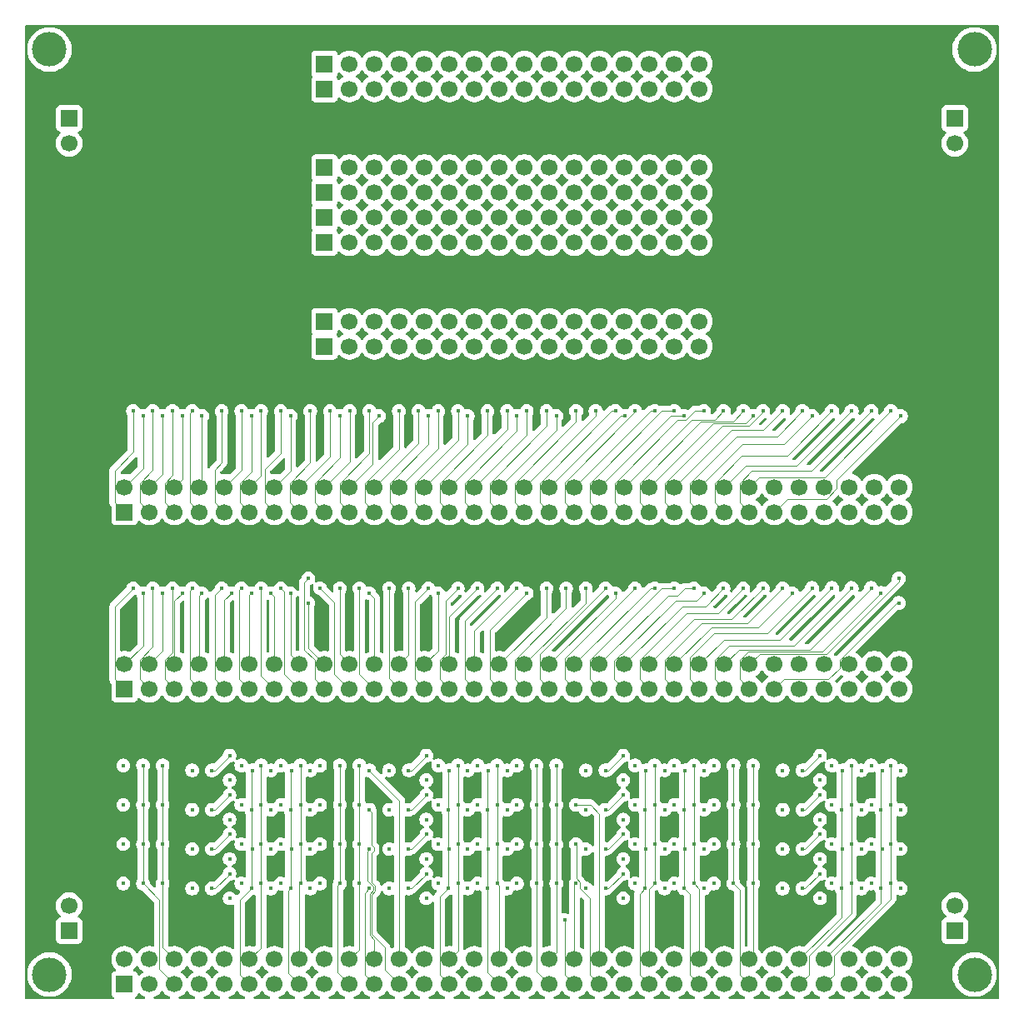
<source format=gbr>
%TF.GenerationSoftware,KiCad,Pcbnew,9.0.3*%
%TF.CreationDate,2025-07-27T21:56:44+02:00*%
%TF.ProjectId,RV523_CellTestBoard.final,52563532-335f-4436-956c-6c5465737442,rev?*%
%TF.SameCoordinates,Original*%
%TF.FileFunction,Copper,L4,Bot*%
%TF.FilePolarity,Positive*%
%FSLAX46Y46*%
G04 Gerber Fmt 4.6, Leading zero omitted, Abs format (unit mm)*
G04 Created by KiCad (PCBNEW 9.0.3) date 2025-07-27 21:56:44*
%MOMM*%
%LPD*%
G01*
G04 APERTURE LIST*
%TA.AperFunction,ComponentPad*%
%ADD10R,1.700000X1.700000*%
%TD*%
%TA.AperFunction,ComponentPad*%
%ADD11C,1.700000*%
%TD*%
%TA.AperFunction,ComponentPad*%
%ADD12C,3.500000*%
%TD*%
%TA.AperFunction,ViaPad*%
%ADD13C,0.450000*%
%TD*%
%TA.AperFunction,ViaPad*%
%ADD14C,0.400000*%
%TD*%
%TA.AperFunction,Conductor*%
%ADD15C,0.100000*%
%TD*%
G04 APERTURE END LIST*
D10*
%TO.P,JN0,1,pins.1*%
%TO.N,GND*%
X30950000Y-33160000D03*
D11*
%TO.P,JN0,2,pins.2*%
X33490000Y-33160000D03*
%TO.P,JN0,3,pins.3*%
X36030000Y-33160000D03*
%TO.P,JN0,4,pins.4*%
X38570000Y-33160000D03*
%TO.P,JN0,5,pins.5*%
X41110000Y-33160000D03*
%TO.P,JN0,6,pins.6*%
X43650000Y-33160000D03*
%TO.P,JN0,7,pins.7*%
X46190000Y-33160000D03*
%TO.P,JN0,8,pins.8*%
X48730000Y-33160000D03*
%TO.P,JN0,9,pins.9*%
X51270000Y-33160000D03*
%TO.P,JN0,10,pins.10*%
X53810000Y-33160000D03*
%TO.P,JN0,11,pins.11*%
X56350000Y-33160000D03*
%TO.P,JN0,12,pins.12*%
X58890000Y-33160000D03*
%TO.P,JN0,13,pins.13*%
X61430000Y-33160000D03*
%TO.P,JN0,14,pins.14*%
X63970000Y-33160000D03*
%TO.P,JN0,15,pins.15*%
X66510000Y-33160000D03*
%TO.P,JN0,16,pins.16*%
X69050000Y-33160000D03*
%TD*%
D10*
%TO.P,J2,1,pins.1*%
%TO.N,J2pins.1*%
X10630000Y-68000000D03*
D11*
%TO.P,J2,2,pins.2*%
%TO.N,J2pins.2*%
X10630000Y-65460000D03*
%TO.P,J2,3,pins.3*%
%TO.N,J2pins.3*%
X13170000Y-68000000D03*
%TO.P,J2,4,pins.4*%
%TO.N,J2pins[4]*%
X13170000Y-65460000D03*
%TO.P,J2,5,pins.5*%
%TO.N,J2pins.5*%
X15710000Y-68000000D03*
%TO.P,J2,6,pins.6*%
%TO.N,J2pins.6*%
X15710000Y-65460000D03*
%TO.P,J2,7,pins.7*%
%TO.N,J2pins.7*%
X18250000Y-68000000D03*
%TO.P,J2,8,pins.8*%
%TO.N,J2pins[8]*%
X18250000Y-65460000D03*
%TO.P,J2,9,pins.9*%
%TO.N,J2pins.9*%
X20790000Y-68000000D03*
%TO.P,J2,10,pins.10*%
%TO.N,J2pins.10*%
X20790000Y-65460000D03*
%TO.P,J2,11,pins.11*%
%TO.N,J2pins.11*%
X23330000Y-68000000D03*
%TO.P,J2,12,pins.12*%
%TO.N,J2pins[12]*%
X23330000Y-65460000D03*
%TO.P,J2,13,pins.13*%
%TO.N,J2pins.13*%
X25870000Y-68000000D03*
%TO.P,J2,14,pins.14*%
%TO.N,J2pins.14*%
X25870000Y-65460000D03*
%TO.P,J2,15,pins.15*%
%TO.N,J2pins.15*%
X28410000Y-68000000D03*
%TO.P,J2,16,pins.16*%
%TO.N,J2pins[16]*%
X28410000Y-65460000D03*
%TO.P,J2,17,pins.17*%
%TO.N,J2pins[17]*%
X30950000Y-68000000D03*
%TO.P,J2,18,pins.18*%
%TO.N,J2pins[18]*%
X30950000Y-65460000D03*
%TO.P,J2,19,pins.19*%
%TO.N,J2pins.19*%
X33490000Y-68000000D03*
%TO.P,J2,20,pins.20*%
%TO.N,J2pins.20*%
X33490000Y-65460000D03*
%TO.P,J2,21,pins.21*%
%TO.N,J2pins.21*%
X36030000Y-68000000D03*
%TO.P,J2,22,pins.22*%
%TO.N,J2pins[22]*%
X36030000Y-65460000D03*
%TO.P,J2,23,pins.23*%
%TO.N,J2pins.23*%
X38570000Y-68000000D03*
%TO.P,J2,24,pins.24*%
%TO.N,J2pins.24*%
X38570000Y-65460000D03*
%TO.P,J2,25,pins.25*%
%TO.N,J2pins.25*%
X41110000Y-68000000D03*
%TO.P,J2,26,pins.26*%
%TO.N,J2pins[26]*%
X41110000Y-65460000D03*
%TO.P,J2,27,pins.27*%
%TO.N,J2pins.27*%
X43650000Y-68000000D03*
%TO.P,J2,28,pins.28*%
%TO.N,J2pins.28*%
X43650000Y-65460000D03*
%TO.P,J2,29,pins.29*%
%TO.N,J2pins.29*%
X46190000Y-68000000D03*
%TO.P,J2,30,pins.30*%
%TO.N,J2pins.30*%
X46190000Y-65460000D03*
%TO.P,J2,31,pins.31*%
%TO.N,J2pins[31]*%
X48730000Y-68000000D03*
%TO.P,J2,32,pins.32*%
%TO.N,J2pins.32*%
X48730000Y-65460000D03*
%TO.P,J2,33,pins.33*%
%TO.N,J2pins.33*%
X51270000Y-68000000D03*
%TO.P,J2,34,pins.34*%
%TO.N,J2pins.34*%
X51270000Y-65460000D03*
%TO.P,J2,35,pins.35*%
%TO.N,J2pins.35*%
X53810000Y-68000000D03*
%TO.P,J2,36,pins.36*%
%TO.N,J2pins[36]*%
X53810000Y-65460000D03*
%TO.P,J2,37,pins.37*%
%TO.N,J2pins.37*%
X56350000Y-68000000D03*
%TO.P,J2,38,pins.38*%
%TO.N,J2pins.38*%
X56350000Y-65460000D03*
%TO.P,J2,39,pins.39*%
%TO.N,J2pins.39*%
X58890000Y-68000000D03*
%TO.P,J2,40,pins.40*%
%TO.N,J2pins.40*%
X58890000Y-65460000D03*
%TO.P,J2,41,pins.41*%
%TO.N,J2pins[41]*%
X61430000Y-68000000D03*
%TO.P,J2,42,pins.42*%
%TO.N,J2pins.42*%
X61430000Y-65460000D03*
%TO.P,J2,43,pins.43*%
%TO.N,J2pins.43*%
X63970000Y-68000000D03*
%TO.P,J2,44,pins.44*%
%TO.N,J2pins.44*%
X63970000Y-65460000D03*
%TO.P,J2,45,pins.45*%
%TO.N,J2pins.45*%
X66510000Y-68000000D03*
%TO.P,J2,46,pins.46*%
%TO.N,J2pins[46]*%
X66510000Y-65460000D03*
%TO.P,J2,47,pins.47*%
%TO.N,J2pins.47*%
X69050000Y-68000000D03*
%TO.P,J2,48,pins.48*%
%TO.N,J2pins.48*%
X69050000Y-65460000D03*
%TO.P,J2,49,pins.49*%
%TO.N,J2pins.49*%
X71590000Y-68000000D03*
%TO.P,J2,50,pins.50*%
%TO.N,J2pins.50*%
X71590000Y-65460000D03*
%TO.P,J2,51,pins.51*%
%TO.N,J2pins[51]*%
X74130000Y-68000000D03*
%TO.P,J2,52,pins.52*%
%TO.N,J2pins[52]*%
X74130000Y-65460000D03*
%TO.P,J2,53,pins.53*%
%TO.N,J2pins[53]*%
X76670000Y-68000000D03*
%TO.P,J2,54,pins.54*%
%TO.N,J2pins.54*%
X76670000Y-65460000D03*
%TO.P,J2,55,pins.55*%
%TO.N,J2pins.55*%
X79210000Y-68000000D03*
%TO.P,J2,56,pins.56*%
%TO.N,J2pins.56*%
X79210000Y-65460000D03*
%TO.P,J2,57,pins.57*%
%TO.N,J2pins.57*%
X81750000Y-68000000D03*
%TO.P,J2,58,pins.58*%
%TO.N,J2pins.58*%
X81750000Y-65460000D03*
%TO.P,J2,59,pins.59*%
%TO.N,J2pins.59*%
X84290000Y-68000000D03*
%TO.P,J2,60,pins.60*%
%TO.N,J2pins.60*%
X84290000Y-65460000D03*
%TO.P,J2,61,pins.61*%
%TO.N,J2pins.61*%
X86830000Y-68000000D03*
%TO.P,J2,62,pins.62*%
%TO.N,J2pins.62*%
X86830000Y-65460000D03*
%TO.P,J2,63,pins.63*%
%TO.N,J2pins.63*%
X89370000Y-68000000D03*
%TO.P,J2,64,pins.64*%
%TO.N,J2pins.64*%
X89370000Y-65460000D03*
%TD*%
D10*
%TO.P,JPD,1,pins.1*%
%TO.N,PDrains[1]*%
X30950000Y-17540000D03*
D11*
%TO.P,JPD,2,pins.2*%
%TO.N,PDrains[2]*%
X33490000Y-17540000D03*
%TO.P,JPD,3,pins.3*%
%TO.N,PDrains[3]*%
X36030000Y-17540000D03*
%TO.P,JPD,4,pins.4*%
%TO.N,PDrains[4]*%
X38570000Y-17540000D03*
%TO.P,JPD,5,pins.5*%
%TO.N,PDrains[5]*%
X41110000Y-17540000D03*
%TO.P,JPD,6,pins.6*%
%TO.N,PDrains[6]*%
X43650000Y-17540000D03*
%TO.P,JPD,7,pins.7*%
%TO.N,PDrains[7]*%
X46190000Y-17540000D03*
%TO.P,JPD,8,pins.8*%
%TO.N,PDrains[8]*%
X48730000Y-17540000D03*
%TO.P,JPD,9,pins.9*%
%TO.N,PDrains[9]*%
X51270000Y-17540000D03*
%TO.P,JPD,10,pins.10*%
%TO.N,PDrains[10]*%
X53810000Y-17540000D03*
%TO.P,JPD,11,pins.11*%
%TO.N,PDrains[11]*%
X56350000Y-17540000D03*
%TO.P,JPD,12,pins.12*%
%TO.N,PDrains[12]*%
X58890000Y-17540000D03*
%TO.P,JPD,13,pins.13*%
%TO.N,PDrains[13]*%
X61430000Y-17540000D03*
%TO.P,JPD,14,pins.14*%
%TO.N,PDrains[14]*%
X63970000Y-17540000D03*
%TO.P,JPD,15,pins.15*%
%TO.N,PDrains[15]*%
X66510000Y-17540000D03*
%TO.P,JPD,16,pins.16*%
%TO.N,PDrains[16]*%
X69050000Y-17540000D03*
%TD*%
D10*
%TO.P,JPG,1,pins.1*%
%TO.N,PGates[1]*%
X30950000Y-15000000D03*
D11*
%TO.P,JPG,2,pins.2*%
%TO.N,PGates[2]*%
X33490000Y-15000000D03*
%TO.P,JPG,3,pins.3*%
%TO.N,PGates[3]*%
X36030000Y-15000000D03*
%TO.P,JPG,4,pins.4*%
%TO.N,PGates[4]*%
X38570000Y-15000000D03*
%TO.P,JPG,5,pins.5*%
%TO.N,PGates[5]*%
X41110000Y-15000000D03*
%TO.P,JPG,6,pins.6*%
%TO.N,PGates[6]*%
X43650000Y-15000000D03*
%TO.P,JPG,7,pins.7*%
%TO.N,PGates[7]*%
X46190000Y-15000000D03*
%TO.P,JPG,8,pins.8*%
%TO.N,PGates[8]*%
X48730000Y-15000000D03*
%TO.P,JPG,9,pins.9*%
%TO.N,PGates[9]*%
X51270000Y-15000000D03*
%TO.P,JPG,10,pins.10*%
%TO.N,PGates[10]*%
X53810000Y-15000000D03*
%TO.P,JPG,11,pins.11*%
%TO.N,PGates[11]*%
X56350000Y-15000000D03*
%TO.P,JPG,12,pins.12*%
%TO.N,PGates[12]*%
X58890000Y-15000000D03*
%TO.P,JPG,13,pins.13*%
%TO.N,PGates[13]*%
X61430000Y-15000000D03*
%TO.P,JPG,14,pins.14*%
%TO.N,PGates[14]*%
X63970000Y-15000000D03*
%TO.P,JPG,15,pins.15*%
%TO.N,PGates[15]*%
X66510000Y-15000000D03*
%TO.P,JPG,16,pins.16*%
%TO.N,PGates[16]*%
X69050000Y-15000000D03*
%TD*%
D12*
%TO.P,REF\u002A\u002A,1*%
%TO.N,GND*%
X97000000Y-3000000D03*
%TD*%
D10*
%TO.P,JSupply2,1,pins.1*%
%TO.N,GND*%
X95000000Y-10000000D03*
D11*
%TO.P,JSupply2,2,pins.2*%
%TO.N,VDD*%
X95000000Y-12540000D03*
%TD*%
D10*
%TO.P,J1,1,pins.1*%
%TO.N,J1pins[1]*%
X10630000Y-50000000D03*
D11*
%TO.P,J1,2,pins.2*%
%TO.N,J1pins[2]*%
X10630000Y-47460000D03*
%TO.P,J1,3,pins.3*%
%TO.N,J1pins[3]*%
X13170000Y-50000000D03*
%TO.P,J1,4,pins.4*%
%TO.N,J1pins[4]*%
X13170000Y-47460000D03*
%TO.P,J1,5,pins.5*%
%TO.N,J1pins[5]*%
X15710000Y-50000000D03*
%TO.P,J1,6,pins.6*%
%TO.N,J1pins[6]*%
X15710000Y-47460000D03*
%TO.P,J1,7,pins.7*%
%TO.N,J1pins[7]*%
X18250000Y-50000000D03*
%TO.P,J1,8,pins.8*%
%TO.N,J1pins[8]*%
X18250000Y-47460000D03*
%TO.P,J1,9,pins.9*%
%TO.N,J1pins.9*%
X20790000Y-50000000D03*
%TO.P,J1,10,pins.10*%
%TO.N,J1pins.10*%
X20790000Y-47460000D03*
%TO.P,J1,11,pins.11*%
%TO.N,J1pins[11]*%
X23330000Y-50000000D03*
%TO.P,J1,12,pins.12*%
%TO.N,J1pins.12*%
X23330000Y-47460000D03*
%TO.P,J1,13,pins.13*%
%TO.N,J1pins.13*%
X25870000Y-50000000D03*
%TO.P,J1,14,pins.14*%
%TO.N,J1pins[14]*%
X25870000Y-47460000D03*
%TO.P,J1,15,pins.15*%
%TO.N,J1pins.15*%
X28410000Y-50000000D03*
%TO.P,J1,16,pins.16*%
%TO.N,J1pins.16*%
X28410000Y-47460000D03*
%TO.P,J1,17,pins.17*%
%TO.N,J1pins[17]*%
X30950000Y-50000000D03*
%TO.P,J1,18,pins.18*%
%TO.N,J1pins.18*%
X30950000Y-47460000D03*
%TO.P,J1,19,pins.19*%
%TO.N,J1pins.19*%
X33490000Y-50000000D03*
%TO.P,J1,20,pins.20*%
%TO.N,J1pins[20]*%
X33490000Y-47460000D03*
%TO.P,J1,21,pins.21*%
%TO.N,J1pins.21*%
X36030000Y-50000000D03*
%TO.P,J1,22,pins.22*%
%TO.N,J1pins.22*%
X36030000Y-47460000D03*
%TO.P,J1,23,pins.23*%
%TO.N,J1pins[23]*%
X38570000Y-50000000D03*
%TO.P,J1,24,pins.24*%
%TO.N,J1pins.24*%
X38570000Y-47460000D03*
%TO.P,J1,25,pins.25*%
%TO.N,J1pins.25*%
X41110000Y-50000000D03*
%TO.P,J1,26,pins.26*%
%TO.N,J1pins[26]*%
X41110000Y-47460000D03*
%TO.P,J1,27,pins.27*%
%TO.N,J1pins.27*%
X43650000Y-50000000D03*
%TO.P,J1,28,pins.28*%
%TO.N,J1pins.28*%
X43650000Y-47460000D03*
%TO.P,J1,29,pins.29*%
%TO.N,J1pins[29]*%
X46190000Y-50000000D03*
%TO.P,J1,30,pins.30*%
%TO.N,J1pins.30*%
X46190000Y-47460000D03*
%TO.P,J1,31,pins.31*%
%TO.N,J1pins.31*%
X48730000Y-50000000D03*
%TO.P,J1,32,pins.32*%
%TO.N,J1pins[32]*%
X48730000Y-47460000D03*
%TO.P,J1,33,pins.33*%
%TO.N,J1pins.33*%
X51270000Y-50000000D03*
%TO.P,J1,34,pins.34*%
%TO.N,J1pins.34*%
X51270000Y-47460000D03*
%TO.P,J1,35,pins.35*%
%TO.N,J1pins.35*%
X53810000Y-50000000D03*
%TO.P,J1,36,pins.36*%
%TO.N,J1pins[36]*%
X53810000Y-47460000D03*
%TO.P,J1,37,pins.37*%
%TO.N,J1pins.37*%
X56350000Y-50000000D03*
%TO.P,J1,38,pins.38*%
%TO.N,J1pins.38*%
X56350000Y-47460000D03*
%TO.P,J1,39,pins.39*%
%TO.N,J1pins.39*%
X58890000Y-50000000D03*
%TO.P,J1,40,pins.40*%
%TO.N,J1pins[40]*%
X58890000Y-47460000D03*
%TO.P,J1,41,pins.41*%
%TO.N,J1pins.41*%
X61430000Y-50000000D03*
%TO.P,J1,42,pins.42*%
%TO.N,J1pins.42*%
X61430000Y-47460000D03*
%TO.P,J1,43,pins.43*%
%TO.N,J1pins.43*%
X63970000Y-50000000D03*
%TO.P,J1,44,pins.44*%
%TO.N,J1pins[44]*%
X63970000Y-47460000D03*
%TO.P,J1,45,pins.45*%
%TO.N,J1pins.45*%
X66510000Y-50000000D03*
%TO.P,J1,46,pins.46*%
%TO.N,J1pins.46*%
X66510000Y-47460000D03*
%TO.P,J1,47,pins.47*%
%TO.N,J1pins.47*%
X69050000Y-50000000D03*
%TO.P,J1,48,pins.48*%
%TO.N,J1pins[48]*%
X69050000Y-47460000D03*
%TO.P,J1,49,pins.49*%
%TO.N,J1pins.49*%
X71590000Y-50000000D03*
%TO.P,J1,50,pins.50*%
%TO.N,J1pins.50*%
X71590000Y-47460000D03*
%TO.P,J1,51,pins.51*%
%TO.N,J1pins.51*%
X74130000Y-50000000D03*
%TO.P,J1,52,pins.52*%
%TO.N,J1pins.52*%
X74130000Y-47460000D03*
%TO.P,J1,53,pins.53*%
%TO.N,J1pins[53]*%
X76670000Y-50000000D03*
%TO.P,J1,54,pins.54*%
%TO.N,J1pins.54*%
X76670000Y-47460000D03*
%TO.P,J1,55,pins.55*%
%TO.N,J1pins.55*%
X79210000Y-50000000D03*
%TO.P,J1,56,pins.56*%
%TO.N,J1pins.56*%
X79210000Y-47460000D03*
%TO.P,J1,57,pins.57*%
%TO.N,J1pins.57*%
X81750000Y-50000000D03*
%TO.P,J1,58,pins.58*%
%TO.N,J1pins.58*%
X81750000Y-47460000D03*
%TO.P,J1,59,pins.59*%
%TO.N,J1pins.59*%
X84290000Y-50000000D03*
%TO.P,J1,60,pins.60*%
%TO.N,J1pins.60*%
X84290000Y-47460000D03*
%TO.P,J1,61,pins.61*%
%TO.N,J1pins.61*%
X86830000Y-50000000D03*
%TO.P,J1,62,pins.62*%
%TO.N,J1pins.62*%
X86830000Y-47460000D03*
%TO.P,J1,63,pins.63*%
%TO.N,J1pins.63*%
X89370000Y-50000000D03*
%TO.P,J1,64,pins.64*%
%TO.N,J1pins.64*%
X89370000Y-47460000D03*
%TD*%
D10*
%TO.P,JSupply4,1,pins.1*%
%TO.N,GND*%
X95000000Y-92540000D03*
D11*
%TO.P,JSupply4,2,pins.2*%
%TO.N,VDD*%
X95000000Y-90000000D03*
%TD*%
D12*
%TO.P,REF\u002A\u002A,1*%
%TO.N,GND*%
X3000000Y-97000000D03*
%TD*%
D10*
%TO.P,JPS,1,pins.1*%
%TO.N,PSources[1]*%
X30950000Y-7000000D03*
D11*
%TO.P,JPS,2,pins.2*%
%TO.N,PSources[2]*%
X33490000Y-7000000D03*
%TO.P,JPS,3,pins.3*%
%TO.N,PSources[3]*%
X36030000Y-7000000D03*
%TO.P,JPS,4,pins.4*%
%TO.N,PSources[4]*%
X38570000Y-7000000D03*
%TO.P,JPS,5,pins.5*%
%TO.N,PSources[5]*%
X41110000Y-7000000D03*
%TO.P,JPS,6,pins.6*%
%TO.N,PSources[6]*%
X43650000Y-7000000D03*
%TO.P,JPS,7,pins.7*%
%TO.N,PSources[7]*%
X46190000Y-7000000D03*
%TO.P,JPS,8,pins.8*%
%TO.N,PSources[8]*%
X48730000Y-7000000D03*
%TO.P,JPS,9,pins.9*%
%TO.N,PSources[9]*%
X51270000Y-7000000D03*
%TO.P,JPS,10,pins.10*%
%TO.N,PSources[10]*%
X53810000Y-7000000D03*
%TO.P,JPS,11,pins.11*%
%TO.N,PSources[11]*%
X56350000Y-7000000D03*
%TO.P,JPS,12,pins.12*%
%TO.N,PSources[12]*%
X58890000Y-7000000D03*
%TO.P,JPS,13,pins.13*%
%TO.N,PSources[13]*%
X61430000Y-7000000D03*
%TO.P,JPS,14,pins.14*%
%TO.N,PSources[14]*%
X63970000Y-7000000D03*
%TO.P,JPS,15,pins.15*%
%TO.N,PSources[15]*%
X66510000Y-7000000D03*
%TO.P,JPS,16,pins.16*%
%TO.N,PSources[16]*%
X69050000Y-7000000D03*
%TD*%
D12*
%TO.P,REF\u002A\u002A,1*%
%TO.N,GND*%
X3000000Y-3000000D03*
%TD*%
D10*
%TO.P,JND,1,pins.1*%
%TO.N,NDrains[1]*%
X30950000Y-20080000D03*
D11*
%TO.P,JND,2,pins.2*%
%TO.N,NDrains[2]*%
X33490000Y-20080000D03*
%TO.P,JND,3,pins.3*%
%TO.N,NDrains[3]*%
X36030000Y-20080000D03*
%TO.P,JND,4,pins.4*%
%TO.N,NDrains[4]*%
X38570000Y-20080000D03*
%TO.P,JND,5,pins.5*%
%TO.N,NDrains[5]*%
X41110000Y-20080000D03*
%TO.P,JND,6,pins.6*%
%TO.N,NDrains[6]*%
X43650000Y-20080000D03*
%TO.P,JND,7,pins.7*%
%TO.N,NDrains[7]*%
X46190000Y-20080000D03*
%TO.P,JND,8,pins.8*%
%TO.N,NDrains[8]*%
X48730000Y-20080000D03*
%TO.P,JND,9,pins.9*%
%TO.N,NDrains[9]*%
X51270000Y-20080000D03*
%TO.P,JND,10,pins.10*%
%TO.N,NDrains[10]*%
X53810000Y-20080000D03*
%TO.P,JND,11,pins.11*%
%TO.N,NDrains[11]*%
X56350000Y-20080000D03*
%TO.P,JND,12,pins.12*%
%TO.N,NDrains[12]*%
X58890000Y-20080000D03*
%TO.P,JND,13,pins.13*%
%TO.N,NDrains[13]*%
X61430000Y-20080000D03*
%TO.P,JND,14,pins.14*%
%TO.N,NDrains[14]*%
X63970000Y-20080000D03*
%TO.P,JND,15,pins.15*%
%TO.N,NDrains[15]*%
X66510000Y-20080000D03*
%TO.P,JND,16,pins.16*%
%TO.N,NDrains[16]*%
X69050000Y-20080000D03*
%TD*%
D12*
%TO.P,REF\u002A\u002A,1*%
%TO.N,GND*%
X97000000Y-97000000D03*
%TD*%
D10*
%TO.P,JNG,1,pins.1*%
%TO.N,NGates[1]*%
X30950000Y-22620000D03*
D11*
%TO.P,JNG,2,pins.2*%
%TO.N,NGates[2]*%
X33490000Y-22620000D03*
%TO.P,JNG,3,pins.3*%
%TO.N,NGates[3]*%
X36030000Y-22620000D03*
%TO.P,JNG,4,pins.4*%
%TO.N,NGates[4]*%
X38570000Y-22620000D03*
%TO.P,JNG,5,pins.5*%
%TO.N,NGates[5]*%
X41110000Y-22620000D03*
%TO.P,JNG,6,pins.6*%
%TO.N,NGates[6]*%
X43650000Y-22620000D03*
%TO.P,JNG,7,pins.7*%
%TO.N,NGates[7]*%
X46190000Y-22620000D03*
%TO.P,JNG,8,pins.8*%
%TO.N,NGates[8]*%
X48730000Y-22620000D03*
%TO.P,JNG,9,pins.9*%
%TO.N,NGates[9]*%
X51270000Y-22620000D03*
%TO.P,JNG,10,pins.10*%
%TO.N,NGates[10]*%
X53810000Y-22620000D03*
%TO.P,JNG,11,pins.11*%
%TO.N,NGates[11]*%
X56350000Y-22620000D03*
%TO.P,JNG,12,pins.12*%
%TO.N,NGates[12]*%
X58890000Y-22620000D03*
%TO.P,JNG,13,pins.13*%
%TO.N,NGates[13]*%
X61430000Y-22620000D03*
%TO.P,JNG,14,pins.14*%
%TO.N,NGates[14]*%
X63970000Y-22620000D03*
%TO.P,JNG,15,pins.15*%
%TO.N,NGates[15]*%
X66510000Y-22620000D03*
%TO.P,JNG,16,pins.16*%
%TO.N,NGates[16]*%
X69050000Y-22620000D03*
%TD*%
D10*
%TO.P,JNS,1,pins.1*%
%TO.N,NSources[1]*%
X30950000Y-30620000D03*
D11*
%TO.P,JNS,2,pins.2*%
%TO.N,NSources[2]*%
X33490000Y-30620000D03*
%TO.P,JNS,3,pins.3*%
%TO.N,NSources[3]*%
X36030000Y-30620000D03*
%TO.P,JNS,4,pins.4*%
%TO.N,NSources[4]*%
X38570000Y-30620000D03*
%TO.P,JNS,5,pins.5*%
%TO.N,NSources[5]*%
X41110000Y-30620000D03*
%TO.P,JNS,6,pins.6*%
%TO.N,NSources[6]*%
X43650000Y-30620000D03*
%TO.P,JNS,7,pins.7*%
%TO.N,NSources[7]*%
X46190000Y-30620000D03*
%TO.P,JNS,8,pins.8*%
%TO.N,NSources[8]*%
X48730000Y-30620000D03*
%TO.P,JNS,9,pins.9*%
%TO.N,NSources[9]*%
X51270000Y-30620000D03*
%TO.P,JNS,10,pins.10*%
%TO.N,NSources[10]*%
X53810000Y-30620000D03*
%TO.P,JNS,11,pins.11*%
%TO.N,NSources[11]*%
X56350000Y-30620000D03*
%TO.P,JNS,12,pins.12*%
%TO.N,NSources[12]*%
X58890000Y-30620000D03*
%TO.P,JNS,13,pins.13*%
%TO.N,NSources[13]*%
X61430000Y-30620000D03*
%TO.P,JNS,14,pins.14*%
%TO.N,NSources[14]*%
X63970000Y-30620000D03*
%TO.P,JNS,15,pins.15*%
%TO.N,NSources[15]*%
X66510000Y-30620000D03*
%TO.P,JNS,16,pins.16*%
%TO.N,NSources[16]*%
X69050000Y-30620000D03*
%TD*%
D10*
%TO.P,JSupply1,1,pins.1*%
%TO.N,GND*%
X5000000Y-10000000D03*
D11*
%TO.P,JSupply1,2,pins.2*%
%TO.N,VDD*%
X5000000Y-12540000D03*
%TD*%
D10*
%TO.P,JSupply3,1,pins.1*%
%TO.N,GND*%
X5000000Y-92540000D03*
D11*
%TO.P,JSupply3,2,pins.2*%
%TO.N,VDD*%
X5000000Y-90000000D03*
%TD*%
D10*
%TO.P,J3,1,pins.1*%
%TO.N,J3pins.1*%
X10630000Y-98000000D03*
D11*
%TO.P,J3,2,pins.2*%
%TO.N,J3pins.2*%
X10630000Y-95460000D03*
%TO.P,J3,3,pins.3*%
%TO.N,J3pins.3*%
X13170000Y-98000000D03*
%TO.P,J3,4,pins.4*%
%TO.N,J3pins.4*%
X13170000Y-95460000D03*
%TO.P,J3,5,pins.5*%
%TO.N,J3pins.5*%
X15710000Y-98000000D03*
%TO.P,J3,6,pins.6*%
%TO.N,J3pins.6*%
X15710000Y-95460000D03*
%TO.P,J3,7,pins.7*%
%TO.N,J3pins.7*%
X18250000Y-98000000D03*
%TO.P,J3,8,pins.8*%
%TO.N,J3pins.8*%
X18250000Y-95460000D03*
%TO.P,J3,9,pins.9*%
%TO.N,J3pins.9*%
X20790000Y-98000000D03*
%TO.P,J3,10,pins.10*%
%TO.N,J3pins.10*%
X20790000Y-95460000D03*
%TO.P,J3,11,pins.11*%
%TO.N,J3pins.11*%
X23330000Y-98000000D03*
%TO.P,J3,12,pins.12*%
%TO.N,J3pins.12*%
X23330000Y-95460000D03*
%TO.P,J3,13,pins.13*%
%TO.N,J3pins.13*%
X25870000Y-98000000D03*
%TO.P,J3,14,pins.14*%
%TO.N,J3pins.14*%
X25870000Y-95460000D03*
%TO.P,J3,15,pins.15*%
%TO.N,J3pins.15*%
X28410000Y-98000000D03*
%TO.P,J3,16,pins.16*%
%TO.N,J3pins.16*%
X28410000Y-95460000D03*
%TO.P,J3,17,pins.17*%
%TO.N,J3pins.17*%
X30950000Y-98000000D03*
%TO.P,J3,18,pins.18*%
%TO.N,J3pins.18*%
X30950000Y-95460000D03*
%TO.P,J3,19,pins.19*%
%TO.N,J3pins.19*%
X33490000Y-98000000D03*
%TO.P,J3,20,pins.20*%
%TO.N,J3pins.20*%
X33490000Y-95460000D03*
%TO.P,J3,21,pins.21*%
%TO.N,J3pins[21]*%
X36030000Y-98000000D03*
%TO.P,J3,22,pins.22*%
%TO.N,J3pins[22]*%
X36030000Y-95460000D03*
%TO.P,J3,23,pins.23*%
%TO.N,J3pins[23]*%
X38570000Y-98000000D03*
%TO.P,J3,24,pins.24*%
%TO.N,J3pins[24]*%
X38570000Y-95460000D03*
%TO.P,J3,25,pins.25*%
%TO.N,J3pins.25*%
X41110000Y-98000000D03*
%TO.P,J3,26,pins.26*%
%TO.N,J3pins.26*%
X41110000Y-95460000D03*
%TO.P,J3,27,pins.27*%
%TO.N,J3pins.27*%
X43650000Y-98000000D03*
%TO.P,J3,28,pins.28*%
%TO.N,J3pins.28*%
X43650000Y-95460000D03*
%TO.P,J3,29,pins.29*%
%TO.N,J3pins.29*%
X46190000Y-98000000D03*
%TO.P,J3,30,pins.30*%
%TO.N,J3pins.30*%
X46190000Y-95460000D03*
%TO.P,J3,31,pins.31*%
%TO.N,J3pins.31*%
X48730000Y-98000000D03*
%TO.P,J3,32,pins.32*%
%TO.N,J3pins.32*%
X48730000Y-95460000D03*
%TO.P,J3,33,pins.33*%
%TO.N,J3pins.33*%
X51270000Y-98000000D03*
%TO.P,J3,34,pins.34*%
%TO.N,J3pins.34*%
X51270000Y-95460000D03*
%TO.P,J3,35,pins.35*%
%TO.N,J3pins.35*%
X53810000Y-98000000D03*
%TO.P,J3,36,pins.36*%
%TO.N,J3pins.36*%
X53810000Y-95460000D03*
%TO.P,J3,37,pins.37*%
%TO.N,J3pins[37]*%
X56350000Y-98000000D03*
%TO.P,J3,38,pins.38*%
%TO.N,J3pins[38]*%
X56350000Y-95460000D03*
%TO.P,J3,39,pins.39*%
%TO.N,J3pins[39]*%
X58890000Y-98000000D03*
%TO.P,J3,40,pins.40*%
%TO.N,J3pins[40]*%
X58890000Y-95460000D03*
%TO.P,J3,41,pins.41*%
%TO.N,J3pins.41*%
X61430000Y-98000000D03*
%TO.P,J3,42,pins.42*%
%TO.N,J3pins.42*%
X61430000Y-95460000D03*
%TO.P,J3,43,pins.43*%
%TO.N,J3pins.43*%
X63970000Y-98000000D03*
%TO.P,J3,44,pins.44*%
%TO.N,J3pins.44*%
X63970000Y-95460000D03*
%TO.P,J3,45,pins.45*%
%TO.N,J3pins.45*%
X66510000Y-98000000D03*
%TO.P,J3,46,pins.46*%
%TO.N,J3pins.46*%
X66510000Y-95460000D03*
%TO.P,J3,47,pins.47*%
%TO.N,J3pins.47*%
X69050000Y-98000000D03*
%TO.P,J3,48,pins.48*%
%TO.N,J3pins.48*%
X69050000Y-95460000D03*
%TO.P,J3,49,pins.49*%
%TO.N,J3pins.49*%
X71590000Y-98000000D03*
%TO.P,J3,50,pins.50*%
%TO.N,J3pins.50*%
X71590000Y-95460000D03*
%TO.P,J3,51,pins.51*%
%TO.N,J3pins.51*%
X74130000Y-98000000D03*
%TO.P,J3,52,pins.52*%
%TO.N,J3pins.52*%
X74130000Y-95460000D03*
%TO.P,J3,53,pins.53*%
%TO.N,J3pins.53*%
X76670000Y-98000000D03*
%TO.P,J3,54,pins.54*%
%TO.N,J3pins.54*%
X76670000Y-95460000D03*
%TO.P,J3,55,pins.55*%
%TO.N,J3pins.55*%
X79210000Y-98000000D03*
%TO.P,J3,56,pins.56*%
%TO.N,J3pins.56*%
X79210000Y-95460000D03*
%TO.P,J3,57,pins.57*%
%TO.N,J3pins.57*%
X81750000Y-98000000D03*
%TO.P,J3,58,pins.58*%
%TO.N,J3pins.58*%
X81750000Y-95460000D03*
%TO.P,J3,59,pins.59*%
%TO.N,J3pins.59*%
X84290000Y-98000000D03*
%TO.P,J3,60,pins.60*%
%TO.N,J3pins.60*%
X84290000Y-95460000D03*
%TO.P,J3,61,pins.61*%
%TO.N,J3pins[61]*%
X86830000Y-98000000D03*
%TO.P,J3,62,pins.62*%
%TO.N,J3pins[62]*%
X86830000Y-95460000D03*
%TO.P,J3,63,pins.63*%
%TO.N,J3pins[63]*%
X89370000Y-98000000D03*
%TO.P,J3,64,pins.64*%
%TO.N,J3pins[64]*%
X89370000Y-95460000D03*
%TD*%
D10*
%TO.P,JP1,1,pins.1*%
%TO.N,VDD*%
X30950000Y-4460000D03*
D11*
%TO.P,JP1,2,pins.2*%
X33490000Y-4460000D03*
%TO.P,JP1,3,pins.3*%
X36030000Y-4460000D03*
%TO.P,JP1,4,pins.4*%
X38570000Y-4460000D03*
%TO.P,JP1,5,pins.5*%
X41110000Y-4460000D03*
%TO.P,JP1,6,pins.6*%
X43650000Y-4460000D03*
%TO.P,JP1,7,pins.7*%
X46190000Y-4460000D03*
%TO.P,JP1,8,pins.8*%
X48730000Y-4460000D03*
%TO.P,JP1,9,pins.9*%
X51270000Y-4460000D03*
%TO.P,JP1,10,pins.10*%
X53810000Y-4460000D03*
%TO.P,JP1,11,pins.11*%
X56350000Y-4460000D03*
%TO.P,JP1,12,pins.12*%
X58890000Y-4460000D03*
%TO.P,JP1,13,pins.13*%
X61430000Y-4460000D03*
%TO.P,JP1,14,pins.14*%
X63970000Y-4460000D03*
%TO.P,JP1,15,pins.15*%
X66510000Y-4460000D03*
%TO.P,JP1,16,pins.16*%
X69050000Y-4460000D03*
%TD*%
D13*
%TO.N,J1pins[2]*%
X12500000Y-40250000D03*
%TO.N,J1pins[1]*%
X11500000Y-39750000D03*
%TO.N,J1pins[3]*%
X13500000Y-39750000D03*
%TO.N,J1pins[4]*%
X14500000Y-40250000D03*
%TO.N,J1pins[6]*%
X16500000Y-40250000D03*
%TO.N,J1pins[5]*%
X15500000Y-39750000D03*
%TO.N,J1pins[8]*%
X18500000Y-40250000D03*
%TO.N,J1pins[7]*%
X17500000Y-39750000D03*
D14*
%TO.N,J1pins.10*%
X22500000Y-39750000D03*
%TO.N,J1pins.9*%
X20500000Y-39750000D03*
%TO.N,J1pins.12*%
X24500000Y-39750000D03*
%TO.N,J1pins.15*%
X29500000Y-39750000D03*
%TO.N,J1pins.16*%
X31500000Y-39750000D03*
%TO.N,J1pins.19*%
X35500000Y-39750000D03*
%TO.N,J1pins.22*%
X40500000Y-39750000D03*
%TO.N,J1pins.21*%
X38500000Y-39750000D03*
%TO.N,J1pins[23]*%
X41500000Y-40250000D03*
%TO.N,J1pins.27*%
X47500000Y-39750000D03*
%TO.N,J1pins.24*%
X42500000Y-39750000D03*
%TO.N,J1pins.25*%
X44500000Y-39750000D03*
D13*
%TO.N,J1pins.38*%
X64500000Y-39750000D03*
%TO.N,J1pins.33*%
X56500000Y-39750000D03*
%TO.N,J1pins.46*%
X77500000Y-39750000D03*
D14*
%TO.N,J1pins.30*%
X51500000Y-39750000D03*
D13*
%TO.N,J1pins.43*%
X73500000Y-39750000D03*
%TO.N,J1pins.39*%
X66500000Y-39750000D03*
%TO.N,J1pins.49*%
X82500000Y-39750000D03*
D14*
%TO.N,J1pins.31*%
X53500000Y-39750000D03*
D13*
%TO.N,J1pins.52*%
X88500000Y-39750000D03*
%TO.N,J1pins.35*%
X60500000Y-39750000D03*
%TO.N,J1pins.51*%
X86500000Y-39750000D03*
%TO.N,J1pins.47*%
X79500000Y-39750000D03*
%TO.N,J1pins.37*%
X62500000Y-39750000D03*
%TO.N,J1pins.42*%
X71500000Y-39750000D03*
%TO.N,J1pins.34*%
X58500000Y-39750000D03*
%TO.N,J1pins.45*%
X75500000Y-39750000D03*
%TO.N,J1pins.50*%
X84500000Y-39750000D03*
%TO.N,J1pins.41*%
X69500000Y-39750000D03*
%TO.N,J1pins[44]*%
X74500000Y-40250000D03*
%TO.N,J1pins[48]*%
X80500000Y-40250000D03*
D14*
%TO.N,J1pins[26]*%
X45500000Y-40250000D03*
%TO.N,J1pins[29]*%
X50500000Y-40250000D03*
%TO.N,J1pins.28*%
X49500000Y-39750000D03*
%TO.N,J1pins[32]*%
X54500000Y-40250000D03*
D13*
%TO.N,J1pins[53]*%
X89500000Y-40250000D03*
%TO.N,J1pins[36]*%
X61500000Y-40250000D03*
%TO.N,J1pins[40]*%
X67500000Y-40250000D03*
D14*
%TO.N,J1pins[11]*%
X23500000Y-40250000D03*
%TO.N,J1pins[14]*%
X27500000Y-40250000D03*
%TO.N,J1pins.13*%
X26500000Y-39750000D03*
%TO.N,J1pins[17]*%
X32500000Y-40250000D03*
%TO.N,J1pins.18*%
X33500000Y-39750000D03*
%TO.N,J1pins[20]*%
X36500000Y-40250000D03*
%TO.N,J2pins.23*%
X37500000Y-57750000D03*
%TO.N,J2pins.11*%
X22500000Y-57750000D03*
%TO.N,J2pins.40*%
X68500000Y-57750000D03*
%TO.N,J2pins.35*%
X59500000Y-57750000D03*
%TO.N,J2pins.9*%
X20500000Y-57750000D03*
D13*
%TO.N,J2pins.50*%
X86500000Y-57750000D03*
D14*
%TO.N,J2pins.30*%
X50500000Y-57750000D03*
%TO.N,J2pins.39*%
X66500000Y-57750000D03*
%TO.N,J2pins.13*%
X24500000Y-57750000D03*
%TO.N,J2pins.21*%
X34500000Y-57750000D03*
%TO.N,J2pins.25*%
X41500000Y-57750000D03*
%TO.N,J2pins.14*%
X25500000Y-58250000D03*
%TO.N,J2pins.33*%
X55500000Y-57750000D03*
%TO.N,J2pins.45*%
X77500000Y-57750000D03*
%TO.N,J2pins.32*%
X53500000Y-57750000D03*
D13*
%TO.N,J2pins.47*%
X80500000Y-57750000D03*
D14*
%TO.N,J2pins.19*%
X30500000Y-57750000D03*
%TO.N,J2pins[8]*%
X18500000Y-58250000D03*
%TO.N,J2pins.29*%
X48500000Y-57750000D03*
%TO.N,J2pins.10*%
X21500000Y-58250000D03*
%TO.N,J2pins[4]*%
X14500000Y-58250000D03*
%TO.N,J2pins.1*%
X11500000Y-57750000D03*
D13*
%TO.N,J2pins.48*%
X82500000Y-57750000D03*
D14*
%TO.N,J2pins.5*%
X15500000Y-57750000D03*
%TO.N,J2pins.15*%
X26500000Y-57750000D03*
%TO.N,J2pins.44*%
X75500000Y-57750000D03*
%TO.N,J2pins.2*%
X12500000Y-58250000D03*
%TO.N,J2pins[16]*%
X27500000Y-58250000D03*
%TO.N,J2pins.37*%
X62500000Y-57750000D03*
%TO.N,J2pins.28*%
X46500000Y-57750000D03*
%TO.N,J2pins.27*%
X44500000Y-57750000D03*
%TO.N,J2pins.43*%
X73500000Y-57750000D03*
%TO.N,J2pins.7*%
X17500000Y-57750000D03*
%TO.N,J2pins.34*%
X57500000Y-57750000D03*
%TO.N,J2pins.38*%
X64500000Y-57750000D03*
%TO.N,J2pins.3*%
X13500000Y-57750000D03*
%TO.N,J2pins.6*%
X16500000Y-58250000D03*
D13*
%TO.N,J2pins.49*%
X84500000Y-57750000D03*
D14*
%TO.N,J2pins[12]*%
X23500000Y-58250000D03*
%TO.N,J2pins.42*%
X71500000Y-57750000D03*
%TO.N,J2pins.24*%
X39500000Y-57750000D03*
%TO.N,J2pins[36]*%
X60500000Y-58250000D03*
%TO.N,J2pins[46]*%
X78500000Y-58250000D03*
%TO.N,J2pins[26]*%
X42500000Y-58250000D03*
D13*
%TO.N,J2pins[51]*%
X87500000Y-58250000D03*
D14*
%TO.N,J2pins[17]*%
X29300000Y-56750000D03*
%TO.N,J2pins[18]*%
X29300000Y-59250000D03*
%TO.N,J2pins[31]*%
X51500000Y-58250000D03*
%TO.N,J2pins[41]*%
X69500000Y-58250000D03*
%TO.N,J2pins.20*%
X32500000Y-57750000D03*
%TO.N,J2pins[22]*%
X35500000Y-58250000D03*
%TO.N,J2pins[53]*%
X89300000Y-59250000D03*
%TO.N,J2pins[52]*%
X89300000Y-56750000D03*
%TO.N,J3pins.4*%
X10500000Y-87750000D03*
X30500000Y-87750000D03*
X50500000Y-87750000D03*
X70500000Y-87750000D03*
%TO.N,J3pins.19*%
X32500000Y-75750000D03*
X32500000Y-83750000D03*
X32500000Y-87750000D03*
X32500000Y-79750000D03*
%TO.N,J3pins.12*%
X24500000Y-75750000D03*
X24500000Y-83750000D03*
X24500000Y-79750000D03*
X24500000Y-87750000D03*
%TO.N,J3pins.44*%
X64500000Y-87750000D03*
X64500000Y-79750000D03*
X64500000Y-83750000D03*
X64500000Y-75750000D03*
%TO.N,J3pins[40]*%
X69500000Y-76250000D03*
X89500000Y-76250000D03*
X56500000Y-79750000D03*
X29500000Y-76250000D03*
X49500000Y-76250000D03*
%TO.N,J3pins[24]*%
X85500000Y-76250000D03*
X65500000Y-76250000D03*
X35500000Y-76260000D03*
X25500000Y-76250000D03*
X45500000Y-76250000D03*
%TO.N,J3pins.5*%
X12500000Y-79750000D03*
X12500000Y-87750000D03*
X12500000Y-83750000D03*
X12500000Y-75750000D03*
%TO.N,J3pins.28*%
X44500000Y-75750000D03*
X44500000Y-87750000D03*
X44500000Y-83750000D03*
X44500000Y-79750000D03*
%TO.N,J3pins.57*%
X88500000Y-87750000D03*
X88500000Y-83750000D03*
X88500000Y-79750000D03*
X88500000Y-75750000D03*
%TO.N,J3pins.58*%
X87500000Y-88250000D03*
X87500000Y-80250000D03*
X87600000Y-76250000D03*
X87600000Y-84250000D03*
%TO.N,J3pins[21]*%
X65500000Y-88250000D03*
X85500000Y-88250000D03*
X25500000Y-88250000D03*
X45500000Y-88250000D03*
X35500000Y-88250000D03*
%TO.N,J3pins.6*%
X14500000Y-83750000D03*
X14500000Y-75750000D03*
X14500000Y-87750000D03*
X14500000Y-79750000D03*
%TO.N,J3pins[22]*%
X45500000Y-84250000D03*
X25500000Y-84250000D03*
X35500000Y-84260000D03*
X85500000Y-84250000D03*
X65500000Y-84250000D03*
%TO.N,J3pins.51*%
X72500000Y-75750000D03*
X72500000Y-83750000D03*
X72500000Y-79750000D03*
X72500000Y-87750000D03*
%TO.N,J3pins.3*%
X50500000Y-83750000D03*
X30500000Y-83750000D03*
X70500000Y-83750000D03*
X10500000Y-83750000D03*
%TO.N,J3pins.47*%
X67600000Y-76250000D03*
X67600000Y-84250000D03*
X67500000Y-80250000D03*
X67500000Y-88250000D03*
%TO.N,J3pins.56*%
X83600000Y-84250000D03*
X83500000Y-88250000D03*
X83600000Y-76250000D03*
X83500000Y-80250000D03*
%TO.N,J3pins.11*%
X23500000Y-80250000D03*
X23500000Y-88250000D03*
X23600000Y-84250000D03*
X23600000Y-76250000D03*
%TO.N,J3pins[39]*%
X69500000Y-80250000D03*
X89500000Y-80250000D03*
X49500000Y-80250000D03*
X56500000Y-83750000D03*
X29500000Y-80250000D03*
%TO.N,J3pins.1*%
X50500000Y-75750000D03*
X10500000Y-75750000D03*
X30500000Y-75750000D03*
X70500000Y-75750000D03*
%TO.N,J3pins.16*%
X28500000Y-83750000D03*
X28500000Y-79750000D03*
X28500000Y-87750000D03*
X28500000Y-75750000D03*
%TO.N,J3pins.43*%
X63600000Y-84250000D03*
X63500000Y-88250000D03*
X63600000Y-76250000D03*
X63500000Y-80250000D03*
%TO.N,J3pins.48*%
X68500000Y-79750000D03*
X68500000Y-87750000D03*
X68500000Y-75750000D03*
X68500000Y-83750000D03*
%TO.N,J3pins.20*%
X34500000Y-75750000D03*
X34500000Y-79750000D03*
X34500000Y-87750000D03*
X34500000Y-83750000D03*
%TO.N,J3pins.55*%
X84500000Y-83750000D03*
X84500000Y-79750000D03*
X84500000Y-87750000D03*
X84500000Y-75750000D03*
%TO.N,J3pins[23]*%
X65500000Y-80250000D03*
X35500000Y-80250000D03*
X85500000Y-80250000D03*
X25500000Y-80250000D03*
X45500000Y-80250000D03*
%TO.N,J3pins.52*%
X74500000Y-83750000D03*
X74500000Y-75750000D03*
X74500000Y-79750000D03*
X74500000Y-87750000D03*
%TO.N,J3pins.27*%
X43500000Y-88250000D03*
X43500000Y-80250000D03*
X43600000Y-84250000D03*
X43600000Y-76250000D03*
%TO.N,J3pins.31*%
X47500000Y-88250000D03*
X47600000Y-76250000D03*
X47500000Y-80250000D03*
X47600000Y-84250000D03*
%TO.N,J3pins.15*%
X27500000Y-80250000D03*
X27600000Y-84250000D03*
X27500000Y-88250000D03*
X27600000Y-76250000D03*
%TO.N,J3pins.2*%
X70500000Y-79750000D03*
X30500000Y-79750000D03*
X10500000Y-79750000D03*
X50500000Y-79750000D03*
%TO.N,J3pins.32*%
X48500000Y-79750000D03*
X48500000Y-83750000D03*
X48500000Y-87750000D03*
X48500000Y-75750000D03*
%TO.N,J3pins[38]*%
X29500000Y-84250000D03*
X69500000Y-84250000D03*
X49500000Y-84250000D03*
X89500000Y-84250000D03*
X56500000Y-87750000D03*
%TO.N,J3pins.35*%
X52500000Y-87750000D03*
X52500000Y-75750000D03*
X52500000Y-79750000D03*
X52500000Y-83750000D03*
%TO.N,J3pins.36*%
X54500000Y-75750000D03*
X54500000Y-83750000D03*
X54500000Y-87750000D03*
X54500000Y-79750000D03*
%TO.N,J3pins[61]*%
X21300000Y-89250000D03*
X61300000Y-89250000D03*
X81300000Y-89250000D03*
X41300000Y-89250000D03*
%TO.N,J3pins[62]*%
X21300000Y-85250000D03*
X41300000Y-85250000D03*
X61300000Y-85250000D03*
X81300000Y-85250000D03*
%TO.N,J3pins[63]*%
X41300000Y-81250000D03*
X81300000Y-81250000D03*
X21300000Y-81250000D03*
X61300000Y-81250000D03*
%TO.N,J3pins[64]*%
X81300000Y-77250000D03*
X61300000Y-77250000D03*
X41300000Y-77250000D03*
X21300000Y-77250000D03*
%TO.N,J3pins[37]*%
X69500000Y-88250000D03*
X89500000Y-88250000D03*
X55349000Y-91480000D03*
X29500000Y-88250000D03*
X49500000Y-88250000D03*
%TO.N,genblk2[0].genblk1[1].nQ*%
X26500000Y-79750000D03*
X22500000Y-79750000D03*
X17500000Y-80250000D03*
%TO.N,genblk2[1].genblk1[3].nQ*%
X42500000Y-87750000D03*
X46500000Y-87750000D03*
X37500000Y-88250000D03*
%TO.N,genblk2[0].genblk1[3].nQ*%
X26500000Y-87750000D03*
X17500000Y-88250000D03*
X22500000Y-87750000D03*
%TO.N,genblk2[2].genblk1[3].nQ*%
X66500000Y-87750000D03*
X62500000Y-87750000D03*
X57500000Y-88250000D03*
%TO.N,genblk2[0].genblk1[2].nQ*%
X17500000Y-84250000D03*
X22500000Y-83750000D03*
X26500000Y-83750000D03*
%TO.N,genblk2[2].genblk1[2].nQ*%
X66500000Y-83750000D03*
X62500000Y-83750000D03*
X57500000Y-84250000D03*
%TO.N,genblk2[3].genblk1[2].nQ*%
X77500000Y-84250000D03*
X82500000Y-83750000D03*
X86500000Y-83750000D03*
%TO.N,genblk2[2].genblk1[1].nQ*%
X62500000Y-79750000D03*
X66500000Y-79750000D03*
X57500000Y-80250000D03*
%TO.N,genblk2[0].genblk1[0].nQ*%
X22500000Y-75750000D03*
X26500000Y-75750000D03*
X17500000Y-76250000D03*
%TO.N,genblk2[2].genblk1[0].nQ*%
X57500000Y-76250000D03*
X66500000Y-75750000D03*
X62500000Y-75750000D03*
%TO.N,genblk2[3].genblk1[3].nQ*%
X77500000Y-88250000D03*
X86500000Y-87750000D03*
X82500000Y-87750000D03*
%TO.N,genblk2[1].genblk1[2].nQ*%
X42500000Y-83750000D03*
X37500000Y-84250000D03*
X46500000Y-83750000D03*
%TO.N,genblk2[1].genblk1[0].nQ*%
X42500000Y-75750000D03*
X46500000Y-75750000D03*
X37500000Y-76250000D03*
%TO.N,genblk2[1].genblk1[1].nQ*%
X42500000Y-79750000D03*
X37500000Y-80250000D03*
X46500000Y-79750000D03*
%TO.N,genblk2[3].genblk1[0].nQ*%
X82500000Y-75750000D03*
X77500000Y-76250000D03*
X86500000Y-75750000D03*
%TO.N,genblk2[3].genblk1[1].nQ*%
X86500000Y-79750000D03*
X77500000Y-80250000D03*
X82500000Y-79750000D03*
%TO.N,genblk2[0].genblk1[0].Q*%
X21300000Y-74750000D03*
X19500000Y-76250000D03*
%TO.N,genblk2[1].genblk1[3].Q*%
X41300000Y-86750000D03*
X39500000Y-88250000D03*
%TO.N,genblk2[2].genblk1[2].Q*%
X59500000Y-84250000D03*
X61300000Y-82750000D03*
%TO.N,genblk2[2].genblk1[1].Q*%
X61300000Y-78750000D03*
X59500000Y-80250000D03*
%TO.N,genblk2[1].genblk1[0].Q*%
X41300000Y-74750000D03*
X39500000Y-76250000D03*
%TO.N,genblk2[0].genblk1[2].Q*%
X21300000Y-82750000D03*
X19500000Y-84250000D03*
%TO.N,genblk2[0].genblk1[1].Q*%
X21300000Y-78750000D03*
X19500000Y-80250000D03*
%TO.N,genblk2[2].genblk1[0].Q*%
X59500000Y-76250000D03*
X61300000Y-74750000D03*
%TO.N,genblk2[2].genblk1[3].Q*%
X59500000Y-88250000D03*
X61300000Y-86750000D03*
%TO.N,genblk2[0].genblk1[3].Q*%
X19500000Y-88250000D03*
X21300000Y-86750000D03*
%TO.N,genblk2[3].genblk1[0].Q*%
X79500000Y-76250000D03*
X81300000Y-74750000D03*
%TO.N,genblk2[3].genblk1[1].Q*%
X81300000Y-78750000D03*
X79500000Y-80250000D03*
%TO.N,genblk2[3].genblk1[2].Q*%
X81300000Y-82750000D03*
X79500000Y-84250000D03*
%TO.N,genblk2[1].genblk1[1].Q*%
X39500000Y-80250000D03*
X41300000Y-78750000D03*
%TO.N,genblk2[3].genblk1[3].Q*%
X81300000Y-86750000D03*
X79500000Y-88250000D03*
%TO.N,genblk2[1].genblk1[2].Q*%
X39500000Y-84250000D03*
X41300000Y-82750000D03*
%TD*%
D15*
%TO.N,J1pins[2]*%
X12500000Y-40250000D02*
X12500000Y-45590000D01*
X12500000Y-45590000D02*
X10630000Y-47460000D01*
%TO.N,J1pins[1]*%
X9629000Y-45771000D02*
X9629000Y-48999000D01*
X9629000Y-48999000D02*
X10630000Y-50000000D01*
X11500000Y-39750000D02*
X11500000Y-43900000D01*
X11500000Y-43900000D02*
X9629000Y-45771000D01*
%TO.N,J1pins[3]*%
X12169000Y-48999000D02*
X13170000Y-50000000D01*
X13500000Y-45714372D02*
X12169000Y-47045372D01*
X13500000Y-39750000D02*
X13500000Y-45714372D01*
X12169000Y-47045372D02*
X12169000Y-48999000D01*
%TO.N,J1pins[4]*%
X14500000Y-40250000D02*
X14500000Y-46130000D01*
X14500000Y-46130000D02*
X13170000Y-47460000D01*
%TO.N,J1pins[6]*%
X16500000Y-46670000D02*
X15710000Y-47460000D01*
X16500000Y-40250000D02*
X16500000Y-46670000D01*
%TO.N,J1pins[5]*%
X15500000Y-39750000D02*
X15500000Y-46254372D01*
X15500000Y-46254372D02*
X14709000Y-47045372D01*
X14709000Y-48999000D02*
X15710000Y-50000000D01*
X14709000Y-47045372D02*
X14709000Y-48999000D01*
%TO.N,J1pins[8]*%
X18500000Y-47210000D02*
X18250000Y-47460000D01*
X18500000Y-40250000D02*
X18500000Y-47210000D01*
%TO.N,J1pins[7]*%
X17249000Y-40001000D02*
X17249000Y-48999000D01*
X17500000Y-39750000D02*
X17249000Y-40001000D01*
X17249000Y-48999000D02*
X18250000Y-50000000D01*
%TO.N,J1pins.10*%
X22500000Y-45750000D02*
X20790000Y-47460000D01*
X22500000Y-39750000D02*
X22500000Y-45750000D01*
%TO.N,J1pins.9*%
X20500000Y-39750000D02*
X20500000Y-45000000D01*
X19789000Y-48999000D02*
X20790000Y-50000000D01*
X20500000Y-45000000D02*
X19789000Y-45711000D01*
X19789000Y-45711000D02*
X19789000Y-48999000D01*
%TO.N,J1pins.12*%
X24500000Y-39750000D02*
X24500000Y-46290000D01*
X24500000Y-46290000D02*
X23330000Y-47460000D01*
%TO.N,J1pins.15*%
X29500000Y-44954372D02*
X27409000Y-47045372D01*
X29500000Y-39750000D02*
X29500000Y-44954372D01*
X27409000Y-47045372D02*
X27409000Y-48999000D01*
X27409000Y-48999000D02*
X28410000Y-50000000D01*
%TO.N,J1pins.16*%
X31500000Y-44370000D02*
X28410000Y-47460000D01*
X31500000Y-39750000D02*
X31500000Y-44370000D01*
%TO.N,J1pins.19*%
X35500000Y-44034372D02*
X32489000Y-47045372D01*
X32489000Y-47045372D02*
X32489000Y-48999000D01*
X35500000Y-39750000D02*
X35500000Y-44034372D01*
X32489000Y-48999000D02*
X33490000Y-50000000D01*
%TO.N,J1pins.22*%
X36030000Y-47460000D02*
X40500000Y-42990000D01*
X40500000Y-42990000D02*
X40500000Y-39750000D01*
%TO.N,J1pins.21*%
X38500000Y-39750000D02*
X38500000Y-43574372D01*
X35029000Y-47045372D02*
X35029000Y-48999000D01*
X35029000Y-48999000D02*
X36030000Y-50000000D01*
X38500000Y-43574372D02*
X35029000Y-47045372D01*
%TO.N,J1pins[23]*%
X41500000Y-40250000D02*
X41500000Y-43114372D01*
X41500000Y-43114372D02*
X37569000Y-47045372D01*
X37569000Y-48999000D02*
X38570000Y-50000000D01*
X37569000Y-47045372D02*
X37569000Y-48999000D01*
%TO.N,J1pins.27*%
X47500000Y-39750000D02*
X47500000Y-42194372D01*
X42649000Y-48999000D02*
X43650000Y-50000000D01*
X47500000Y-42194372D02*
X42649000Y-47045372D01*
X42649000Y-47045372D02*
X42649000Y-48999000D01*
%TO.N,J1pins.24*%
X42500000Y-39750000D02*
X42500000Y-43530000D01*
X42500000Y-43530000D02*
X38570000Y-47460000D01*
%TO.N,J1pins.25*%
X40109000Y-47045372D02*
X40109000Y-48999000D01*
X40109000Y-48999000D02*
X41110000Y-50000000D01*
X44500000Y-42654372D02*
X40109000Y-47045372D01*
X44500000Y-39750000D02*
X44500000Y-42654372D01*
%TO.N,J1pins.38*%
X64500000Y-39750000D02*
X64060000Y-39750000D01*
X64060000Y-39750000D02*
X56350000Y-47460000D01*
%TO.N,J1pins.33*%
X56500000Y-40814372D02*
X50269000Y-47045372D01*
X56500000Y-39750000D02*
X56500000Y-40814372D01*
X50269000Y-47045372D02*
X50269000Y-48999000D01*
X50269000Y-48999000D02*
X51270000Y-50000000D01*
%TO.N,J1pins.46*%
X77500000Y-39750000D02*
X75550000Y-41700000D01*
X72270000Y-41700000D02*
X66510000Y-47460000D01*
X75550000Y-41700000D02*
X72270000Y-41700000D01*
%TO.N,J1pins.30*%
X46190000Y-47460000D02*
X51500000Y-42150000D01*
X51500000Y-42150000D02*
X51500000Y-39750000D01*
%TO.N,J1pins.43*%
X69204372Y-40810000D02*
X62969000Y-47045372D01*
X72440000Y-40810000D02*
X69204372Y-40810000D01*
X62969000Y-48999000D02*
X63970000Y-50000000D01*
X73500000Y-39750000D02*
X72440000Y-40810000D01*
X62969000Y-47045372D02*
X62969000Y-48999000D01*
%TO.N,J1pins.39*%
X66500000Y-39750000D02*
X65184372Y-39750000D01*
X57889000Y-47045372D02*
X57889000Y-48999000D01*
X65184372Y-39750000D02*
X57889000Y-47045372D01*
X57889000Y-48999000D02*
X58890000Y-50000000D01*
%TO.N,J1pins.49*%
X73334372Y-44300000D02*
X70589000Y-47045372D01*
X77950000Y-44300000D02*
X73334372Y-44300000D01*
X70589000Y-47045372D02*
X70589000Y-48999000D01*
X70589000Y-48999000D02*
X71590000Y-50000000D01*
X82500000Y-39750000D02*
X77950000Y-44300000D01*
%TO.N,J1pins.31*%
X47729000Y-48999000D02*
X48730000Y-50000000D01*
X47729000Y-47045372D02*
X47729000Y-48999000D01*
X53500000Y-41274372D02*
X47729000Y-47045372D01*
X53500000Y-39750000D02*
X53500000Y-41274372D01*
%TO.N,J1pins.52*%
X81791000Y-46459000D02*
X75131000Y-46459000D01*
X75131000Y-46459000D02*
X74130000Y-47460000D01*
X88500000Y-39750000D02*
X81791000Y-46459000D01*
%TO.N,J1pins.35*%
X52809000Y-47045372D02*
X52809000Y-48999000D01*
X60104372Y-39750000D02*
X52809000Y-47045372D01*
X52809000Y-48999000D02*
X53810000Y-50000000D01*
X60500000Y-39750000D02*
X60104372Y-39750000D01*
%TO.N,J1pins.51*%
X73129000Y-47045372D02*
X73129000Y-48999000D01*
X74374372Y-45800000D02*
X73129000Y-47045372D01*
X86500000Y-39750000D02*
X80450000Y-45800000D01*
X80450000Y-45800000D02*
X74374372Y-45800000D01*
X73129000Y-48999000D02*
X74130000Y-50000000D01*
%TO.N,J1pins.47*%
X76950000Y-42300000D02*
X79500000Y-39750000D01*
X69050000Y-50000000D02*
X68049000Y-48999000D01*
X68049000Y-48999000D02*
X68049000Y-47045372D01*
X68049000Y-47045372D02*
X72794372Y-42300000D01*
X72794372Y-42300000D02*
X76950000Y-42300000D01*
%TO.N,J1pins.37*%
X62500000Y-39750000D02*
X62500000Y-39817100D01*
X55349000Y-46968100D02*
X55349000Y-48999000D01*
X62500000Y-39817100D02*
X55349000Y-46968100D01*
X55349000Y-48999000D02*
X56350000Y-50000000D01*
%TO.N,J1pins.42*%
X70640000Y-40610000D02*
X68280000Y-40610000D01*
X71500000Y-39750000D02*
X70640000Y-40610000D01*
X68280000Y-40610000D02*
X61430000Y-47460000D01*
%TO.N,J1pins.34*%
X51270000Y-47460000D02*
X58500000Y-40230000D01*
X58500000Y-40230000D02*
X58500000Y-39750000D01*
%TO.N,J1pins.45*%
X66510000Y-50000000D02*
X65509000Y-48999000D01*
X74105100Y-41212000D02*
X75500000Y-39817100D01*
X65509000Y-47045372D02*
X71342372Y-41212000D01*
X75500000Y-39817100D02*
X75500000Y-39750000D01*
X65509000Y-48999000D02*
X65509000Y-47045372D01*
X71342372Y-41212000D02*
X74105100Y-41212000D01*
%TO.N,J1pins.50*%
X73750000Y-45300000D02*
X71590000Y-47460000D01*
X84500000Y-39750000D02*
X78950000Y-45300000D01*
X78950000Y-45300000D02*
X73750000Y-45300000D01*
%TO.N,J1pins.41*%
X67666100Y-40651000D02*
X66823372Y-40651000D01*
X69500000Y-39750000D02*
X68567100Y-39750000D01*
X68567100Y-39750000D02*
X67666100Y-40651000D01*
X60429000Y-48999000D02*
X61430000Y-50000000D01*
X60429000Y-47045372D02*
X60429000Y-48999000D01*
X66823372Y-40651000D02*
X60429000Y-47045372D01*
%TO.N,J1pins[44]*%
X73739000Y-41011000D02*
X70419000Y-41011000D01*
X74500000Y-40250000D02*
X73739000Y-41011000D01*
X70419000Y-41011000D02*
X63970000Y-47460000D01*
%TO.N,J1pins[48]*%
X80500000Y-40250000D02*
X77650000Y-43100000D01*
X73410000Y-43100000D02*
X69050000Y-47460000D01*
X77650000Y-43100000D02*
X73410000Y-43100000D01*
%TO.N,J1pins[26]*%
X41110000Y-47460000D02*
X45500000Y-43070000D01*
X45500000Y-43070000D02*
X45500000Y-40250000D01*
%TO.N,J1pins[29]*%
X50500000Y-40250000D02*
X50500000Y-41734372D01*
X50500000Y-41734372D02*
X45189000Y-47045372D01*
X45189000Y-48999000D02*
X46190000Y-50000000D01*
X45189000Y-47045372D02*
X45189000Y-48999000D01*
%TO.N,J1pins.28*%
X49500000Y-41610000D02*
X43650000Y-47460000D01*
X49500000Y-39750000D02*
X49500000Y-41610000D01*
%TO.N,J1pins[32]*%
X54500000Y-40250000D02*
X54500000Y-41690000D01*
X54500000Y-41690000D02*
X48730000Y-47460000D01*
%TO.N,J1pins[53]*%
X81925628Y-48700000D02*
X77970000Y-48700000D01*
X83000000Y-47625628D02*
X81925628Y-48700000D01*
X83000000Y-46750000D02*
X83000000Y-47625628D01*
X77970000Y-48700000D02*
X76670000Y-50000000D01*
X89500000Y-40250000D02*
X83000000Y-46750000D01*
%TO.N,J1pins[36]*%
X61020000Y-40250000D02*
X53810000Y-47460000D01*
X61500000Y-40250000D02*
X61020000Y-40250000D01*
%TO.N,J1pins[40]*%
X67500000Y-40250000D02*
X66100000Y-40250000D01*
X66100000Y-40250000D02*
X58890000Y-47460000D01*
%TO.N,J1pins[11]*%
X22329000Y-47045372D02*
X22329000Y-48999000D01*
X22329000Y-48999000D02*
X23330000Y-50000000D01*
X23500000Y-45874372D02*
X22329000Y-47045372D01*
X23500000Y-40250000D02*
X23500000Y-45874372D01*
%TO.N,J1pins[14]*%
X27500000Y-45830000D02*
X25870000Y-47460000D01*
X27500000Y-40250000D02*
X27500000Y-45830000D01*
%TO.N,J1pins.13*%
X26500000Y-39750000D02*
X26500000Y-44000000D01*
X24869000Y-45631000D02*
X24869000Y-48999000D01*
X24869000Y-48999000D02*
X25870000Y-50000000D01*
X26500000Y-44000000D02*
X24869000Y-45631000D01*
%TO.N,J1pins[17]*%
X32500000Y-40250000D02*
X32500000Y-44494372D01*
X29949000Y-47045372D02*
X29949000Y-48999000D01*
X32500000Y-44494372D02*
X29949000Y-47045372D01*
X29949000Y-48999000D02*
X30950000Y-50000000D01*
%TO.N,J1pins.18*%
X33500000Y-39750000D02*
X33500000Y-44910000D01*
X33500000Y-44910000D02*
X30950000Y-47460000D01*
%TO.N,J1pins[20]*%
X35830000Y-45120000D02*
X35830000Y-40920000D01*
X33490000Y-47460000D02*
X35830000Y-45120000D01*
X35830000Y-40920000D02*
X36500000Y-40250000D01*
%TO.N,J2pins.23*%
X37500000Y-66930000D02*
X37500000Y-57750000D01*
X38570000Y-68000000D02*
X37500000Y-66930000D01*
%TO.N,J2pins.11*%
X22300001Y-66970001D02*
X23330000Y-68000000D01*
X22500000Y-57750000D02*
X22300001Y-57949999D01*
X22300001Y-57949999D02*
X22300001Y-66970001D01*
%TO.N,J2pins.40*%
X67567157Y-57750000D02*
X68500000Y-57750000D01*
X58890000Y-65460000D02*
X65850000Y-58500000D01*
X65850000Y-58500000D02*
X66817157Y-58500000D01*
X66817157Y-58500000D02*
X67567157Y-57750000D01*
%TO.N,J2pins.35*%
X52809000Y-64441000D02*
X59500000Y-57750000D01*
X52809000Y-66999000D02*
X52809000Y-64441000D01*
X53810000Y-68000000D02*
X52809000Y-66999000D01*
%TO.N,J2pins.9*%
X20500000Y-57750000D02*
X19789000Y-58461000D01*
X19789000Y-58461000D02*
X19789000Y-66999000D01*
X19789000Y-66999000D02*
X20790000Y-68000000D01*
%TO.N,J2pins.50*%
X73050000Y-64000000D02*
X80250000Y-64000000D01*
X80250000Y-64000000D02*
X86500000Y-57750000D01*
X71590000Y-65460000D02*
X73050000Y-64000000D01*
%TO.N,J2pins.30*%
X46190000Y-62060000D02*
X50500000Y-57750000D01*
X46190000Y-65460000D02*
X46190000Y-62060000D01*
%TO.N,J2pins.39*%
X57889000Y-65045372D02*
X65184372Y-57750000D01*
X57889000Y-66999000D02*
X57889000Y-65045372D01*
X65184372Y-57750000D02*
X66500000Y-57750000D01*
X58890000Y-68000000D02*
X57889000Y-66999000D01*
%TO.N,J2pins.13*%
X24500000Y-66630000D02*
X25870000Y-68000000D01*
X24500000Y-57750000D02*
X24500000Y-66630000D01*
%TO.N,J2pins.21*%
X34500000Y-66470000D02*
X36030000Y-68000000D01*
X34500000Y-57750000D02*
X34500000Y-66470000D01*
%TO.N,J2pins.25*%
X41110000Y-68000000D02*
X40109000Y-66999000D01*
X40109000Y-59141000D02*
X41500000Y-57750000D01*
X40109000Y-66999000D02*
X40109000Y-59141000D01*
%TO.N,J2pins.14*%
X25870000Y-58620000D02*
X25500000Y-58250000D01*
X25870000Y-65460000D02*
X25870000Y-58620000D01*
%TO.N,J2pins.33*%
X55500000Y-59814372D02*
X55500000Y-57750000D01*
X51270000Y-68000000D02*
X50269000Y-66999000D01*
X50269000Y-65045372D02*
X55500000Y-59814372D01*
X50269000Y-66999000D02*
X50269000Y-65045372D01*
%TO.N,J2pins.45*%
X69254372Y-61300000D02*
X73950000Y-61300000D01*
X73950000Y-61300000D02*
X77500000Y-57750000D01*
X65509000Y-66999000D02*
X65509000Y-65045372D01*
X66510000Y-68000000D02*
X65509000Y-66999000D01*
X65509000Y-65045372D02*
X69254372Y-61300000D01*
%TO.N,J2pins.32*%
X48730000Y-65460000D02*
X53500000Y-60690000D01*
X53500000Y-60690000D02*
X53500000Y-57750000D01*
%TO.N,J2pins.47*%
X68049000Y-66999000D02*
X68049000Y-64751000D01*
X68049000Y-64751000D02*
X70500000Y-62300000D01*
X70500000Y-62300000D02*
X75950000Y-62300000D01*
X69050000Y-68000000D02*
X68049000Y-66999000D01*
X75950000Y-62300000D02*
X80500000Y-57750000D01*
%TO.N,J2pins.19*%
X31951000Y-66461000D02*
X33490000Y-68000000D01*
X31951000Y-59201000D02*
X31951000Y-66461000D01*
X30500000Y-57750000D02*
X31951000Y-59201000D01*
%TO.N,J2pins[8]*%
X18250000Y-58500000D02*
X18500000Y-58250000D01*
X18250000Y-65460000D02*
X18250000Y-58500000D01*
%TO.N,J2pins.29*%
X45189000Y-66999000D02*
X45189000Y-61061000D01*
X45189000Y-61061000D02*
X48500000Y-57750000D01*
X46190000Y-68000000D02*
X45189000Y-66999000D01*
%TO.N,J2pins.10*%
X20790000Y-58960000D02*
X21500000Y-58250000D01*
X20790000Y-65460000D02*
X20790000Y-58960000D01*
%TO.N,J2pins[4]*%
X14500000Y-64130000D02*
X14500000Y-58250000D01*
X13170000Y-65460000D02*
X14500000Y-64130000D01*
%TO.N,J2pins.1*%
X11500000Y-57750000D02*
X9629000Y-59621000D01*
X9629000Y-66999000D02*
X10630000Y-68000000D01*
X9629000Y-59621000D02*
X9629000Y-66999000D01*
%TO.N,J2pins.48*%
X69050000Y-65460000D02*
X71510000Y-63000000D01*
X71510000Y-63000000D02*
X77250000Y-63000000D01*
X77250000Y-63000000D02*
X82500000Y-57750000D01*
%TO.N,J2pins.5*%
X14709000Y-66999000D02*
X15710000Y-68000000D01*
X15500000Y-64254372D02*
X14709000Y-65045372D01*
X15500000Y-57750000D02*
X15500000Y-64254372D01*
X14709000Y-65045372D02*
X14709000Y-66999000D01*
%TO.N,J2pins.15*%
X26871000Y-66461000D02*
X28410000Y-68000000D01*
X26500000Y-57750000D02*
X26871000Y-58121000D01*
X26871000Y-58121000D02*
X26871000Y-66461000D01*
%TO.N,J2pins.44*%
X68530000Y-60900000D02*
X72350000Y-60900000D01*
X72350000Y-60900000D02*
X75500000Y-57750000D01*
X63970000Y-65460000D02*
X68530000Y-60900000D01*
%TO.N,J2pins.2*%
X12500000Y-63590000D02*
X12500000Y-58250000D01*
X10630000Y-65460000D02*
X12500000Y-63590000D01*
%TO.N,J2pins[16]*%
X27500000Y-64550000D02*
X27500000Y-58250000D01*
X28410000Y-65460000D02*
X27500000Y-64550000D01*
%TO.N,J2pins.37*%
X56350000Y-68000000D02*
X55349000Y-66999000D01*
X55349000Y-64901000D02*
X62500000Y-57750000D01*
X55349000Y-66999000D02*
X55349000Y-64901000D01*
%TO.N,J2pins.28*%
X43650000Y-60600000D02*
X46500000Y-57750000D01*
X43650000Y-65460000D02*
X43650000Y-60600000D01*
%TO.N,J2pins.27*%
X42649000Y-66999000D02*
X42649000Y-65045372D01*
X43235372Y-59014628D02*
X44500000Y-57750000D01*
X43235372Y-64459000D02*
X43235372Y-59014628D01*
X42649000Y-65045372D02*
X43235372Y-64459000D01*
X43650000Y-68000000D02*
X42649000Y-66999000D01*
%TO.N,J2pins.43*%
X63970000Y-68000000D02*
X62969000Y-66999000D01*
X70950000Y-60300000D02*
X73500000Y-57750000D01*
X62969000Y-66999000D02*
X62969000Y-65045372D01*
X67714372Y-60300000D02*
X70950000Y-60300000D01*
X62969000Y-65045372D02*
X67714372Y-60300000D01*
%TO.N,J2pins.7*%
X17500000Y-57750000D02*
X17249000Y-58001000D01*
X17249000Y-58001000D02*
X17249000Y-66999000D01*
X17249000Y-66999000D02*
X18250000Y-68000000D01*
%TO.N,J2pins.34*%
X51270000Y-65460000D02*
X57500000Y-59230000D01*
X57500000Y-59230000D02*
X57500000Y-57750000D01*
%TO.N,J2pins.38*%
X64060000Y-57750000D02*
X64500000Y-57750000D01*
X56350000Y-65460000D02*
X64060000Y-57750000D01*
%TO.N,J2pins.3*%
X12169000Y-66999000D02*
X13170000Y-68000000D01*
X13500000Y-57750000D02*
X13500000Y-63714372D01*
X12169000Y-65045372D02*
X12169000Y-66999000D01*
X13500000Y-63714372D02*
X12169000Y-65045372D01*
%TO.N,J2pins.6*%
X15710000Y-59040000D02*
X16500000Y-58250000D01*
X15710000Y-65460000D02*
X15710000Y-59040000D01*
%TO.N,J2pins.49*%
X78650000Y-63600000D02*
X84500000Y-57750000D01*
X71590000Y-68000000D02*
X70589000Y-66999000D01*
X70589000Y-65045372D02*
X72034372Y-63600000D01*
X72034372Y-63600000D02*
X78650000Y-63600000D01*
X70589000Y-66999000D02*
X70589000Y-65045372D01*
%TO.N,J2pins[12]*%
X23330000Y-65460000D02*
X23330000Y-58420000D01*
X23330000Y-58420000D02*
X23500000Y-58250000D01*
%TO.N,J2pins.42*%
X71500000Y-57750000D02*
X69650000Y-59600000D01*
X69650000Y-59600000D02*
X67290000Y-59600000D01*
X67290000Y-59600000D02*
X61430000Y-65460000D01*
%TO.N,J2pins.24*%
X38570000Y-65460000D02*
X39500000Y-64530000D01*
X39500000Y-64530000D02*
X39500000Y-57750000D01*
%TO.N,J2pins[36]*%
X60500000Y-58770000D02*
X60500000Y-58250000D01*
X53810000Y-65460000D02*
X60500000Y-58770000D01*
%TO.N,J2pins[46]*%
X66510000Y-65460000D02*
X70270000Y-61700000D01*
X75050000Y-61700000D02*
X78500000Y-58250000D01*
X70270000Y-61700000D02*
X75050000Y-61700000D01*
%TO.N,J2pins[26]*%
X42500000Y-64070000D02*
X42500000Y-58250000D01*
X41110000Y-65460000D02*
X42500000Y-64070000D01*
%TO.N,J2pins[51]*%
X73129000Y-65045372D02*
X73974372Y-64200000D01*
X73129000Y-66999000D02*
X73129000Y-65045372D01*
X73974372Y-64200000D02*
X81550000Y-64200000D01*
X81550000Y-64200000D02*
X87500000Y-58250000D01*
X74130000Y-68000000D02*
X73129000Y-66999000D01*
%TO.N,J2pins[17]*%
X28899000Y-63995372D02*
X29949000Y-65045372D01*
X29300000Y-56750000D02*
X28899000Y-57151000D01*
X28899000Y-57151000D02*
X28899000Y-63995372D01*
X29949000Y-65045372D02*
X29949000Y-66999000D01*
X29949000Y-66999000D02*
X30950000Y-68000000D01*
%TO.N,J2pins[18]*%
X29300000Y-63810000D02*
X29300000Y-59250000D01*
X30950000Y-65460000D02*
X29300000Y-63810000D01*
%TO.N,J2pins[31]*%
X47729000Y-66999000D02*
X47729000Y-62021000D01*
X48730000Y-68000000D02*
X47729000Y-66999000D01*
X47729000Y-62021000D02*
X51500000Y-58250000D01*
%TO.N,J2pins[41]*%
X60400000Y-65074372D02*
X60400000Y-66970000D01*
X68750000Y-59000000D02*
X66600000Y-59000000D01*
X61015372Y-64459000D02*
X60400000Y-65074372D01*
X60400000Y-66970000D02*
X61430000Y-68000000D01*
X61141000Y-64459000D02*
X61015372Y-64459000D01*
X66600000Y-59000000D02*
X61141000Y-64459000D01*
X69500000Y-58250000D02*
X68750000Y-59000000D01*
%TO.N,J2pins.20*%
X32500000Y-64470000D02*
X32500000Y-57750000D01*
X33490000Y-65460000D02*
X32500000Y-64470000D01*
%TO.N,J2pins[22]*%
X36030000Y-58780000D02*
X35500000Y-58250000D01*
X36030000Y-65460000D02*
X36030000Y-58780000D01*
%TO.N,J2pins[53]*%
X83289000Y-65874628D02*
X83289000Y-65045372D01*
X83289000Y-65045372D02*
X89084372Y-59250000D01*
X82164628Y-66999000D02*
X83289000Y-65874628D01*
X76670000Y-68000000D02*
X77671000Y-66999000D01*
X89084372Y-59250000D02*
X89300000Y-59250000D01*
X77671000Y-66999000D02*
X82164628Y-66999000D01*
%TO.N,J2pins[52]*%
X74130000Y-65460000D02*
X75189000Y-64401000D01*
X75189000Y-64401000D02*
X81931842Y-64401000D01*
X89300000Y-57032842D02*
X89300000Y-56750000D01*
X81931842Y-64401000D02*
X89300000Y-57032842D01*
%TO.N,J3pins.19*%
X32300001Y-96810001D02*
X33490000Y-98000000D01*
X32500000Y-75750000D02*
X32500000Y-79750000D01*
X32500000Y-79750000D02*
X32500000Y-83750000D01*
X32500000Y-83750000D02*
X32500000Y-87750000D01*
X32300001Y-87949999D02*
X32300001Y-96810001D01*
X32500000Y-87750000D02*
X32300001Y-87949999D01*
%TO.N,J3pins.12*%
X24500000Y-79750000D02*
X24500000Y-83750000D01*
X24500000Y-83750000D02*
X24500000Y-87750000D01*
X24500000Y-94290000D02*
X24500000Y-87750000D01*
X24500000Y-75750000D02*
X24500000Y-79750000D01*
X23330000Y-95460000D02*
X24500000Y-94290000D01*
%TO.N,J3pins.44*%
X64500000Y-79750000D02*
X64500000Y-83750000D01*
X64500000Y-75750000D02*
X64500000Y-79750000D01*
X63970000Y-95460000D02*
X63970000Y-88280000D01*
X63970000Y-88280000D02*
X64500000Y-87750000D01*
X64500000Y-83750000D02*
X64500000Y-87750000D01*
%TO.N,J3pins[40]*%
X58890000Y-80680000D02*
X57960000Y-79750000D01*
X58890000Y-95460000D02*
X58890000Y-80680000D01*
X57960000Y-79750000D02*
X56500000Y-79750000D01*
%TO.N,J3pins[24]*%
X38570000Y-79330000D02*
X35500000Y-76260000D01*
X38570000Y-95460000D02*
X38570000Y-79330000D01*
%TO.N,J3pins.5*%
X14171000Y-89421000D02*
X14171000Y-96461000D01*
X12500000Y-87750000D02*
X14171000Y-89421000D01*
X12500000Y-83750000D02*
X12500000Y-87750000D01*
X12500000Y-79750000D02*
X12500000Y-83750000D01*
X14171000Y-96461000D02*
X15710000Y-98000000D01*
X12500000Y-75750000D02*
X12500000Y-79750000D01*
%TO.N,J3pins.28*%
X44500000Y-79750000D02*
X44500000Y-83750000D01*
X44500000Y-94610000D02*
X44500000Y-87750000D01*
X44500000Y-75750000D02*
X44500000Y-79750000D01*
X43650000Y-95460000D02*
X44500000Y-94610000D01*
X44500000Y-83750000D02*
X44500000Y-87750000D01*
%TO.N,J3pins.57*%
X88500000Y-79750000D02*
X88500000Y-83750000D01*
X88500000Y-89296372D02*
X88500000Y-87750000D01*
X82751000Y-95045372D02*
X88500000Y-89296372D01*
X88500000Y-83750000D02*
X88500000Y-87750000D01*
X82751000Y-96999000D02*
X82751000Y-95045372D01*
X81750000Y-98000000D02*
X82751000Y-96999000D01*
X88500000Y-75750000D02*
X88500000Y-79750000D01*
%TO.N,J3pins.58*%
X87500000Y-76250000D02*
X87500000Y-80250000D01*
X87500000Y-80250000D02*
X87500000Y-88250000D01*
X81750000Y-95460000D02*
X87500000Y-89710000D01*
X87500000Y-89710000D02*
X87500000Y-88250000D01*
%TO.N,J3pins[21]*%
X35029000Y-88721000D02*
X35500000Y-88250000D01*
X36030000Y-98000000D02*
X35029000Y-96999000D01*
X35029000Y-96999000D02*
X35029000Y-88721000D01*
%TO.N,J3pins.6*%
X14500000Y-79750000D02*
X14500000Y-83750000D01*
X14500000Y-94250000D02*
X15710000Y-95460000D01*
X14500000Y-75750000D02*
X14500000Y-79750000D01*
X14500000Y-87750000D02*
X14500000Y-94250000D01*
X14500000Y-83750000D02*
X14500000Y-87750000D01*
%TO.N,J3pins[22]*%
X36030000Y-93485685D02*
X35530000Y-92985684D01*
X35901000Y-88083900D02*
X35300000Y-87482900D01*
X35901000Y-88416100D02*
X35901000Y-88083900D01*
X35530000Y-88787100D02*
X35901000Y-88416100D01*
X35530000Y-92985684D02*
X35530000Y-88787100D01*
X35300000Y-84460000D02*
X35500000Y-84260000D01*
X36030000Y-95460000D02*
X36030000Y-93485685D01*
X35300000Y-87482900D02*
X35300000Y-84460000D01*
%TO.N,J3pins.51*%
X72500000Y-87750000D02*
X73129000Y-88379000D01*
X72500000Y-83750000D02*
X72500000Y-87750000D01*
X73129000Y-96999000D02*
X74130000Y-98000000D01*
X73129000Y-88379000D02*
X73129000Y-96999000D01*
X72500000Y-75750000D02*
X72500000Y-79750000D01*
X72500000Y-79750000D02*
X72500000Y-83750000D01*
%TO.N,J3pins.47*%
X67500000Y-76250000D02*
X67500000Y-80250000D01*
X69050000Y-98000000D02*
X68049000Y-96999000D01*
X67500000Y-80250000D02*
X67500000Y-88250000D01*
X68049000Y-88799000D02*
X67500000Y-88250000D01*
X68049000Y-96999000D02*
X68049000Y-88799000D01*
%TO.N,J3pins.56*%
X83500000Y-80250000D02*
X83500000Y-88250000D01*
X83500000Y-91170000D02*
X83500000Y-88250000D01*
X79210000Y-95460000D02*
X83500000Y-91170000D01*
X83500000Y-76250000D02*
X83500000Y-80250000D01*
%TO.N,J3pins.11*%
X23330000Y-98000000D02*
X22329000Y-96999000D01*
X22329000Y-96999000D02*
X22329000Y-89421000D01*
X22329000Y-89421000D02*
X23500000Y-88250000D01*
X23500000Y-76250000D02*
X23500000Y-80250000D01*
X23500000Y-80250000D02*
X23500000Y-88250000D01*
%TO.N,J3pins[39]*%
X57889000Y-96999000D02*
X57889000Y-89206100D01*
X56920000Y-87593603D02*
X56551000Y-87224603D01*
X58890000Y-98000000D02*
X57889000Y-96999000D01*
X56920000Y-88237100D02*
X56920000Y-87593603D01*
X56551000Y-83801000D02*
X56500000Y-83750000D01*
X57889000Y-89206100D02*
X56920000Y-88237100D01*
X56551000Y-87224603D02*
X56551000Y-83801000D01*
%TO.N,J3pins.16*%
X28500000Y-79750000D02*
X28500000Y-83750000D01*
X28500000Y-83750000D02*
X28500000Y-87750000D01*
X28500000Y-75750000D02*
X28500000Y-79750000D01*
X28410000Y-95460000D02*
X28410000Y-87840000D01*
X28410000Y-87840000D02*
X28500000Y-87750000D01*
%TO.N,J3pins.43*%
X62969000Y-88781000D02*
X63500000Y-88250000D01*
X62969000Y-96999000D02*
X62969000Y-88781000D01*
X63970000Y-98000000D02*
X62969000Y-96999000D01*
X63500000Y-80250000D02*
X63500000Y-88250000D01*
X63500000Y-76250000D02*
X63500000Y-80250000D01*
%TO.N,J3pins.48*%
X69050000Y-95460000D02*
X69050000Y-88300000D01*
X68500000Y-83750000D02*
X68500000Y-87750000D01*
X69050000Y-88300000D02*
X68500000Y-87750000D01*
X68500000Y-79750000D02*
X68500000Y-83750000D01*
X68500000Y-75750000D02*
X68500000Y-79750000D01*
%TO.N,J3pins.20*%
X34500000Y-79750000D02*
X34500000Y-83750000D01*
X34500000Y-75750000D02*
X34500000Y-79750000D01*
X34500000Y-87750000D02*
X34500000Y-94450000D01*
X34500000Y-83750000D02*
X34500000Y-87750000D01*
X34500000Y-94450000D02*
X33490000Y-95460000D01*
%TO.N,J3pins.55*%
X80211000Y-95045372D02*
X84500000Y-90756372D01*
X84500000Y-75750000D02*
X84500000Y-79750000D01*
X80211000Y-96999000D02*
X80211000Y-95045372D01*
X84500000Y-83750000D02*
X84500000Y-87750000D01*
X79210000Y-98000000D02*
X80211000Y-96999000D01*
X84500000Y-90756372D02*
X84500000Y-87750000D01*
X84500000Y-79750000D02*
X84500000Y-83750000D01*
%TO.N,J3pins[23]*%
X35950000Y-84073603D02*
X35730000Y-83853603D01*
X35950000Y-84446397D02*
X35950000Y-84073603D01*
X35730000Y-87630058D02*
X35730000Y-84666397D01*
X35730000Y-83853603D02*
X35730000Y-80480000D01*
X36101000Y-88498942D02*
X36101000Y-88001058D01*
X35730000Y-84666397D02*
X35950000Y-84446397D01*
X36101000Y-88001058D02*
X35730000Y-87630058D01*
X37080000Y-96510000D02*
X37080000Y-94252842D01*
X36231001Y-93403843D02*
X36231001Y-93402429D01*
X38570000Y-98000000D02*
X37080000Y-96510000D01*
X35731000Y-88868942D02*
X36101000Y-88498942D01*
X35730000Y-80480000D02*
X35500000Y-80250000D01*
X37080000Y-94252842D02*
X36231001Y-93403843D01*
X36231001Y-93402429D02*
X35731000Y-92902427D01*
X35731000Y-92902427D02*
X35731000Y-88868942D01*
%TO.N,J3pins.52*%
X74500000Y-83750000D02*
X74500000Y-87750000D01*
X74500000Y-95090000D02*
X74130000Y-95460000D01*
X74500000Y-75750000D02*
X74500000Y-79750000D01*
X74500000Y-79750000D02*
X74500000Y-83750000D01*
X74500000Y-87750000D02*
X74500000Y-95090000D01*
%TO.N,J3pins.27*%
X42649000Y-96999000D02*
X42649000Y-89101000D01*
X43650000Y-98000000D02*
X42649000Y-96999000D01*
X42649000Y-89101000D02*
X43500000Y-88250000D01*
X43500000Y-76250000D02*
X43500000Y-80250000D01*
X43500000Y-80250000D02*
X43500000Y-88250000D01*
%TO.N,J3pins.31*%
X47500000Y-96770000D02*
X47500000Y-88250000D01*
X47500000Y-80250000D02*
X47500000Y-88250000D01*
X48730000Y-98000000D02*
X47500000Y-96770000D01*
X47500000Y-76250000D02*
X47500000Y-80250000D01*
%TO.N,J3pins.15*%
X27500000Y-80250000D02*
X27500000Y-88250000D01*
X27300001Y-88449999D02*
X27500000Y-88250000D01*
X28410000Y-98000000D02*
X27300001Y-96890001D01*
X27500000Y-76250000D02*
X27500000Y-80250000D01*
X27300001Y-96890001D02*
X27300001Y-88449999D01*
%TO.N,J3pins.32*%
X48730000Y-87980000D02*
X48500000Y-87750000D01*
X48500000Y-79750000D02*
X48500000Y-83750000D01*
X48500000Y-75750000D02*
X48500000Y-79750000D01*
X48500000Y-83750000D02*
X48500000Y-87750000D01*
X48730000Y-95460000D02*
X48730000Y-87980000D01*
%TO.N,J3pins[38]*%
X56350000Y-95460000D02*
X56350000Y-87900000D01*
X56350000Y-87900000D02*
X56500000Y-87750000D01*
%TO.N,J3pins.35*%
X52500000Y-79750000D02*
X52500000Y-83750000D01*
X52500000Y-75750000D02*
X52500000Y-79750000D01*
X52500000Y-87750000D02*
X52500000Y-96690000D01*
X52500000Y-83750000D02*
X52500000Y-87750000D01*
X52500000Y-96690000D02*
X53810000Y-98000000D01*
%TO.N,J3pins.36*%
X54500000Y-75750000D02*
X54500000Y-79750000D01*
X54500000Y-79750000D02*
X54500000Y-83750000D01*
X54500000Y-83750000D02*
X54500000Y-87750000D01*
X54500000Y-87750000D02*
X54500000Y-94770000D01*
X54500000Y-94770000D02*
X53810000Y-95460000D01*
%TO.N,J3pins[37]*%
X56350000Y-98000000D02*
X55349000Y-96999000D01*
X55349000Y-96999000D02*
X55349000Y-91480000D01*
%TO.N,genblk2[0].genblk1[0].Q*%
X19800000Y-76250000D02*
X21300000Y-74750000D01*
X19500000Y-76250000D02*
X19800000Y-76250000D01*
%TO.N,genblk2[1].genblk1[3].Q*%
X39800000Y-88250000D02*
X41300000Y-86750000D01*
X39500000Y-88250000D02*
X39800000Y-88250000D01*
%TO.N,genblk2[2].genblk1[2].Q*%
X59500000Y-84250000D02*
X59800000Y-84250000D01*
X59800000Y-84250000D02*
X61300000Y-82750000D01*
%TO.N,genblk2[2].genblk1[1].Q*%
X59500000Y-80250000D02*
X59800000Y-80250000D01*
X59800000Y-80250000D02*
X61300000Y-78750000D01*
%TO.N,genblk2[1].genblk1[0].Q*%
X39800000Y-76250000D02*
X41300000Y-74750000D01*
X39500000Y-76250000D02*
X39800000Y-76250000D01*
%TO.N,genblk2[0].genblk1[2].Q*%
X19800000Y-84250000D02*
X21300000Y-82750000D01*
X19500000Y-84250000D02*
X19800000Y-84250000D01*
%TO.N,genblk2[0].genblk1[1].Q*%
X19500000Y-80250000D02*
X19800000Y-80250000D01*
X19800000Y-80250000D02*
X21300000Y-78750000D01*
%TO.N,genblk2[2].genblk1[0].Q*%
X59500000Y-76250000D02*
X59800000Y-76250000D01*
X59800000Y-76250000D02*
X61300000Y-74750000D01*
%TO.N,genblk2[2].genblk1[3].Q*%
X59800000Y-88250000D02*
X61300000Y-86750000D01*
X59500000Y-88250000D02*
X59800000Y-88250000D01*
%TO.N,genblk2[0].genblk1[3].Q*%
X19800000Y-88250000D02*
X21300000Y-86750000D01*
X19500000Y-88250000D02*
X19800000Y-88250000D01*
%TO.N,genblk2[3].genblk1[0].Q*%
X79500000Y-76250000D02*
X79800000Y-76250000D01*
X79800000Y-76250000D02*
X81300000Y-74750000D01*
%TO.N,genblk2[3].genblk1[1].Q*%
X79500000Y-80250000D02*
X79800000Y-80250000D01*
X79800000Y-80250000D02*
X81300000Y-78750000D01*
%TO.N,genblk2[3].genblk1[2].Q*%
X79500000Y-84250000D02*
X79800000Y-84250000D01*
X79800000Y-84250000D02*
X81300000Y-82750000D01*
%TO.N,genblk2[1].genblk1[1].Q*%
X39500000Y-80250000D02*
X39800000Y-80250000D01*
X39800000Y-80250000D02*
X41300000Y-78750000D01*
%TO.N,genblk2[3].genblk1[3].Q*%
X79800000Y-88250000D02*
X81300000Y-86750000D01*
X79500000Y-88250000D02*
X79800000Y-88250000D01*
%TO.N,genblk2[1].genblk1[2].Q*%
X39800000Y-84250000D02*
X41300000Y-82750000D01*
X39500000Y-84250000D02*
X39800000Y-84250000D01*
%TD*%
%TA.AperFunction,NonConductor*%
G36*
X86900412Y-76420820D02*
G01*
X86930477Y-76464123D01*
X86940061Y-76487261D01*
X86949500Y-76534713D01*
X86949500Y-78992394D01*
X86929815Y-79059433D01*
X86877011Y-79105188D01*
X86807853Y-79115132D01*
X86778048Y-79106955D01*
X86704332Y-79076421D01*
X86704322Y-79076418D01*
X86568995Y-79049500D01*
X86568993Y-79049500D01*
X86431007Y-79049500D01*
X86431005Y-79049500D01*
X86295677Y-79076418D01*
X86295667Y-79076421D01*
X86168195Y-79129221D01*
X86168182Y-79129228D01*
X86053458Y-79205885D01*
X86053454Y-79205888D01*
X85955888Y-79303454D01*
X85955885Y-79303458D01*
X85879228Y-79418182D01*
X85879225Y-79418188D01*
X85844302Y-79502499D01*
X85800460Y-79556902D01*
X85734166Y-79578966D01*
X85705550Y-79576662D01*
X85568997Y-79549500D01*
X85568993Y-79549500D01*
X85431007Y-79549500D01*
X85431002Y-79549500D01*
X85294449Y-79576662D01*
X85268594Y-79574348D01*
X85242681Y-79575940D01*
X85234356Y-79571284D01*
X85224857Y-79570435D01*
X85204355Y-79554508D01*
X85181698Y-79541839D01*
X85175000Y-79531704D01*
X85169680Y-79527572D01*
X85160833Y-79513373D01*
X85157999Y-79508057D01*
X85120775Y-79418189D01*
X85067976Y-79339170D01*
X85065075Y-79333727D01*
X85059191Y-79305304D01*
X85050520Y-79277612D01*
X85050500Y-79275399D01*
X85050500Y-77007605D01*
X85070185Y-76940566D01*
X85122989Y-76894811D01*
X85192147Y-76884867D01*
X85221948Y-76893042D01*
X85295672Y-76923580D01*
X85295676Y-76923580D01*
X85295677Y-76923581D01*
X85431004Y-76950500D01*
X85431007Y-76950500D01*
X85568995Y-76950500D01*
X85660041Y-76932389D01*
X85704328Y-76923580D01*
X85831811Y-76870775D01*
X85946542Y-76794114D01*
X86044114Y-76696542D01*
X86120775Y-76581811D01*
X86155697Y-76497502D01*
X86199537Y-76443098D01*
X86265832Y-76421033D01*
X86294450Y-76423337D01*
X86431004Y-76450500D01*
X86431007Y-76450500D01*
X86568995Y-76450500D01*
X86673767Y-76429659D01*
X86704328Y-76423580D01*
X86768464Y-76397013D01*
X86837932Y-76389545D01*
X86900412Y-76420820D01*
G37*
%TD.AperFunction*%
%TA.AperFunction,NonConductor*%
G36*
X66900412Y-76420820D02*
G01*
X66930477Y-76464123D01*
X66940061Y-76487261D01*
X66949500Y-76534713D01*
X66949500Y-78992394D01*
X66929815Y-79059433D01*
X66877011Y-79105188D01*
X66807853Y-79115132D01*
X66778048Y-79106955D01*
X66704332Y-79076421D01*
X66704322Y-79076418D01*
X66568995Y-79049500D01*
X66568993Y-79049500D01*
X66431007Y-79049500D01*
X66431005Y-79049500D01*
X66295677Y-79076418D01*
X66295667Y-79076421D01*
X66168195Y-79129221D01*
X66168182Y-79129228D01*
X66053458Y-79205885D01*
X66053454Y-79205888D01*
X65955888Y-79303454D01*
X65955885Y-79303458D01*
X65879228Y-79418182D01*
X65879225Y-79418188D01*
X65844302Y-79502499D01*
X65800460Y-79556902D01*
X65734166Y-79578966D01*
X65705550Y-79576662D01*
X65568997Y-79549500D01*
X65568993Y-79549500D01*
X65431007Y-79549500D01*
X65431002Y-79549500D01*
X65294449Y-79576662D01*
X65268594Y-79574348D01*
X65242681Y-79575940D01*
X65234356Y-79571284D01*
X65224857Y-79570435D01*
X65204355Y-79554508D01*
X65181698Y-79541839D01*
X65175000Y-79531704D01*
X65169680Y-79527572D01*
X65160833Y-79513373D01*
X65157999Y-79508057D01*
X65120775Y-79418189D01*
X65067976Y-79339170D01*
X65065075Y-79333727D01*
X65059191Y-79305304D01*
X65050520Y-79277612D01*
X65050500Y-79275399D01*
X65050500Y-77007605D01*
X65070185Y-76940566D01*
X65122989Y-76894811D01*
X65192147Y-76884867D01*
X65221948Y-76893042D01*
X65295672Y-76923580D01*
X65295676Y-76923580D01*
X65295677Y-76923581D01*
X65431004Y-76950500D01*
X65431007Y-76950500D01*
X65568995Y-76950500D01*
X65660041Y-76932389D01*
X65704328Y-76923580D01*
X65831811Y-76870775D01*
X65946542Y-76794114D01*
X66044114Y-76696542D01*
X66120775Y-76581811D01*
X66155697Y-76497502D01*
X66199537Y-76443098D01*
X66265832Y-76421033D01*
X66294450Y-76423337D01*
X66431004Y-76450500D01*
X66431007Y-76450500D01*
X66568995Y-76450500D01*
X66673767Y-76429659D01*
X66704328Y-76423580D01*
X66768464Y-76397013D01*
X66837932Y-76389545D01*
X66900412Y-76420820D01*
G37*
%TD.AperFunction*%
%TA.AperFunction,NonConductor*%
G36*
X46900412Y-76420820D02*
G01*
X46930477Y-76464123D01*
X46940061Y-76487261D01*
X46949500Y-76534713D01*
X46949500Y-78992394D01*
X46929815Y-79059433D01*
X46877011Y-79105188D01*
X46807853Y-79115132D01*
X46778048Y-79106955D01*
X46704332Y-79076421D01*
X46704322Y-79076418D01*
X46568995Y-79049500D01*
X46568993Y-79049500D01*
X46431007Y-79049500D01*
X46431005Y-79049500D01*
X46295677Y-79076418D01*
X46295667Y-79076421D01*
X46168195Y-79129221D01*
X46168182Y-79129228D01*
X46053458Y-79205885D01*
X46053454Y-79205888D01*
X45955888Y-79303454D01*
X45955885Y-79303458D01*
X45879228Y-79418182D01*
X45879225Y-79418188D01*
X45844302Y-79502499D01*
X45800460Y-79556902D01*
X45734166Y-79578966D01*
X45705550Y-79576662D01*
X45568997Y-79549500D01*
X45568993Y-79549500D01*
X45431007Y-79549500D01*
X45431002Y-79549500D01*
X45294449Y-79576662D01*
X45268594Y-79574348D01*
X45242681Y-79575940D01*
X45234356Y-79571284D01*
X45224857Y-79570435D01*
X45204355Y-79554508D01*
X45181698Y-79541839D01*
X45175000Y-79531704D01*
X45169680Y-79527572D01*
X45160833Y-79513373D01*
X45157999Y-79508057D01*
X45120775Y-79418189D01*
X45067976Y-79339170D01*
X45065075Y-79333727D01*
X45059191Y-79305304D01*
X45050520Y-79277612D01*
X45050500Y-79275399D01*
X45050500Y-77007605D01*
X45070185Y-76940566D01*
X45122989Y-76894811D01*
X45192147Y-76884867D01*
X45221948Y-76893042D01*
X45295672Y-76923580D01*
X45295676Y-76923580D01*
X45295677Y-76923581D01*
X45431004Y-76950500D01*
X45431007Y-76950500D01*
X45568995Y-76950500D01*
X45660041Y-76932389D01*
X45704328Y-76923580D01*
X45831811Y-76870775D01*
X45946542Y-76794114D01*
X46044114Y-76696542D01*
X46120775Y-76581811D01*
X46155697Y-76497502D01*
X46199537Y-76443098D01*
X46265832Y-76421033D01*
X46294450Y-76423337D01*
X46431004Y-76450500D01*
X46431007Y-76450500D01*
X46568995Y-76450500D01*
X46673767Y-76429659D01*
X46704328Y-76423580D01*
X46768464Y-76397013D01*
X46837932Y-76389545D01*
X46900412Y-76420820D01*
G37*
%TD.AperFunction*%
%TA.AperFunction,NonConductor*%
G36*
X26900412Y-76420820D02*
G01*
X26930477Y-76464123D01*
X26940061Y-76487261D01*
X26949500Y-76534713D01*
X26949500Y-78992394D01*
X26929815Y-79059433D01*
X26877011Y-79105188D01*
X26807853Y-79115132D01*
X26778048Y-79106955D01*
X26704332Y-79076421D01*
X26704322Y-79076418D01*
X26568995Y-79049500D01*
X26568993Y-79049500D01*
X26431007Y-79049500D01*
X26431005Y-79049500D01*
X26295677Y-79076418D01*
X26295667Y-79076421D01*
X26168195Y-79129221D01*
X26168182Y-79129228D01*
X26053458Y-79205885D01*
X26053454Y-79205888D01*
X25955888Y-79303454D01*
X25955885Y-79303458D01*
X25879228Y-79418182D01*
X25879225Y-79418188D01*
X25844302Y-79502499D01*
X25800460Y-79556902D01*
X25734166Y-79578966D01*
X25705550Y-79576662D01*
X25568997Y-79549500D01*
X25568993Y-79549500D01*
X25431007Y-79549500D01*
X25431002Y-79549500D01*
X25294449Y-79576662D01*
X25268594Y-79574348D01*
X25242681Y-79575940D01*
X25234356Y-79571284D01*
X25224857Y-79570435D01*
X25204355Y-79554508D01*
X25181698Y-79541839D01*
X25175000Y-79531704D01*
X25169680Y-79527572D01*
X25160833Y-79513373D01*
X25157999Y-79508057D01*
X25120775Y-79418189D01*
X25067976Y-79339170D01*
X25065075Y-79333727D01*
X25059191Y-79305304D01*
X25050520Y-79277612D01*
X25050500Y-79275399D01*
X25050500Y-77007605D01*
X25070185Y-76940566D01*
X25122989Y-76894811D01*
X25192147Y-76884867D01*
X25221948Y-76893042D01*
X25295672Y-76923580D01*
X25295676Y-76923580D01*
X25295677Y-76923581D01*
X25431004Y-76950500D01*
X25431007Y-76950500D01*
X25568995Y-76950500D01*
X25660041Y-76932389D01*
X25704328Y-76923580D01*
X25831811Y-76870775D01*
X25946542Y-76794114D01*
X26044114Y-76696542D01*
X26120775Y-76581811D01*
X26155697Y-76497502D01*
X26199537Y-76443098D01*
X26265832Y-76421033D01*
X26294450Y-76423337D01*
X26431004Y-76450500D01*
X26431007Y-76450500D01*
X26568995Y-76450500D01*
X26673767Y-76429659D01*
X26704328Y-76423580D01*
X26768464Y-76397013D01*
X26837932Y-76389545D01*
X26900412Y-76420820D01*
G37*
%TD.AperFunction*%
%TA.AperFunction,NonConductor*%
G36*
X61795233Y-79348757D02*
G01*
X61841925Y-79400735D01*
X61853103Y-79469704D01*
X61844631Y-79501705D01*
X61826420Y-79545671D01*
X61826418Y-79545677D01*
X61799500Y-79681004D01*
X61799500Y-79681007D01*
X61799500Y-79818993D01*
X61799500Y-79818995D01*
X61799499Y-79818995D01*
X61826418Y-79954322D01*
X61826421Y-79954332D01*
X61879221Y-80081804D01*
X61879228Y-80081817D01*
X61955885Y-80196541D01*
X61955888Y-80196545D01*
X62053454Y-80294111D01*
X62053458Y-80294114D01*
X62168182Y-80370771D01*
X62168195Y-80370778D01*
X62256916Y-80407527D01*
X62295672Y-80423580D01*
X62295676Y-80423580D01*
X62295677Y-80423581D01*
X62431004Y-80450500D01*
X62431007Y-80450500D01*
X62568995Y-80450500D01*
X62693921Y-80425650D01*
X62704328Y-80423580D01*
X62704328Y-80423579D01*
X62705549Y-80423337D01*
X62731403Y-80425650D01*
X62757317Y-80424059D01*
X62765641Y-80428714D01*
X62775141Y-80429564D01*
X62795642Y-80445490D01*
X62818300Y-80458160D01*
X62824998Y-80468294D01*
X62830318Y-80472427D01*
X62839166Y-80486626D01*
X62842001Y-80491946D01*
X62879225Y-80581811D01*
X62932026Y-80660832D01*
X62934925Y-80666271D01*
X62940808Y-80694691D01*
X62949480Y-80722385D01*
X62949500Y-80724599D01*
X62949500Y-82992394D01*
X62929815Y-83059433D01*
X62877011Y-83105188D01*
X62807853Y-83115132D01*
X62778048Y-83106955D01*
X62704332Y-83076421D01*
X62704322Y-83076418D01*
X62568995Y-83049500D01*
X62568993Y-83049500D01*
X62431007Y-83049500D01*
X62431005Y-83049500D01*
X62295677Y-83076418D01*
X62295667Y-83076421D01*
X62168195Y-83129221D01*
X62168184Y-83129227D01*
X62138820Y-83148848D01*
X62072142Y-83169725D01*
X62004762Y-83151240D01*
X61958073Y-83099261D01*
X61946897Y-83030291D01*
X61955367Y-82998295D01*
X61973580Y-82954328D01*
X62000500Y-82818993D01*
X62000500Y-82681007D01*
X62000500Y-82681004D01*
X61973581Y-82545677D01*
X61973580Y-82545676D01*
X61973580Y-82545672D01*
X61973578Y-82545667D01*
X61920778Y-82418195D01*
X61920771Y-82418182D01*
X61844114Y-82303458D01*
X61844111Y-82303454D01*
X61746545Y-82205888D01*
X61746541Y-82205885D01*
X61631817Y-82129228D01*
X61631804Y-82129221D01*
X61596410Y-82114561D01*
X61542006Y-82070720D01*
X61519941Y-82004426D01*
X61537220Y-81936727D01*
X61588357Y-81889116D01*
X61596410Y-81885439D01*
X61631804Y-81870778D01*
X61631804Y-81870777D01*
X61631811Y-81870775D01*
X61746542Y-81794114D01*
X61844114Y-81696542D01*
X61920775Y-81581811D01*
X61973580Y-81454328D01*
X62000500Y-81318993D01*
X62000500Y-81181007D01*
X62000500Y-81181004D01*
X61973581Y-81045677D01*
X61973580Y-81045676D01*
X61973580Y-81045672D01*
X61942054Y-80969561D01*
X61920778Y-80918195D01*
X61920771Y-80918182D01*
X61844114Y-80803458D01*
X61844111Y-80803454D01*
X61746545Y-80705888D01*
X61746541Y-80705885D01*
X61631817Y-80629228D01*
X61631804Y-80629221D01*
X61504332Y-80576421D01*
X61504322Y-80576418D01*
X61368995Y-80549500D01*
X61368993Y-80549500D01*
X61231007Y-80549500D01*
X61231005Y-80549500D01*
X61095677Y-80576418D01*
X61095667Y-80576421D01*
X60968195Y-80629221D01*
X60968182Y-80629228D01*
X60853458Y-80705885D01*
X60853454Y-80705888D01*
X60755888Y-80803454D01*
X60755885Y-80803458D01*
X60679228Y-80918182D01*
X60679221Y-80918195D01*
X60626421Y-81045667D01*
X60626418Y-81045677D01*
X60599500Y-81181004D01*
X60599500Y-81181007D01*
X60599500Y-81318993D01*
X60599500Y-81318995D01*
X60599499Y-81318995D01*
X60626418Y-81454322D01*
X60626421Y-81454332D01*
X60679221Y-81581804D01*
X60679228Y-81581817D01*
X60755885Y-81696541D01*
X60755888Y-81696545D01*
X60853454Y-81794111D01*
X60853458Y-81794114D01*
X60968182Y-81870771D01*
X60968186Y-81870773D01*
X60968189Y-81870775D01*
X60980114Y-81875714D01*
X61003590Y-81885439D01*
X61057994Y-81929280D01*
X61080058Y-81995575D01*
X61062778Y-82063274D01*
X61011641Y-82110884D01*
X61003590Y-82114561D01*
X60968192Y-82129223D01*
X60968182Y-82129228D01*
X60853458Y-82205885D01*
X60853454Y-82205888D01*
X60755888Y-82303454D01*
X60755885Y-82303458D01*
X60679228Y-82418182D01*
X60679221Y-82418195D01*
X60626421Y-82545667D01*
X60626418Y-82545677D01*
X60609080Y-82632840D01*
X60576694Y-82694751D01*
X60575144Y-82696329D01*
X59743459Y-83528014D01*
X59738436Y-83530756D01*
X59735253Y-83535516D01*
X59708107Y-83547317D01*
X59682136Y-83561499D01*
X59675055Y-83561687D01*
X59671177Y-83563373D01*
X59645847Y-83562462D01*
X59635888Y-83562727D01*
X59633714Y-83562373D01*
X59568993Y-83549500D01*
X59554493Y-83549500D01*
X59544610Y-83547894D01*
X59521763Y-83536950D01*
X59497461Y-83529815D01*
X59490789Y-83522115D01*
X59481596Y-83517712D01*
X59468291Y-83496151D01*
X59451706Y-83477011D01*
X59449106Y-83465062D01*
X59444904Y-83458252D01*
X59445115Y-83446714D01*
X59440500Y-83425500D01*
X59440500Y-81074500D01*
X59460185Y-81007461D01*
X59512989Y-80961706D01*
X59564500Y-80950500D01*
X59568995Y-80950500D01*
X59660041Y-80932389D01*
X59704328Y-80923580D01*
X59812591Y-80878736D01*
X59831804Y-80870778D01*
X59831804Y-80870777D01*
X59831811Y-80870775D01*
X59946542Y-80794114D01*
X59946550Y-80794105D01*
X59950187Y-80791122D01*
X59950190Y-80791119D01*
X59950202Y-80791112D01*
X59980382Y-80772839D01*
X59988375Y-80769443D01*
X60012485Y-80762984D01*
X60030689Y-80752474D01*
X60138015Y-80690510D01*
X61353671Y-79474852D01*
X61414992Y-79441369D01*
X61417012Y-79440947D01*
X61504328Y-79423580D01*
X61602924Y-79382740D01*
X61631804Y-79370778D01*
X61631804Y-79370777D01*
X61631811Y-79370775D01*
X61661176Y-79351154D01*
X61727853Y-79330274D01*
X61795233Y-79348757D01*
G37*
%TD.AperFunction*%
%TA.AperFunction,NonConductor*%
G36*
X86294450Y-80423337D02*
G01*
X86431004Y-80450500D01*
X86431007Y-80450500D01*
X86568995Y-80450500D01*
X86693921Y-80425650D01*
X86704328Y-80423580D01*
X86704328Y-80423579D01*
X86705549Y-80423337D01*
X86731403Y-80425650D01*
X86757317Y-80424059D01*
X86765641Y-80428714D01*
X86775141Y-80429564D01*
X86795642Y-80445490D01*
X86818300Y-80458160D01*
X86826694Y-80469612D01*
X86830318Y-80472427D01*
X86835281Y-80481326D01*
X86839166Y-80486626D01*
X86842001Y-80491946D01*
X86879225Y-80581811D01*
X86932026Y-80660832D01*
X86934925Y-80666271D01*
X86946839Y-80713953D01*
X86949480Y-80722385D01*
X86949200Y-80723402D01*
X86949500Y-80724599D01*
X86949500Y-82992394D01*
X86929815Y-83059433D01*
X86877011Y-83105188D01*
X86807853Y-83115132D01*
X86778048Y-83106955D01*
X86704332Y-83076421D01*
X86704322Y-83076418D01*
X86568995Y-83049500D01*
X86568993Y-83049500D01*
X86431007Y-83049500D01*
X86431005Y-83049500D01*
X86295677Y-83076418D01*
X86295667Y-83076421D01*
X86168195Y-83129221D01*
X86168182Y-83129228D01*
X86053458Y-83205885D01*
X86053454Y-83205888D01*
X85955888Y-83303454D01*
X85955885Y-83303458D01*
X85879228Y-83418182D01*
X85879225Y-83418188D01*
X85844302Y-83502499D01*
X85800460Y-83556902D01*
X85734166Y-83578966D01*
X85705550Y-83576662D01*
X85568997Y-83549500D01*
X85568993Y-83549500D01*
X85431007Y-83549500D01*
X85431002Y-83549500D01*
X85294449Y-83576662D01*
X85268594Y-83574348D01*
X85242681Y-83575940D01*
X85234356Y-83571284D01*
X85224857Y-83570435D01*
X85204355Y-83554508D01*
X85181698Y-83541839D01*
X85175000Y-83531704D01*
X85169680Y-83527572D01*
X85160833Y-83513373D01*
X85157999Y-83508057D01*
X85120775Y-83418189D01*
X85067976Y-83339170D01*
X85065075Y-83333727D01*
X85059191Y-83305304D01*
X85050520Y-83277612D01*
X85050500Y-83275399D01*
X85050500Y-81007605D01*
X85070185Y-80940566D01*
X85122989Y-80894811D01*
X85192147Y-80884867D01*
X85221948Y-80893042D01*
X85295672Y-80923580D01*
X85295676Y-80923580D01*
X85295677Y-80923581D01*
X85431004Y-80950500D01*
X85431007Y-80950500D01*
X85568995Y-80950500D01*
X85660041Y-80932389D01*
X85704328Y-80923580D01*
X85812591Y-80878736D01*
X85831804Y-80870778D01*
X85831804Y-80870777D01*
X85831811Y-80870775D01*
X85946542Y-80794114D01*
X86044114Y-80696542D01*
X86120775Y-80581811D01*
X86155697Y-80497502D01*
X86199537Y-80443098D01*
X86265832Y-80421033D01*
X86294450Y-80423337D01*
G37*
%TD.AperFunction*%
%TA.AperFunction,NonConductor*%
G36*
X66294450Y-80423337D02*
G01*
X66431004Y-80450500D01*
X66431007Y-80450500D01*
X66568995Y-80450500D01*
X66693921Y-80425650D01*
X66704328Y-80423580D01*
X66704328Y-80423579D01*
X66705549Y-80423337D01*
X66731403Y-80425650D01*
X66757317Y-80424059D01*
X66765641Y-80428714D01*
X66775141Y-80429564D01*
X66795642Y-80445490D01*
X66818300Y-80458160D01*
X66826694Y-80469612D01*
X66830318Y-80472427D01*
X66835281Y-80481326D01*
X66839166Y-80486626D01*
X66842001Y-80491946D01*
X66879225Y-80581811D01*
X66932026Y-80660832D01*
X66934925Y-80666271D01*
X66946839Y-80713953D01*
X66949480Y-80722385D01*
X66949200Y-80723402D01*
X66949500Y-80724599D01*
X66949500Y-82992394D01*
X66929815Y-83059433D01*
X66877011Y-83105188D01*
X66807853Y-83115132D01*
X66778048Y-83106955D01*
X66704332Y-83076421D01*
X66704322Y-83076418D01*
X66568995Y-83049500D01*
X66568993Y-83049500D01*
X66431007Y-83049500D01*
X66431005Y-83049500D01*
X66295677Y-83076418D01*
X66295667Y-83076421D01*
X66168195Y-83129221D01*
X66168182Y-83129228D01*
X66053458Y-83205885D01*
X66053454Y-83205888D01*
X65955888Y-83303454D01*
X65955885Y-83303458D01*
X65879228Y-83418182D01*
X65879225Y-83418188D01*
X65844302Y-83502499D01*
X65800460Y-83556902D01*
X65734166Y-83578966D01*
X65705550Y-83576662D01*
X65568997Y-83549500D01*
X65568993Y-83549500D01*
X65431007Y-83549500D01*
X65431002Y-83549500D01*
X65294449Y-83576662D01*
X65268594Y-83574348D01*
X65242681Y-83575940D01*
X65234356Y-83571284D01*
X65224857Y-83570435D01*
X65204355Y-83554508D01*
X65181698Y-83541839D01*
X65175000Y-83531704D01*
X65169680Y-83527572D01*
X65160833Y-83513373D01*
X65157999Y-83508057D01*
X65120775Y-83418189D01*
X65067976Y-83339170D01*
X65065075Y-83333727D01*
X65059191Y-83305304D01*
X65050520Y-83277612D01*
X65050500Y-83275399D01*
X65050500Y-81007605D01*
X65070185Y-80940566D01*
X65122989Y-80894811D01*
X65192147Y-80884867D01*
X65221948Y-80893042D01*
X65295672Y-80923580D01*
X65295676Y-80923580D01*
X65295677Y-80923581D01*
X65431004Y-80950500D01*
X65431007Y-80950500D01*
X65568995Y-80950500D01*
X65660041Y-80932389D01*
X65704328Y-80923580D01*
X65812591Y-80878736D01*
X65831804Y-80870778D01*
X65831804Y-80870777D01*
X65831811Y-80870775D01*
X65946542Y-80794114D01*
X66044114Y-80696542D01*
X66120775Y-80581811D01*
X66155697Y-80497502D01*
X66199537Y-80443098D01*
X66265832Y-80421033D01*
X66294450Y-80423337D01*
G37*
%TD.AperFunction*%
%TA.AperFunction,NonConductor*%
G36*
X46294450Y-80423337D02*
G01*
X46431004Y-80450500D01*
X46431007Y-80450500D01*
X46568995Y-80450500D01*
X46693921Y-80425650D01*
X46704328Y-80423580D01*
X46704328Y-80423579D01*
X46705549Y-80423337D01*
X46731403Y-80425650D01*
X46757317Y-80424059D01*
X46765641Y-80428714D01*
X46775141Y-80429564D01*
X46795642Y-80445490D01*
X46818300Y-80458160D01*
X46826694Y-80469612D01*
X46830318Y-80472427D01*
X46835281Y-80481326D01*
X46839166Y-80486626D01*
X46842001Y-80491946D01*
X46879225Y-80581811D01*
X46932026Y-80660832D01*
X46934925Y-80666271D01*
X46946839Y-80713953D01*
X46949480Y-80722385D01*
X46949200Y-80723402D01*
X46949500Y-80724599D01*
X46949500Y-82992394D01*
X46929815Y-83059433D01*
X46877011Y-83105188D01*
X46807853Y-83115132D01*
X46778048Y-83106955D01*
X46704332Y-83076421D01*
X46704322Y-83076418D01*
X46568995Y-83049500D01*
X46568993Y-83049500D01*
X46431007Y-83049500D01*
X46431005Y-83049500D01*
X46295677Y-83076418D01*
X46295667Y-83076421D01*
X46168195Y-83129221D01*
X46168182Y-83129228D01*
X46053458Y-83205885D01*
X46053454Y-83205888D01*
X45955888Y-83303454D01*
X45955885Y-83303458D01*
X45879228Y-83418182D01*
X45879225Y-83418188D01*
X45844302Y-83502499D01*
X45800460Y-83556902D01*
X45734166Y-83578966D01*
X45705550Y-83576662D01*
X45568997Y-83549500D01*
X45568993Y-83549500D01*
X45431007Y-83549500D01*
X45431002Y-83549500D01*
X45294449Y-83576662D01*
X45268594Y-83574348D01*
X45242681Y-83575940D01*
X45234356Y-83571284D01*
X45224857Y-83570435D01*
X45204355Y-83554508D01*
X45181698Y-83541839D01*
X45175000Y-83531704D01*
X45169680Y-83527572D01*
X45160833Y-83513373D01*
X45157999Y-83508057D01*
X45120775Y-83418189D01*
X45067976Y-83339170D01*
X45065075Y-83333727D01*
X45059191Y-83305304D01*
X45050520Y-83277612D01*
X45050500Y-83275399D01*
X45050500Y-81007605D01*
X45070185Y-80940566D01*
X45122989Y-80894811D01*
X45192147Y-80884867D01*
X45221948Y-80893042D01*
X45295672Y-80923580D01*
X45295676Y-80923580D01*
X45295677Y-80923581D01*
X45431004Y-80950500D01*
X45431007Y-80950500D01*
X45568995Y-80950500D01*
X45660041Y-80932389D01*
X45704328Y-80923580D01*
X45812591Y-80878736D01*
X45831804Y-80870778D01*
X45831804Y-80870777D01*
X45831811Y-80870775D01*
X45946542Y-80794114D01*
X46044114Y-80696542D01*
X46120775Y-80581811D01*
X46155697Y-80497502D01*
X46199537Y-80443098D01*
X46265832Y-80421033D01*
X46294450Y-80423337D01*
G37*
%TD.AperFunction*%
%TA.AperFunction,NonConductor*%
G36*
X26294450Y-80423337D02*
G01*
X26431004Y-80450500D01*
X26431007Y-80450500D01*
X26568995Y-80450500D01*
X26693921Y-80425650D01*
X26704328Y-80423580D01*
X26704328Y-80423579D01*
X26705549Y-80423337D01*
X26731403Y-80425650D01*
X26757317Y-80424059D01*
X26765641Y-80428714D01*
X26775141Y-80429564D01*
X26795642Y-80445490D01*
X26818300Y-80458160D01*
X26826694Y-80469612D01*
X26830318Y-80472427D01*
X26835281Y-80481326D01*
X26839166Y-80486626D01*
X26842001Y-80491946D01*
X26879225Y-80581811D01*
X26932026Y-80660832D01*
X26934925Y-80666271D01*
X26946839Y-80713953D01*
X26949480Y-80722385D01*
X26949200Y-80723402D01*
X26949500Y-80724599D01*
X26949500Y-82992394D01*
X26929815Y-83059433D01*
X26877011Y-83105188D01*
X26807853Y-83115132D01*
X26778048Y-83106955D01*
X26704332Y-83076421D01*
X26704322Y-83076418D01*
X26568995Y-83049500D01*
X26568993Y-83049500D01*
X26431007Y-83049500D01*
X26431005Y-83049500D01*
X26295677Y-83076418D01*
X26295667Y-83076421D01*
X26168195Y-83129221D01*
X26168182Y-83129228D01*
X26053458Y-83205885D01*
X26053454Y-83205888D01*
X25955888Y-83303454D01*
X25955885Y-83303458D01*
X25879228Y-83418182D01*
X25879225Y-83418188D01*
X25844302Y-83502499D01*
X25800460Y-83556902D01*
X25734166Y-83578966D01*
X25705550Y-83576662D01*
X25568997Y-83549500D01*
X25568993Y-83549500D01*
X25431007Y-83549500D01*
X25431002Y-83549500D01*
X25294449Y-83576662D01*
X25268594Y-83574348D01*
X25242681Y-83575940D01*
X25234356Y-83571284D01*
X25224857Y-83570435D01*
X25204355Y-83554508D01*
X25181698Y-83541839D01*
X25175000Y-83531704D01*
X25169680Y-83527572D01*
X25160833Y-83513373D01*
X25157999Y-83508057D01*
X25120775Y-83418189D01*
X25067976Y-83339170D01*
X25065075Y-83333727D01*
X25059191Y-83305304D01*
X25050520Y-83277612D01*
X25050500Y-83275399D01*
X25050500Y-81007605D01*
X25070185Y-80940566D01*
X25122989Y-80894811D01*
X25192147Y-80884867D01*
X25221948Y-80893042D01*
X25295672Y-80923580D01*
X25295676Y-80923580D01*
X25295677Y-80923581D01*
X25431004Y-80950500D01*
X25431007Y-80950500D01*
X25568995Y-80950500D01*
X25660041Y-80932389D01*
X25704328Y-80923580D01*
X25812591Y-80878736D01*
X25831804Y-80870778D01*
X25831804Y-80870777D01*
X25831811Y-80870775D01*
X25946542Y-80794114D01*
X26044114Y-80696542D01*
X26120775Y-80581811D01*
X26155697Y-80497502D01*
X26199537Y-80443098D01*
X26265832Y-80421033D01*
X26294450Y-80423337D01*
G37*
%TD.AperFunction*%
%TA.AperFunction,NonConductor*%
G36*
X41795233Y-79348757D02*
G01*
X41841925Y-79400735D01*
X41853103Y-79469704D01*
X41844631Y-79501705D01*
X41826420Y-79545671D01*
X41826418Y-79545677D01*
X41799500Y-79681004D01*
X41799500Y-79681007D01*
X41799500Y-79818993D01*
X41799500Y-79818995D01*
X41799499Y-79818995D01*
X41826418Y-79954322D01*
X41826421Y-79954332D01*
X41879221Y-80081804D01*
X41879228Y-80081817D01*
X41955885Y-80196541D01*
X41955888Y-80196545D01*
X42053454Y-80294111D01*
X42053458Y-80294114D01*
X42168182Y-80370771D01*
X42168195Y-80370778D01*
X42256916Y-80407527D01*
X42295672Y-80423580D01*
X42295676Y-80423580D01*
X42295677Y-80423581D01*
X42431004Y-80450500D01*
X42431007Y-80450500D01*
X42568995Y-80450500D01*
X42693921Y-80425650D01*
X42704328Y-80423580D01*
X42704328Y-80423579D01*
X42705549Y-80423337D01*
X42731403Y-80425650D01*
X42757317Y-80424059D01*
X42765641Y-80428714D01*
X42775141Y-80429564D01*
X42795642Y-80445490D01*
X42818300Y-80458160D01*
X42824998Y-80468294D01*
X42830318Y-80472427D01*
X42839166Y-80486626D01*
X42842001Y-80491946D01*
X42879225Y-80581811D01*
X42932026Y-80660832D01*
X42934925Y-80666271D01*
X42940808Y-80694691D01*
X42949480Y-80722385D01*
X42949500Y-80724599D01*
X42949500Y-82992394D01*
X42929815Y-83059433D01*
X42877011Y-83105188D01*
X42807853Y-83115132D01*
X42778048Y-83106955D01*
X42704332Y-83076421D01*
X42704322Y-83076418D01*
X42568995Y-83049500D01*
X42568993Y-83049500D01*
X42431007Y-83049500D01*
X42431005Y-83049500D01*
X42295677Y-83076418D01*
X42295667Y-83076421D01*
X42168195Y-83129221D01*
X42168184Y-83129227D01*
X42138820Y-83148848D01*
X42072142Y-83169725D01*
X42004762Y-83151240D01*
X41958073Y-83099261D01*
X41946897Y-83030291D01*
X41955367Y-82998295D01*
X41973580Y-82954328D01*
X42000500Y-82818993D01*
X42000500Y-82681007D01*
X42000500Y-82681004D01*
X41973581Y-82545677D01*
X41973580Y-82545676D01*
X41973580Y-82545672D01*
X41973578Y-82545667D01*
X41920778Y-82418195D01*
X41920771Y-82418182D01*
X41844114Y-82303458D01*
X41844111Y-82303454D01*
X41746545Y-82205888D01*
X41746541Y-82205885D01*
X41631817Y-82129228D01*
X41631804Y-82129221D01*
X41596410Y-82114561D01*
X41542006Y-82070720D01*
X41519941Y-82004426D01*
X41537220Y-81936727D01*
X41588357Y-81889116D01*
X41596410Y-81885439D01*
X41631804Y-81870778D01*
X41631804Y-81870777D01*
X41631811Y-81870775D01*
X41746542Y-81794114D01*
X41844114Y-81696542D01*
X41920775Y-81581811D01*
X41973580Y-81454328D01*
X42000500Y-81318993D01*
X42000500Y-81181007D01*
X42000500Y-81181004D01*
X41973581Y-81045677D01*
X41973580Y-81045676D01*
X41973580Y-81045672D01*
X41942054Y-80969561D01*
X41920778Y-80918195D01*
X41920771Y-80918182D01*
X41844114Y-80803458D01*
X41844111Y-80803454D01*
X41746545Y-80705888D01*
X41746541Y-80705885D01*
X41631817Y-80629228D01*
X41631804Y-80629221D01*
X41504332Y-80576421D01*
X41504322Y-80576418D01*
X41368995Y-80549500D01*
X41368993Y-80549500D01*
X41231007Y-80549500D01*
X41231005Y-80549500D01*
X41095677Y-80576418D01*
X41095667Y-80576421D01*
X40968195Y-80629221D01*
X40968182Y-80629228D01*
X40853458Y-80705885D01*
X40853454Y-80705888D01*
X40755888Y-80803454D01*
X40755885Y-80803458D01*
X40679228Y-80918182D01*
X40679221Y-80918195D01*
X40626421Y-81045667D01*
X40626418Y-81045677D01*
X40599500Y-81181004D01*
X40599500Y-81181007D01*
X40599500Y-81318993D01*
X40599500Y-81318995D01*
X40599499Y-81318995D01*
X40626418Y-81454322D01*
X40626421Y-81454332D01*
X40679221Y-81581804D01*
X40679228Y-81581817D01*
X40755885Y-81696541D01*
X40755888Y-81696545D01*
X40853454Y-81794111D01*
X40853458Y-81794114D01*
X40968182Y-81870771D01*
X40968186Y-81870773D01*
X40968189Y-81870775D01*
X40980114Y-81875714D01*
X41003590Y-81885439D01*
X41057994Y-81929280D01*
X41080058Y-81995575D01*
X41062778Y-82063274D01*
X41011641Y-82110884D01*
X41003590Y-82114561D01*
X40968192Y-82129223D01*
X40968182Y-82129228D01*
X40853458Y-82205885D01*
X40853454Y-82205888D01*
X40755888Y-82303454D01*
X40755885Y-82303458D01*
X40679228Y-82418182D01*
X40679221Y-82418195D01*
X40626421Y-82545667D01*
X40626418Y-82545677D01*
X40609080Y-82632840D01*
X40576694Y-82694751D01*
X40575144Y-82696329D01*
X39743459Y-83528014D01*
X39682136Y-83561499D01*
X39631587Y-83561950D01*
X39568997Y-83549500D01*
X39568993Y-83549500D01*
X39431007Y-83549500D01*
X39431005Y-83549500D01*
X39295677Y-83576418D01*
X39295668Y-83576421D01*
X39291946Y-83577963D01*
X39222476Y-83585427D01*
X39159999Y-83554149D01*
X39124350Y-83494058D01*
X39120500Y-83463399D01*
X39120500Y-81036600D01*
X39140185Y-80969561D01*
X39192989Y-80923806D01*
X39262147Y-80913862D01*
X39291950Y-80922038D01*
X39295672Y-80923580D01*
X39295676Y-80923580D01*
X39295677Y-80923581D01*
X39431004Y-80950500D01*
X39431007Y-80950500D01*
X39568995Y-80950500D01*
X39660041Y-80932389D01*
X39704328Y-80923580D01*
X39812591Y-80878736D01*
X39831804Y-80870778D01*
X39831804Y-80870777D01*
X39831811Y-80870775D01*
X39946542Y-80794114D01*
X39946550Y-80794105D01*
X39950187Y-80791122D01*
X39950190Y-80791119D01*
X39950202Y-80791112D01*
X39980382Y-80772839D01*
X39988375Y-80769443D01*
X40012485Y-80762984D01*
X40030689Y-80752474D01*
X40138015Y-80690510D01*
X41353671Y-79474852D01*
X41414992Y-79441369D01*
X41417012Y-79440947D01*
X41504328Y-79423580D01*
X41602924Y-79382740D01*
X41631804Y-79370778D01*
X41631804Y-79370777D01*
X41631811Y-79370775D01*
X41661176Y-79351154D01*
X41727853Y-79330274D01*
X41795233Y-79348757D01*
G37*
%TD.AperFunction*%
%TA.AperFunction,NonConductor*%
G36*
X61795233Y-83348757D02*
G01*
X61841925Y-83400735D01*
X61853103Y-83469704D01*
X61844631Y-83501705D01*
X61826420Y-83545671D01*
X61826418Y-83545677D01*
X61799500Y-83681004D01*
X61799500Y-83681007D01*
X61799500Y-83818993D01*
X61799500Y-83818995D01*
X61799499Y-83818995D01*
X61826418Y-83954322D01*
X61826421Y-83954332D01*
X61879221Y-84081804D01*
X61879228Y-84081817D01*
X61955885Y-84196541D01*
X61955888Y-84196545D01*
X62053454Y-84294111D01*
X62053458Y-84294114D01*
X62168182Y-84370771D01*
X62168195Y-84370778D01*
X62260448Y-84408990D01*
X62295672Y-84423580D01*
X62295676Y-84423580D01*
X62295677Y-84423581D01*
X62431004Y-84450500D01*
X62431007Y-84450500D01*
X62568995Y-84450500D01*
X62673767Y-84429659D01*
X62704328Y-84423580D01*
X62768464Y-84397013D01*
X62777464Y-84396046D01*
X62785250Y-84391427D01*
X62811655Y-84392370D01*
X62837932Y-84389545D01*
X62846028Y-84393597D01*
X62855075Y-84393921D01*
X62876779Y-84408990D01*
X62900412Y-84420820D01*
X62906549Y-84429659D01*
X62912468Y-84433769D01*
X62930477Y-84464123D01*
X62940061Y-84487261D01*
X62949500Y-84534713D01*
X62949500Y-86992394D01*
X62929815Y-87059433D01*
X62877011Y-87105188D01*
X62807853Y-87115132D01*
X62778048Y-87106955D01*
X62704332Y-87076421D01*
X62704322Y-87076418D01*
X62568995Y-87049500D01*
X62568993Y-87049500D01*
X62431007Y-87049500D01*
X62431005Y-87049500D01*
X62295677Y-87076418D01*
X62295667Y-87076421D01*
X62168195Y-87129221D01*
X62168184Y-87129227D01*
X62138820Y-87148848D01*
X62072142Y-87169725D01*
X62004762Y-87151240D01*
X61958073Y-87099261D01*
X61946897Y-87030291D01*
X61955367Y-86998295D01*
X61973580Y-86954328D01*
X62000500Y-86818993D01*
X62000500Y-86681007D01*
X62000500Y-86681004D01*
X61973581Y-86545677D01*
X61973580Y-86545676D01*
X61973580Y-86545672D01*
X61973578Y-86545667D01*
X61920778Y-86418195D01*
X61920771Y-86418182D01*
X61844114Y-86303458D01*
X61844111Y-86303454D01*
X61746545Y-86205888D01*
X61746541Y-86205885D01*
X61631817Y-86129228D01*
X61631804Y-86129221D01*
X61596410Y-86114561D01*
X61542006Y-86070720D01*
X61519941Y-86004426D01*
X61537220Y-85936727D01*
X61588357Y-85889116D01*
X61596410Y-85885439D01*
X61631804Y-85870778D01*
X61631804Y-85870777D01*
X61631811Y-85870775D01*
X61746542Y-85794114D01*
X61844114Y-85696542D01*
X61920775Y-85581811D01*
X61973580Y-85454328D01*
X62000500Y-85318993D01*
X62000500Y-85181007D01*
X62000500Y-85181004D01*
X61973581Y-85045677D01*
X61973580Y-85045676D01*
X61973580Y-85045672D01*
X61969822Y-85036600D01*
X61920778Y-84918195D01*
X61920771Y-84918182D01*
X61844114Y-84803458D01*
X61844111Y-84803454D01*
X61746545Y-84705888D01*
X61746541Y-84705885D01*
X61631817Y-84629228D01*
X61631804Y-84629221D01*
X61504332Y-84576421D01*
X61504322Y-84576418D01*
X61368995Y-84549500D01*
X61368993Y-84549500D01*
X61231007Y-84549500D01*
X61231005Y-84549500D01*
X61095677Y-84576418D01*
X61095667Y-84576421D01*
X60968195Y-84629221D01*
X60968182Y-84629228D01*
X60853458Y-84705885D01*
X60853454Y-84705888D01*
X60755888Y-84803454D01*
X60755885Y-84803458D01*
X60679228Y-84918182D01*
X60679221Y-84918195D01*
X60626421Y-85045667D01*
X60626418Y-85045677D01*
X60599500Y-85181004D01*
X60599500Y-85181007D01*
X60599500Y-85318993D01*
X60599500Y-85318995D01*
X60599499Y-85318995D01*
X60626418Y-85454322D01*
X60626421Y-85454332D01*
X60679221Y-85581804D01*
X60679228Y-85581817D01*
X60755885Y-85696541D01*
X60755888Y-85696545D01*
X60853454Y-85794111D01*
X60853458Y-85794114D01*
X60968182Y-85870771D01*
X60968186Y-85870773D01*
X60968189Y-85870775D01*
X60980114Y-85875714D01*
X61003590Y-85885439D01*
X61057994Y-85929280D01*
X61080058Y-85995575D01*
X61062778Y-86063274D01*
X61011641Y-86110884D01*
X61003590Y-86114561D01*
X60968192Y-86129223D01*
X60968182Y-86129228D01*
X60853458Y-86205885D01*
X60853454Y-86205888D01*
X60755888Y-86303454D01*
X60755885Y-86303458D01*
X60679228Y-86418182D01*
X60679221Y-86418195D01*
X60626421Y-86545667D01*
X60626418Y-86545677D01*
X60609080Y-86632840D01*
X60576694Y-86694751D01*
X60575144Y-86696329D01*
X59743459Y-87528014D01*
X59738436Y-87530756D01*
X59735253Y-87535516D01*
X59708107Y-87547317D01*
X59682136Y-87561499D01*
X59675055Y-87561687D01*
X59671177Y-87563373D01*
X59645847Y-87562462D01*
X59635888Y-87562727D01*
X59633714Y-87562373D01*
X59568993Y-87549500D01*
X59554493Y-87549500D01*
X59544610Y-87547894D01*
X59521763Y-87536950D01*
X59497461Y-87529815D01*
X59490789Y-87522115D01*
X59481596Y-87517712D01*
X59468291Y-87496151D01*
X59451706Y-87477011D01*
X59449106Y-87465062D01*
X59444904Y-87458252D01*
X59445115Y-87446714D01*
X59440500Y-87425500D01*
X59440500Y-85074500D01*
X59460185Y-85007461D01*
X59512989Y-84961706D01*
X59564500Y-84950500D01*
X59568995Y-84950500D01*
X59660041Y-84932389D01*
X59704328Y-84923580D01*
X59831811Y-84870775D01*
X59946542Y-84794114D01*
X59946550Y-84794105D01*
X59950187Y-84791122D01*
X59996765Y-84767195D01*
X60012485Y-84762984D01*
X60023650Y-84756537D01*
X60025840Y-84755274D01*
X60111379Y-84705888D01*
X60138015Y-84690510D01*
X61353671Y-83474852D01*
X61414992Y-83441369D01*
X61417012Y-83440947D01*
X61504328Y-83423580D01*
X61631811Y-83370775D01*
X61661176Y-83351154D01*
X61727853Y-83330274D01*
X61795233Y-83348757D01*
G37*
%TD.AperFunction*%
%TA.AperFunction,NonConductor*%
G36*
X86900412Y-84420820D02*
G01*
X86930477Y-84464123D01*
X86940061Y-84487261D01*
X86949500Y-84534713D01*
X86949500Y-86992394D01*
X86929815Y-87059433D01*
X86877011Y-87105188D01*
X86807853Y-87115132D01*
X86778048Y-87106955D01*
X86704332Y-87076421D01*
X86704322Y-87076418D01*
X86568995Y-87049500D01*
X86568993Y-87049500D01*
X86431007Y-87049500D01*
X86431005Y-87049500D01*
X86295677Y-87076418D01*
X86295667Y-87076421D01*
X86168195Y-87129221D01*
X86168182Y-87129228D01*
X86053458Y-87205885D01*
X86053454Y-87205888D01*
X85955888Y-87303454D01*
X85955885Y-87303458D01*
X85879228Y-87418182D01*
X85879225Y-87418188D01*
X85844302Y-87502499D01*
X85800460Y-87556902D01*
X85734166Y-87578966D01*
X85705550Y-87576662D01*
X85568997Y-87549500D01*
X85568993Y-87549500D01*
X85431007Y-87549500D01*
X85431002Y-87549500D01*
X85294449Y-87576662D01*
X85268594Y-87574348D01*
X85242681Y-87575940D01*
X85234356Y-87571284D01*
X85224857Y-87570435D01*
X85204355Y-87554508D01*
X85181698Y-87541839D01*
X85175000Y-87531704D01*
X85169680Y-87527572D01*
X85160833Y-87513373D01*
X85157999Y-87508057D01*
X85120775Y-87418189D01*
X85067976Y-87339170D01*
X85065075Y-87333727D01*
X85059191Y-87305304D01*
X85050520Y-87277612D01*
X85050500Y-87275399D01*
X85050500Y-85007605D01*
X85070185Y-84940566D01*
X85122989Y-84894811D01*
X85192147Y-84884867D01*
X85221948Y-84893042D01*
X85295672Y-84923580D01*
X85295676Y-84923580D01*
X85295677Y-84923581D01*
X85431004Y-84950500D01*
X85431007Y-84950500D01*
X85568995Y-84950500D01*
X85660041Y-84932389D01*
X85704328Y-84923580D01*
X85831811Y-84870775D01*
X85946542Y-84794114D01*
X86044114Y-84696542D01*
X86120775Y-84581811D01*
X86146846Y-84518871D01*
X86155697Y-84497502D01*
X86199537Y-84443098D01*
X86265832Y-84421033D01*
X86294450Y-84423337D01*
X86431004Y-84450500D01*
X86431007Y-84450500D01*
X86568995Y-84450500D01*
X86673767Y-84429659D01*
X86704328Y-84423580D01*
X86768464Y-84397013D01*
X86837932Y-84389545D01*
X86900412Y-84420820D01*
G37*
%TD.AperFunction*%
%TA.AperFunction,NonConductor*%
G36*
X66900412Y-84420820D02*
G01*
X66930477Y-84464123D01*
X66940061Y-84487261D01*
X66949500Y-84534713D01*
X66949500Y-86992394D01*
X66929815Y-87059433D01*
X66877011Y-87105188D01*
X66807853Y-87115132D01*
X66778048Y-87106955D01*
X66704332Y-87076421D01*
X66704322Y-87076418D01*
X66568995Y-87049500D01*
X66568993Y-87049500D01*
X66431007Y-87049500D01*
X66431005Y-87049500D01*
X66295677Y-87076418D01*
X66295667Y-87076421D01*
X66168195Y-87129221D01*
X66168182Y-87129228D01*
X66053458Y-87205885D01*
X66053454Y-87205888D01*
X65955888Y-87303454D01*
X65955885Y-87303458D01*
X65879228Y-87418182D01*
X65879225Y-87418188D01*
X65844302Y-87502499D01*
X65800460Y-87556902D01*
X65734166Y-87578966D01*
X65705550Y-87576662D01*
X65568997Y-87549500D01*
X65568993Y-87549500D01*
X65431007Y-87549500D01*
X65431002Y-87549500D01*
X65294449Y-87576662D01*
X65268594Y-87574348D01*
X65242681Y-87575940D01*
X65234356Y-87571284D01*
X65224857Y-87570435D01*
X65204355Y-87554508D01*
X65181698Y-87541839D01*
X65175000Y-87531704D01*
X65169680Y-87527572D01*
X65160833Y-87513373D01*
X65157999Y-87508057D01*
X65120775Y-87418189D01*
X65067976Y-87339170D01*
X65065075Y-87333727D01*
X65059191Y-87305304D01*
X65050520Y-87277612D01*
X65050500Y-87275399D01*
X65050500Y-85007605D01*
X65070185Y-84940566D01*
X65122989Y-84894811D01*
X65192147Y-84884867D01*
X65221948Y-84893042D01*
X65295672Y-84923580D01*
X65295676Y-84923580D01*
X65295677Y-84923581D01*
X65431004Y-84950500D01*
X65431007Y-84950500D01*
X65568995Y-84950500D01*
X65660041Y-84932389D01*
X65704328Y-84923580D01*
X65831811Y-84870775D01*
X65946542Y-84794114D01*
X66044114Y-84696542D01*
X66120775Y-84581811D01*
X66146846Y-84518871D01*
X66155697Y-84497502D01*
X66199537Y-84443098D01*
X66265832Y-84421033D01*
X66294450Y-84423337D01*
X66431004Y-84450500D01*
X66431007Y-84450500D01*
X66568995Y-84450500D01*
X66673767Y-84429659D01*
X66704328Y-84423580D01*
X66768464Y-84397013D01*
X66837932Y-84389545D01*
X66900412Y-84420820D01*
G37*
%TD.AperFunction*%
%TA.AperFunction,NonConductor*%
G36*
X46900412Y-84420820D02*
G01*
X46930477Y-84464123D01*
X46940061Y-84487261D01*
X46949500Y-84534713D01*
X46949500Y-86992394D01*
X46929815Y-87059433D01*
X46877011Y-87105188D01*
X46807853Y-87115132D01*
X46778048Y-87106955D01*
X46704332Y-87076421D01*
X46704322Y-87076418D01*
X46568995Y-87049500D01*
X46568993Y-87049500D01*
X46431007Y-87049500D01*
X46431005Y-87049500D01*
X46295677Y-87076418D01*
X46295667Y-87076421D01*
X46168195Y-87129221D01*
X46168182Y-87129228D01*
X46053458Y-87205885D01*
X46053454Y-87205888D01*
X45955888Y-87303454D01*
X45955885Y-87303458D01*
X45879228Y-87418182D01*
X45879225Y-87418188D01*
X45844302Y-87502499D01*
X45800460Y-87556902D01*
X45734166Y-87578966D01*
X45705550Y-87576662D01*
X45568997Y-87549500D01*
X45568993Y-87549500D01*
X45431007Y-87549500D01*
X45431002Y-87549500D01*
X45294449Y-87576662D01*
X45268594Y-87574348D01*
X45242681Y-87575940D01*
X45234356Y-87571284D01*
X45224857Y-87570435D01*
X45204355Y-87554508D01*
X45181698Y-87541839D01*
X45175000Y-87531704D01*
X45169680Y-87527572D01*
X45160833Y-87513373D01*
X45157999Y-87508057D01*
X45120775Y-87418189D01*
X45067976Y-87339170D01*
X45065075Y-87333727D01*
X45059191Y-87305304D01*
X45050520Y-87277612D01*
X45050500Y-87275399D01*
X45050500Y-85007605D01*
X45070185Y-84940566D01*
X45122989Y-84894811D01*
X45192147Y-84884867D01*
X45221948Y-84893042D01*
X45295672Y-84923580D01*
X45295676Y-84923580D01*
X45295677Y-84923581D01*
X45431004Y-84950500D01*
X45431007Y-84950500D01*
X45568995Y-84950500D01*
X45660041Y-84932389D01*
X45704328Y-84923580D01*
X45831811Y-84870775D01*
X45946542Y-84794114D01*
X46044114Y-84696542D01*
X46120775Y-84581811D01*
X46146846Y-84518871D01*
X46155697Y-84497502D01*
X46199537Y-84443098D01*
X46265832Y-84421033D01*
X46294450Y-84423337D01*
X46431004Y-84450500D01*
X46431007Y-84450500D01*
X46568995Y-84450500D01*
X46673767Y-84429659D01*
X46704328Y-84423580D01*
X46768464Y-84397013D01*
X46837932Y-84389545D01*
X46900412Y-84420820D01*
G37*
%TD.AperFunction*%
%TA.AperFunction,NonConductor*%
G36*
X26900412Y-84420820D02*
G01*
X26930477Y-84464123D01*
X26940061Y-84487261D01*
X26949500Y-84534713D01*
X26949500Y-86992394D01*
X26929815Y-87059433D01*
X26877011Y-87105188D01*
X26807853Y-87115132D01*
X26778048Y-87106955D01*
X26704332Y-87076421D01*
X26704322Y-87076418D01*
X26568995Y-87049500D01*
X26568993Y-87049500D01*
X26431007Y-87049500D01*
X26431005Y-87049500D01*
X26295677Y-87076418D01*
X26295667Y-87076421D01*
X26168195Y-87129221D01*
X26168182Y-87129228D01*
X26053458Y-87205885D01*
X26053454Y-87205888D01*
X25955888Y-87303454D01*
X25955885Y-87303458D01*
X25879228Y-87418182D01*
X25879225Y-87418188D01*
X25844302Y-87502499D01*
X25800460Y-87556902D01*
X25734166Y-87578966D01*
X25705550Y-87576662D01*
X25568997Y-87549500D01*
X25568993Y-87549500D01*
X25431007Y-87549500D01*
X25431002Y-87549500D01*
X25294449Y-87576662D01*
X25268594Y-87574348D01*
X25242681Y-87575940D01*
X25234356Y-87571284D01*
X25224857Y-87570435D01*
X25204355Y-87554508D01*
X25181698Y-87541839D01*
X25175000Y-87531704D01*
X25169680Y-87527572D01*
X25160833Y-87513373D01*
X25157999Y-87508057D01*
X25120775Y-87418189D01*
X25067976Y-87339170D01*
X25065075Y-87333727D01*
X25059191Y-87305304D01*
X25050520Y-87277612D01*
X25050500Y-87275399D01*
X25050500Y-85007605D01*
X25070185Y-84940566D01*
X25122989Y-84894811D01*
X25192147Y-84884867D01*
X25221948Y-84893042D01*
X25295672Y-84923580D01*
X25295676Y-84923580D01*
X25295677Y-84923581D01*
X25431004Y-84950500D01*
X25431007Y-84950500D01*
X25568995Y-84950500D01*
X25660041Y-84932389D01*
X25704328Y-84923580D01*
X25831811Y-84870775D01*
X25946542Y-84794114D01*
X26044114Y-84696542D01*
X26120775Y-84581811D01*
X26146846Y-84518871D01*
X26155697Y-84497502D01*
X26199537Y-84443098D01*
X26265832Y-84421033D01*
X26294450Y-84423337D01*
X26431004Y-84450500D01*
X26431007Y-84450500D01*
X26568995Y-84450500D01*
X26673767Y-84429659D01*
X26704328Y-84423580D01*
X26768464Y-84397013D01*
X26837932Y-84389545D01*
X26900412Y-84420820D01*
G37*
%TD.AperFunction*%
%TA.AperFunction,NonConductor*%
G36*
X41795233Y-83348757D02*
G01*
X41841925Y-83400735D01*
X41853103Y-83469704D01*
X41844631Y-83501705D01*
X41826420Y-83545671D01*
X41826418Y-83545677D01*
X41799500Y-83681004D01*
X41799500Y-83681007D01*
X41799500Y-83818993D01*
X41799500Y-83818995D01*
X41799499Y-83818995D01*
X41826418Y-83954322D01*
X41826421Y-83954332D01*
X41879221Y-84081804D01*
X41879228Y-84081817D01*
X41955885Y-84196541D01*
X41955888Y-84196545D01*
X42053454Y-84294111D01*
X42053458Y-84294114D01*
X42168182Y-84370771D01*
X42168195Y-84370778D01*
X42260448Y-84408990D01*
X42295672Y-84423580D01*
X42295676Y-84423580D01*
X42295677Y-84423581D01*
X42431004Y-84450500D01*
X42431007Y-84450500D01*
X42568995Y-84450500D01*
X42673767Y-84429659D01*
X42704328Y-84423580D01*
X42768464Y-84397013D01*
X42777464Y-84396046D01*
X42785250Y-84391427D01*
X42811655Y-84392370D01*
X42837932Y-84389545D01*
X42846028Y-84393597D01*
X42855075Y-84393921D01*
X42876779Y-84408990D01*
X42900412Y-84420820D01*
X42906549Y-84429659D01*
X42912468Y-84433769D01*
X42930477Y-84464123D01*
X42940061Y-84487261D01*
X42949500Y-84534713D01*
X42949500Y-86992394D01*
X42929815Y-87059433D01*
X42877011Y-87105188D01*
X42807853Y-87115132D01*
X42778048Y-87106955D01*
X42704332Y-87076421D01*
X42704322Y-87076418D01*
X42568995Y-87049500D01*
X42568993Y-87049500D01*
X42431007Y-87049500D01*
X42431005Y-87049500D01*
X42295677Y-87076418D01*
X42295667Y-87076421D01*
X42168195Y-87129221D01*
X42168184Y-87129227D01*
X42138820Y-87148848D01*
X42072142Y-87169725D01*
X42004762Y-87151240D01*
X41958073Y-87099261D01*
X41946897Y-87030291D01*
X41955367Y-86998295D01*
X41973580Y-86954328D01*
X42000500Y-86818993D01*
X42000500Y-86681007D01*
X42000500Y-86681004D01*
X41973581Y-86545677D01*
X41973580Y-86545676D01*
X41973580Y-86545672D01*
X41973578Y-86545667D01*
X41920778Y-86418195D01*
X41920771Y-86418182D01*
X41844114Y-86303458D01*
X41844111Y-86303454D01*
X41746545Y-86205888D01*
X41746541Y-86205885D01*
X41631817Y-86129228D01*
X41631804Y-86129221D01*
X41596410Y-86114561D01*
X41542006Y-86070720D01*
X41519941Y-86004426D01*
X41537220Y-85936727D01*
X41588357Y-85889116D01*
X41596410Y-85885439D01*
X41631804Y-85870778D01*
X41631804Y-85870777D01*
X41631811Y-85870775D01*
X41746542Y-85794114D01*
X41844114Y-85696542D01*
X41920775Y-85581811D01*
X41973580Y-85454328D01*
X42000500Y-85318993D01*
X42000500Y-85181007D01*
X42000500Y-85181004D01*
X41973581Y-85045677D01*
X41973580Y-85045676D01*
X41973580Y-85045672D01*
X41969822Y-85036600D01*
X41920778Y-84918195D01*
X41920771Y-84918182D01*
X41844114Y-84803458D01*
X41844111Y-84803454D01*
X41746545Y-84705888D01*
X41746541Y-84705885D01*
X41631817Y-84629228D01*
X41631804Y-84629221D01*
X41504332Y-84576421D01*
X41504322Y-84576418D01*
X41368995Y-84549500D01*
X41368993Y-84549500D01*
X41231007Y-84549500D01*
X41231005Y-84549500D01*
X41095677Y-84576418D01*
X41095667Y-84576421D01*
X40968195Y-84629221D01*
X40968182Y-84629228D01*
X40853458Y-84705885D01*
X40853454Y-84705888D01*
X40755888Y-84803454D01*
X40755885Y-84803458D01*
X40679228Y-84918182D01*
X40679221Y-84918195D01*
X40626421Y-85045667D01*
X40626418Y-85045677D01*
X40599500Y-85181004D01*
X40599500Y-85181007D01*
X40599500Y-85318993D01*
X40599500Y-85318995D01*
X40599499Y-85318995D01*
X40626418Y-85454322D01*
X40626421Y-85454332D01*
X40679221Y-85581804D01*
X40679228Y-85581817D01*
X40755885Y-85696541D01*
X40755888Y-85696545D01*
X40853454Y-85794111D01*
X40853458Y-85794114D01*
X40968182Y-85870771D01*
X40968186Y-85870773D01*
X40968189Y-85870775D01*
X40980114Y-85875714D01*
X41003590Y-85885439D01*
X41057994Y-85929280D01*
X41080058Y-85995575D01*
X41062778Y-86063274D01*
X41011641Y-86110884D01*
X41003590Y-86114561D01*
X40968192Y-86129223D01*
X40968182Y-86129228D01*
X40853458Y-86205885D01*
X40853454Y-86205888D01*
X40755888Y-86303454D01*
X40755885Y-86303458D01*
X40679228Y-86418182D01*
X40679221Y-86418195D01*
X40626421Y-86545667D01*
X40626418Y-86545677D01*
X40609080Y-86632840D01*
X40576694Y-86694751D01*
X40575144Y-86696329D01*
X39743459Y-87528014D01*
X39682136Y-87561499D01*
X39631587Y-87561950D01*
X39568997Y-87549500D01*
X39568993Y-87549500D01*
X39431007Y-87549500D01*
X39431005Y-87549500D01*
X39295677Y-87576418D01*
X39295668Y-87576421D01*
X39291946Y-87577963D01*
X39222476Y-87585427D01*
X39159999Y-87554149D01*
X39124350Y-87494058D01*
X39120500Y-87463399D01*
X39120500Y-85036600D01*
X39140185Y-84969561D01*
X39192989Y-84923806D01*
X39262147Y-84913862D01*
X39291950Y-84922038D01*
X39295672Y-84923580D01*
X39295676Y-84923580D01*
X39295677Y-84923581D01*
X39431004Y-84950500D01*
X39431007Y-84950500D01*
X39568995Y-84950500D01*
X39660041Y-84932389D01*
X39704328Y-84923580D01*
X39831811Y-84870775D01*
X39946542Y-84794114D01*
X39946550Y-84794105D01*
X39950187Y-84791122D01*
X39996765Y-84767195D01*
X40012485Y-84762984D01*
X40023650Y-84756537D01*
X40025840Y-84755274D01*
X40111379Y-84705888D01*
X40138015Y-84690510D01*
X41353671Y-83474852D01*
X41414992Y-83441369D01*
X41417012Y-83440947D01*
X41504328Y-83423580D01*
X41631811Y-83370775D01*
X41661176Y-83351154D01*
X41727853Y-83330274D01*
X41795233Y-83348757D01*
G37*
%TD.AperFunction*%
%TA.AperFunction,NonConductor*%
G36*
X58298362Y-84570990D02*
G01*
X58335082Y-84630433D01*
X58339500Y-84663239D01*
X58339500Y-87836760D01*
X58319815Y-87903799D01*
X58267011Y-87949554D01*
X58197853Y-87959498D01*
X58134297Y-87930473D01*
X58112398Y-87905651D01*
X58044114Y-87803458D01*
X58044111Y-87803454D01*
X57946545Y-87705888D01*
X57946541Y-87705885D01*
X57831817Y-87629228D01*
X57831804Y-87629221D01*
X57704332Y-87576421D01*
X57704322Y-87576418D01*
X57568995Y-87549499D01*
X57562933Y-87548903D01*
X57563165Y-87546538D01*
X57549412Y-87542500D01*
X57524734Y-87539615D01*
X57516469Y-87532827D01*
X57506211Y-87529815D01*
X57489942Y-87511040D01*
X57470740Y-87495269D01*
X57464525Y-87481707D01*
X57460456Y-87477011D01*
X57455236Y-87463563D01*
X57454286Y-87460619D01*
X57432984Y-87381118D01*
X57429741Y-87375501D01*
X57360510Y-87255588D01*
X57137819Y-87032897D01*
X57104334Y-86971574D01*
X57101500Y-86945216D01*
X57101500Y-85028730D01*
X57121185Y-84961691D01*
X57173989Y-84915936D01*
X57243147Y-84905992D01*
X57272947Y-84914167D01*
X57295672Y-84923580D01*
X57295676Y-84923580D01*
X57295677Y-84923581D01*
X57431004Y-84950500D01*
X57431007Y-84950500D01*
X57568995Y-84950500D01*
X57660041Y-84932389D01*
X57704328Y-84923580D01*
X57831811Y-84870775D01*
X57946542Y-84794114D01*
X58044114Y-84696542D01*
X58112398Y-84594347D01*
X58166010Y-84549543D01*
X58235335Y-84540836D01*
X58298362Y-84570990D01*
G37*
%TD.AperFunction*%
%TA.AperFunction,NonConductor*%
G36*
X35187780Y-76895494D02*
G01*
X35192147Y-76894867D01*
X35202251Y-76897639D01*
X35209945Y-76898779D01*
X35216054Y-76900601D01*
X35295672Y-76933580D01*
X35388539Y-76952052D01*
X35394093Y-76953709D01*
X35436410Y-76978940D01*
X35444749Y-76983302D01*
X35445274Y-76984225D01*
X35446329Y-76984854D01*
X36667363Y-78205888D01*
X37833100Y-79371624D01*
X37866585Y-79432947D01*
X37861601Y-79502639D01*
X37819729Y-79558572D01*
X37754265Y-79582989D01*
X37709424Y-79577966D01*
X37704323Y-79576418D01*
X37568995Y-79549500D01*
X37568993Y-79549500D01*
X37431007Y-79549500D01*
X37431005Y-79549500D01*
X37295677Y-79576418D01*
X37295667Y-79576421D01*
X37168195Y-79629221D01*
X37168182Y-79629228D01*
X37053458Y-79705885D01*
X37053454Y-79705888D01*
X36955888Y-79803454D01*
X36955885Y-79803458D01*
X36879228Y-79918182D01*
X36879221Y-79918195D01*
X36826421Y-80045667D01*
X36826418Y-80045677D01*
X36799500Y-80181004D01*
X36799500Y-80181007D01*
X36799500Y-80318993D01*
X36799500Y-80318995D01*
X36799499Y-80318995D01*
X36826418Y-80454322D01*
X36826421Y-80454332D01*
X36879221Y-80581804D01*
X36879228Y-80581817D01*
X36955885Y-80696541D01*
X36955888Y-80696545D01*
X37053454Y-80794111D01*
X37053458Y-80794114D01*
X37168182Y-80870771D01*
X37168195Y-80870778D01*
X37282640Y-80918182D01*
X37295672Y-80923580D01*
X37295676Y-80923580D01*
X37295677Y-80923581D01*
X37431004Y-80950500D01*
X37431007Y-80950500D01*
X37568995Y-80950500D01*
X37660041Y-80932389D01*
X37704328Y-80923580D01*
X37831811Y-80870775D01*
X37831819Y-80870769D01*
X37837048Y-80867976D01*
X37905450Y-80853735D01*
X37970694Y-80878736D01*
X38012064Y-80935041D01*
X38019500Y-80977335D01*
X38019500Y-83522664D01*
X37999815Y-83589703D01*
X37947011Y-83635458D01*
X37877853Y-83645402D01*
X37837056Y-83632027D01*
X37831814Y-83629225D01*
X37704332Y-83576421D01*
X37704322Y-83576418D01*
X37568995Y-83549500D01*
X37568993Y-83549500D01*
X37431007Y-83549500D01*
X37431005Y-83549500D01*
X37295677Y-83576418D01*
X37295667Y-83576421D01*
X37168195Y-83629221D01*
X37168182Y-83629228D01*
X37053458Y-83705885D01*
X37053454Y-83705888D01*
X36955888Y-83803454D01*
X36955885Y-83803458D01*
X36879228Y-83918182D01*
X36879221Y-83918195D01*
X36826421Y-84045667D01*
X36826418Y-84045677D01*
X36799500Y-84181004D01*
X36799500Y-84181007D01*
X36799500Y-84318993D01*
X36799500Y-84318995D01*
X36799499Y-84318995D01*
X36826418Y-84454322D01*
X36826421Y-84454332D01*
X36879221Y-84581804D01*
X36879228Y-84581817D01*
X36955885Y-84696541D01*
X36955888Y-84696545D01*
X37053454Y-84794111D01*
X37053458Y-84794114D01*
X37168182Y-84870771D01*
X37168195Y-84870778D01*
X37282640Y-84918182D01*
X37295672Y-84923580D01*
X37295676Y-84923580D01*
X37295677Y-84923581D01*
X37431004Y-84950500D01*
X37431007Y-84950500D01*
X37568995Y-84950500D01*
X37660041Y-84932389D01*
X37704328Y-84923580D01*
X37831811Y-84870775D01*
X37831819Y-84870769D01*
X37837048Y-84867976D01*
X37905450Y-84853735D01*
X37970694Y-84878736D01*
X38012064Y-84935041D01*
X38019500Y-84977335D01*
X38019500Y-87522664D01*
X37999815Y-87589703D01*
X37947011Y-87635458D01*
X37877853Y-87645402D01*
X37837056Y-87632027D01*
X37831814Y-87629225D01*
X37704332Y-87576421D01*
X37704322Y-87576418D01*
X37568995Y-87549500D01*
X37568993Y-87549500D01*
X37431007Y-87549500D01*
X37431005Y-87549500D01*
X37295677Y-87576418D01*
X37295667Y-87576421D01*
X37168195Y-87629221D01*
X37168182Y-87629228D01*
X37053458Y-87705885D01*
X37053454Y-87705888D01*
X36955888Y-87803454D01*
X36955885Y-87803458D01*
X36879228Y-87918182D01*
X36879220Y-87918198D01*
X36879043Y-87918626D01*
X36878890Y-87918815D01*
X36876355Y-87923559D01*
X36875454Y-87923077D01*
X36862095Y-87939651D01*
X36848090Y-87962739D01*
X36840498Y-87966446D01*
X36835196Y-87973025D01*
X36809574Y-87981549D01*
X36785307Y-87993401D01*
X36776914Y-87992415D01*
X36768899Y-87995082D01*
X36742738Y-87988402D01*
X36715914Y-87985252D01*
X36709387Y-87979886D01*
X36701202Y-87977796D01*
X36682802Y-87958029D01*
X36661943Y-87940880D01*
X36657201Y-87930526D01*
X36653597Y-87926654D01*
X36646455Y-87909166D01*
X36645514Y-87906245D01*
X36613984Y-87788573D01*
X36606207Y-87775103D01*
X36566245Y-87705885D01*
X36541512Y-87663046D01*
X36541508Y-87663041D01*
X36316819Y-87438352D01*
X36283334Y-87377029D01*
X36280500Y-87350671D01*
X36280500Y-84945784D01*
X36300185Y-84878745D01*
X36316819Y-84858103D01*
X36348708Y-84826214D01*
X36390510Y-84784412D01*
X36462984Y-84658882D01*
X36470932Y-84629221D01*
X36472304Y-84624102D01*
X36483637Y-84581804D01*
X36500500Y-84518872D01*
X36500500Y-84001128D01*
X36462984Y-83861118D01*
X36448096Y-83835331D01*
X36390510Y-83735588D01*
X36310815Y-83655893D01*
X36305693Y-83649138D01*
X36296173Y-83624087D01*
X36283334Y-83600574D01*
X36281793Y-83586247D01*
X36280873Y-83583825D01*
X36281310Y-83581752D01*
X36280500Y-83574216D01*
X36280500Y-80407527D01*
X36280500Y-80407525D01*
X36242984Y-80267515D01*
X36235918Y-80255276D01*
X36214657Y-80218450D01*
X36200428Y-80180642D01*
X36180770Y-80081817D01*
X36173580Y-80045672D01*
X36135746Y-79954332D01*
X36120778Y-79918195D01*
X36120771Y-79918182D01*
X36044114Y-79803458D01*
X36044111Y-79803454D01*
X35946545Y-79705888D01*
X35946541Y-79705885D01*
X35831817Y-79629228D01*
X35831804Y-79629221D01*
X35704332Y-79576421D01*
X35704322Y-79576418D01*
X35568995Y-79549500D01*
X35568993Y-79549500D01*
X35431007Y-79549500D01*
X35431002Y-79549500D01*
X35294449Y-79576662D01*
X35224857Y-79570435D01*
X35169680Y-79527572D01*
X35155697Y-79502498D01*
X35120776Y-79418191D01*
X35120771Y-79418182D01*
X35071398Y-79344290D01*
X35050520Y-79277612D01*
X35050500Y-79275399D01*
X35050500Y-77017605D01*
X35058017Y-76992003D01*
X35061928Y-76965610D01*
X35067710Y-76958994D01*
X35070185Y-76950566D01*
X35090347Y-76933094D01*
X35107909Y-76913003D01*
X35116349Y-76910563D01*
X35122989Y-76904811D01*
X35149397Y-76901013D01*
X35175032Y-76893606D01*
X35187780Y-76895494D01*
G37*
%TD.AperFunction*%
%TA.AperFunction,NonConductor*%
G36*
X43853373Y-88888507D02*
G01*
X43859924Y-88888479D01*
X43884232Y-88903954D01*
X43909995Y-88916850D01*
X43913336Y-88922482D01*
X43918864Y-88926001D01*
X43930946Y-88952160D01*
X43945648Y-88976938D01*
X43946864Y-88986625D01*
X43948161Y-88989432D01*
X43947664Y-88992992D01*
X43949500Y-89007605D01*
X43949500Y-93994917D01*
X43929815Y-94061956D01*
X43877011Y-94107711D01*
X43807853Y-94117655D01*
X43806102Y-94117390D01*
X43789497Y-94114760D01*
X43756287Y-94109500D01*
X43543713Y-94109500D01*
X43493898Y-94117390D01*
X43342898Y-94141306D01*
X43273604Y-94132351D01*
X43220152Y-94087355D01*
X43199513Y-94020604D01*
X43199500Y-94018833D01*
X43199500Y-89380386D01*
X43219185Y-89313347D01*
X43235815Y-89292709D01*
X43553671Y-88974852D01*
X43566283Y-88967332D01*
X43573864Y-88958508D01*
X43596527Y-88949299D01*
X43605905Y-88943709D01*
X43611456Y-88942053D01*
X43704328Y-88923580D01*
X43783946Y-88890601D01*
X43790055Y-88888779D01*
X43818866Y-88888655D01*
X43847516Y-88885575D01*
X43853373Y-88888507D01*
G37*
%TD.AperFunction*%
%TA.AperFunction,NonConductor*%
G36*
X86294450Y-88423337D02*
G01*
X86431004Y-88450500D01*
X86431007Y-88450500D01*
X86568995Y-88450500D01*
X86699376Y-88424565D01*
X86704328Y-88423580D01*
X86704328Y-88423579D01*
X86705549Y-88423337D01*
X86731403Y-88425650D01*
X86757317Y-88424059D01*
X86765641Y-88428714D01*
X86775141Y-88429564D01*
X86795642Y-88445490D01*
X86818300Y-88458160D01*
X86826694Y-88469612D01*
X86830318Y-88472427D01*
X86835281Y-88481326D01*
X86839166Y-88486626D01*
X86842001Y-88491946D01*
X86879225Y-88581811D01*
X86932026Y-88660832D01*
X86934925Y-88666271D01*
X86946839Y-88713953D01*
X86949480Y-88722385D01*
X86949200Y-88723402D01*
X86949500Y-88724599D01*
X86949500Y-89430612D01*
X86929815Y-89497651D01*
X86913181Y-89518293D01*
X82287891Y-94143582D01*
X82226568Y-94177067D01*
X82161892Y-94173832D01*
X82127283Y-94162587D01*
X82069608Y-94123150D01*
X82042409Y-94058791D01*
X82054323Y-93989945D01*
X82077917Y-93956978D01*
X84940510Y-91094387D01*
X85012984Y-90968857D01*
X85050500Y-90828846D01*
X85050500Y-90683898D01*
X85050500Y-89007605D01*
X85070185Y-88940566D01*
X85122989Y-88894811D01*
X85192147Y-88884867D01*
X85221948Y-88893042D01*
X85295672Y-88923580D01*
X85295676Y-88923580D01*
X85295677Y-88923581D01*
X85431004Y-88950500D01*
X85431007Y-88950500D01*
X85568995Y-88950500D01*
X85660041Y-88932389D01*
X85704328Y-88923580D01*
X85831811Y-88870775D01*
X85946542Y-88794114D01*
X86044114Y-88696542D01*
X86120775Y-88581811D01*
X86130086Y-88559332D01*
X86155697Y-88497502D01*
X86199537Y-88443098D01*
X86265832Y-88421033D01*
X86294450Y-88423337D01*
G37*
%TD.AperFunction*%
%TA.AperFunction,NonConductor*%
G36*
X23853373Y-88888507D02*
G01*
X23859924Y-88888479D01*
X23884232Y-88903954D01*
X23909995Y-88916850D01*
X23913336Y-88922482D01*
X23918864Y-88926001D01*
X23930946Y-88952160D01*
X23945648Y-88976938D01*
X23946864Y-88986625D01*
X23948161Y-88989432D01*
X23947664Y-88992992D01*
X23949500Y-89007605D01*
X23949500Y-94010611D01*
X23940855Y-94040048D01*
X23934332Y-94070039D01*
X23930577Y-94075054D01*
X23929815Y-94077650D01*
X23913180Y-94098293D01*
X23867889Y-94143583D01*
X23806566Y-94177068D01*
X23741891Y-94173832D01*
X23646240Y-94142753D01*
X23469497Y-94114760D01*
X23436287Y-94109500D01*
X23223713Y-94109500D01*
X23173898Y-94117390D01*
X23022898Y-94141306D01*
X22953604Y-94132351D01*
X22900152Y-94087355D01*
X22879513Y-94020604D01*
X22879500Y-94018833D01*
X22879500Y-89700386D01*
X22899185Y-89633347D01*
X22915815Y-89612709D01*
X23553671Y-88974852D01*
X23566283Y-88967332D01*
X23573864Y-88958508D01*
X23596527Y-88949299D01*
X23605905Y-88943709D01*
X23611456Y-88942053D01*
X23704328Y-88923580D01*
X23783946Y-88890601D01*
X23790055Y-88888779D01*
X23818866Y-88888655D01*
X23847516Y-88885575D01*
X23853373Y-88888507D01*
G37*
%TD.AperFunction*%
%TA.AperFunction,NonConductor*%
G36*
X26294450Y-88423337D02*
G01*
X26431004Y-88450500D01*
X26431007Y-88450500D01*
X26568994Y-88450500D01*
X26594180Y-88445490D01*
X26601308Y-88444072D01*
X26670900Y-88450299D01*
X26726078Y-88493161D01*
X26749323Y-88559051D01*
X26749501Y-88565689D01*
X26749501Y-94190077D01*
X26729816Y-94257116D01*
X26677012Y-94302871D01*
X26607854Y-94312815D01*
X26569206Y-94300562D01*
X26388414Y-94208444D01*
X26388413Y-94208443D01*
X26388412Y-94208443D01*
X26186243Y-94142754D01*
X26186241Y-94142753D01*
X26186240Y-94142753D01*
X26009497Y-94114760D01*
X25976287Y-94109500D01*
X25763713Y-94109500D01*
X25730503Y-94114760D01*
X25553760Y-94142753D01*
X25473193Y-94168931D01*
X25408113Y-94190077D01*
X25351585Y-94208444D01*
X25230795Y-94269990D01*
X25162126Y-94282886D01*
X25097385Y-94256610D01*
X25057128Y-94199503D01*
X25050500Y-94159505D01*
X25050500Y-89007605D01*
X25070185Y-88940566D01*
X25122989Y-88894811D01*
X25192147Y-88884867D01*
X25221948Y-88893042D01*
X25295672Y-88923580D01*
X25295676Y-88923580D01*
X25295677Y-88923581D01*
X25431004Y-88950500D01*
X25431007Y-88950500D01*
X25568995Y-88950500D01*
X25660041Y-88932389D01*
X25704328Y-88923580D01*
X25831811Y-88870775D01*
X25946542Y-88794114D01*
X26044114Y-88696542D01*
X26120775Y-88581811D01*
X26130086Y-88559332D01*
X26155697Y-88497502D01*
X26199537Y-88443098D01*
X26265832Y-88421033D01*
X26294450Y-88423337D01*
G37*
%TD.AperFunction*%
%TA.AperFunction,NonConductor*%
G36*
X36813295Y-88514849D02*
G01*
X36867174Y-88559332D01*
X36879043Y-88581374D01*
X36879220Y-88581801D01*
X36879228Y-88581817D01*
X36955885Y-88696541D01*
X36955888Y-88696545D01*
X37053454Y-88794111D01*
X37053458Y-88794114D01*
X37168182Y-88870771D01*
X37168195Y-88870778D01*
X37282640Y-88918182D01*
X37295672Y-88923580D01*
X37295676Y-88923580D01*
X37295677Y-88923581D01*
X37431004Y-88950500D01*
X37431007Y-88950500D01*
X37568995Y-88950500D01*
X37660041Y-88932389D01*
X37704328Y-88923580D01*
X37831811Y-88870775D01*
X37831819Y-88870769D01*
X37837048Y-88867976D01*
X37905450Y-88853735D01*
X37970694Y-88878736D01*
X38012064Y-88935041D01*
X38019500Y-88977335D01*
X38019500Y-94148804D01*
X38016090Y-94160414D01*
X38017222Y-94172465D01*
X38006428Y-94193319D01*
X37999815Y-94215843D01*
X37989872Y-94225308D01*
X37985107Y-94234516D01*
X37962688Y-94251187D01*
X37957329Y-94256290D01*
X37954590Y-94257864D01*
X37862184Y-94304949D01*
X37822055Y-94334104D01*
X37816329Y-94337398D01*
X37788517Y-94344098D01*
X37761576Y-94353710D01*
X37754983Y-94352176D01*
X37748403Y-94353762D01*
X37721385Y-94344362D01*
X37693523Y-94337883D01*
X37688805Y-94333028D01*
X37682413Y-94330805D01*
X37664764Y-94308290D01*
X37644829Y-94287776D01*
X37643048Y-94280585D01*
X37639309Y-94275815D01*
X37637746Y-94259176D01*
X37630500Y-94229912D01*
X37630500Y-94180369D01*
X37630500Y-94180367D01*
X37592984Y-94040357D01*
X37575163Y-94009490D01*
X37520510Y-93914827D01*
X36681919Y-93076236D01*
X36671838Y-93064741D01*
X36317819Y-92710721D01*
X36284334Y-92649398D01*
X36281500Y-92623040D01*
X36281500Y-89148329D01*
X36301185Y-89081290D01*
X36317819Y-89060648D01*
X36429548Y-88948919D01*
X36541510Y-88836957D01*
X36613984Y-88711427D01*
X36626084Y-88666271D01*
X36636183Y-88628584D01*
X36641959Y-88607025D01*
X36644712Y-88596748D01*
X36681073Y-88537089D01*
X36743919Y-88506557D01*
X36813295Y-88514849D01*
G37*
%TD.AperFunction*%
%TA.AperFunction,NonConductor*%
G36*
X57105703Y-89201774D02*
G01*
X57112181Y-89207806D01*
X57302181Y-89397806D01*
X57335666Y-89459129D01*
X57338500Y-89485487D01*
X57338500Y-94265513D01*
X57318815Y-94332552D01*
X57266011Y-94378307D01*
X57196853Y-94388251D01*
X57141615Y-94365832D01*
X57122819Y-94352176D01*
X57057816Y-94304949D01*
X57029500Y-94290521D01*
X56968204Y-94259288D01*
X56917409Y-94211313D01*
X56900500Y-94148804D01*
X56900500Y-89295487D01*
X56920185Y-89228448D01*
X56972989Y-89182693D01*
X57042147Y-89172749D01*
X57105703Y-89201774D01*
G37*
%TD.AperFunction*%
%TA.AperFunction,NonConductor*%
G36*
X46294450Y-88423337D02*
G01*
X46431004Y-88450500D01*
X46431007Y-88450500D01*
X46568995Y-88450500D01*
X46699376Y-88424565D01*
X46704328Y-88423580D01*
X46704328Y-88423579D01*
X46705549Y-88423337D01*
X46731403Y-88425650D01*
X46757317Y-88424059D01*
X46765641Y-88428714D01*
X46775141Y-88429564D01*
X46795642Y-88445490D01*
X46818300Y-88458160D01*
X46826694Y-88469612D01*
X46830318Y-88472427D01*
X46835281Y-88481326D01*
X46839166Y-88486626D01*
X46842001Y-88491946D01*
X46879225Y-88581811D01*
X46932026Y-88660832D01*
X46934925Y-88666271D01*
X46946839Y-88713953D01*
X46949480Y-88722385D01*
X46949200Y-88723402D01*
X46949500Y-88724599D01*
X46949500Y-94128933D01*
X46929815Y-94195972D01*
X46877011Y-94241727D01*
X46807853Y-94251671D01*
X46769206Y-94239418D01*
X46708417Y-94208445D01*
X46708414Y-94208444D01*
X46708412Y-94208443D01*
X46506243Y-94142754D01*
X46506241Y-94142753D01*
X46506240Y-94142753D01*
X46329497Y-94114760D01*
X46296287Y-94109500D01*
X46083713Y-94109500D01*
X46050503Y-94114760D01*
X45873760Y-94142753D01*
X45793193Y-94168931D01*
X45728113Y-94190077D01*
X45671585Y-94208444D01*
X45482179Y-94304951D01*
X45310213Y-94429890D01*
X45310209Y-94429894D01*
X45262181Y-94477923D01*
X45200858Y-94511408D01*
X45131166Y-94506424D01*
X45075233Y-94464552D01*
X45050816Y-94399088D01*
X45050500Y-94390242D01*
X45050500Y-89007605D01*
X45070185Y-88940566D01*
X45122989Y-88894811D01*
X45192147Y-88884867D01*
X45221948Y-88893042D01*
X45295672Y-88923580D01*
X45295676Y-88923580D01*
X45295677Y-88923581D01*
X45431004Y-88950500D01*
X45431007Y-88950500D01*
X45568995Y-88950500D01*
X45660041Y-88932389D01*
X45704328Y-88923580D01*
X45831811Y-88870775D01*
X45946542Y-88794114D01*
X46044114Y-88696542D01*
X46120775Y-88581811D01*
X46130086Y-88559332D01*
X46155697Y-88497502D01*
X46199537Y-88443098D01*
X46265832Y-88421033D01*
X46294450Y-88423337D01*
G37*
%TD.AperFunction*%
%TA.AperFunction,NonConductor*%
G36*
X66294450Y-88423337D02*
G01*
X66431004Y-88450500D01*
X66431007Y-88450500D01*
X66568995Y-88450500D01*
X66699376Y-88424565D01*
X66704328Y-88423580D01*
X66704328Y-88423579D01*
X66705549Y-88423337D01*
X66775141Y-88429564D01*
X66830318Y-88472427D01*
X66844302Y-88497501D01*
X66879223Y-88581807D01*
X66879228Y-88581817D01*
X66955885Y-88696541D01*
X66955888Y-88696545D01*
X67053454Y-88794111D01*
X67053458Y-88794114D01*
X67168182Y-88870771D01*
X67168195Y-88870778D01*
X67282640Y-88918182D01*
X67295672Y-88923580D01*
X67382842Y-88940919D01*
X67399596Y-88949683D01*
X67418075Y-88953703D01*
X67443111Y-88972445D01*
X67444749Y-88973302D01*
X67446329Y-88974854D01*
X67462181Y-88990706D01*
X67495666Y-89052029D01*
X67498500Y-89078387D01*
X67498500Y-94265513D01*
X67478815Y-94332552D01*
X67426011Y-94378307D01*
X67356853Y-94388251D01*
X67301615Y-94365832D01*
X67217815Y-94304948D01*
X67028414Y-94208444D01*
X67028413Y-94208443D01*
X67028412Y-94208443D01*
X66826243Y-94142754D01*
X66826241Y-94142753D01*
X66826240Y-94142753D01*
X66649497Y-94114760D01*
X66616287Y-94109500D01*
X66403713Y-94109500D01*
X66370503Y-94114760D01*
X66193760Y-94142753D01*
X66113193Y-94168931D01*
X66048113Y-94190077D01*
X65991585Y-94208444D01*
X65802179Y-94304951D01*
X65630213Y-94429890D01*
X65479890Y-94580213D01*
X65354949Y-94752182D01*
X65350484Y-94760946D01*
X65302509Y-94811742D01*
X65234688Y-94828536D01*
X65168553Y-94805998D01*
X65129516Y-94760946D01*
X65125050Y-94752182D01*
X65000109Y-94580213D01*
X64849786Y-94429890D01*
X64677817Y-94304949D01*
X64588204Y-94259288D01*
X64537409Y-94211313D01*
X64520500Y-94148804D01*
X64520500Y-88561909D01*
X64529443Y-88531451D01*
X64536746Y-88500548D01*
X64539218Y-88498162D01*
X64540185Y-88494870D01*
X64564168Y-88474088D01*
X64587026Y-88452033D01*
X64591403Y-88450488D01*
X64592989Y-88449115D01*
X64620299Y-88440294D01*
X64704328Y-88423580D01*
X64704332Y-88423578D01*
X64705550Y-88423336D01*
X64775142Y-88429564D01*
X64830319Y-88472428D01*
X64844302Y-88497501D01*
X64879223Y-88581807D01*
X64879228Y-88581817D01*
X64955885Y-88696541D01*
X64955888Y-88696545D01*
X65053454Y-88794111D01*
X65053458Y-88794114D01*
X65168182Y-88870771D01*
X65168195Y-88870778D01*
X65282640Y-88918182D01*
X65295672Y-88923580D01*
X65295676Y-88923580D01*
X65295677Y-88923581D01*
X65431004Y-88950500D01*
X65431007Y-88950500D01*
X65568995Y-88950500D01*
X65660041Y-88932389D01*
X65704328Y-88923580D01*
X65831811Y-88870775D01*
X65946542Y-88794114D01*
X66044114Y-88696542D01*
X66120775Y-88581811D01*
X66130086Y-88559332D01*
X66155697Y-88497502D01*
X66199537Y-88443098D01*
X66265832Y-88421033D01*
X66294450Y-88423337D01*
G37*
%TD.AperFunction*%
%TA.AperFunction,NonConductor*%
G36*
X61760512Y-87339232D02*
G01*
X61793340Y-87347611D01*
X61794123Y-87348452D01*
X61795233Y-87348757D01*
X61817866Y-87373952D01*
X61840952Y-87398747D01*
X61841156Y-87399879D01*
X61841925Y-87400735D01*
X61847345Y-87434181D01*
X61853359Y-87467507D01*
X61852984Y-87468973D01*
X61853103Y-87469704D01*
X61844631Y-87501705D01*
X61826420Y-87545671D01*
X61826418Y-87545677D01*
X61799500Y-87681004D01*
X61799500Y-87681007D01*
X61799500Y-87818993D01*
X61799500Y-87818995D01*
X61799499Y-87818995D01*
X61826418Y-87954322D01*
X61826421Y-87954332D01*
X61879221Y-88081804D01*
X61879228Y-88081817D01*
X61955885Y-88196541D01*
X61955888Y-88196545D01*
X62053454Y-88294111D01*
X62053458Y-88294114D01*
X62168182Y-88370771D01*
X62168195Y-88370778D01*
X62250497Y-88404868D01*
X62295672Y-88423580D01*
X62325755Y-88429564D01*
X62354922Y-88435366D01*
X62416833Y-88467751D01*
X62451407Y-88528466D01*
X62450506Y-88589076D01*
X62418500Y-88708525D01*
X62418500Y-94265513D01*
X62398815Y-94332552D01*
X62346011Y-94378307D01*
X62276853Y-94388251D01*
X62221615Y-94365832D01*
X62137815Y-94304948D01*
X61948414Y-94208444D01*
X61948413Y-94208443D01*
X61948412Y-94208443D01*
X61746243Y-94142754D01*
X61746241Y-94142753D01*
X61746240Y-94142753D01*
X61569497Y-94114760D01*
X61536287Y-94109500D01*
X61323713Y-94109500D01*
X61290503Y-94114760D01*
X61113760Y-94142753D01*
X61033193Y-94168931D01*
X60968113Y-94190077D01*
X60911585Y-94208444D01*
X60722179Y-94304951D01*
X60550213Y-94429890D01*
X60399890Y-94580213D01*
X60274949Y-94752182D01*
X60270484Y-94760946D01*
X60222509Y-94811742D01*
X60154688Y-94828536D01*
X60088553Y-94805998D01*
X60049516Y-94760946D01*
X60045050Y-94752182D01*
X59920109Y-94580213D01*
X59769786Y-94429890D01*
X59597817Y-94304949D01*
X59508204Y-94259288D01*
X59457409Y-94211313D01*
X59440500Y-94148804D01*
X59440500Y-89318995D01*
X60599499Y-89318995D01*
X60626418Y-89454322D01*
X60626421Y-89454332D01*
X60679221Y-89581804D01*
X60679228Y-89581817D01*
X60755885Y-89696541D01*
X60755888Y-89696545D01*
X60853454Y-89794111D01*
X60853458Y-89794114D01*
X60968182Y-89870771D01*
X60968195Y-89870778D01*
X61095667Y-89923578D01*
X61095672Y-89923580D01*
X61095676Y-89923580D01*
X61095677Y-89923581D01*
X61231004Y-89950500D01*
X61231007Y-89950500D01*
X61368995Y-89950500D01*
X61460041Y-89932389D01*
X61504328Y-89923580D01*
X61631811Y-89870775D01*
X61746542Y-89794114D01*
X61844114Y-89696542D01*
X61920775Y-89581811D01*
X61973580Y-89454328D01*
X61990583Y-89368848D01*
X62000500Y-89318995D01*
X62000500Y-89181004D01*
X61973581Y-89045677D01*
X61973580Y-89045676D01*
X61973580Y-89045672D01*
X61953057Y-88996125D01*
X61920778Y-88918195D01*
X61920771Y-88918182D01*
X61844114Y-88803458D01*
X61844111Y-88803454D01*
X61746545Y-88705888D01*
X61746541Y-88705885D01*
X61631817Y-88629228D01*
X61631804Y-88629221D01*
X61504332Y-88576421D01*
X61504322Y-88576418D01*
X61368995Y-88549500D01*
X61368993Y-88549500D01*
X61231007Y-88549500D01*
X61231005Y-88549500D01*
X61095677Y-88576418D01*
X61095667Y-88576421D01*
X60968195Y-88629221D01*
X60968182Y-88629228D01*
X60853458Y-88705885D01*
X60853454Y-88705888D01*
X60755888Y-88803454D01*
X60755885Y-88803458D01*
X60679228Y-88918182D01*
X60679221Y-88918195D01*
X60626421Y-89045667D01*
X60626418Y-89045677D01*
X60599500Y-89181004D01*
X60599500Y-89181007D01*
X60599500Y-89318993D01*
X60599500Y-89318995D01*
X60599499Y-89318995D01*
X59440500Y-89318995D01*
X59440500Y-89074500D01*
X59460185Y-89007461D01*
X59512989Y-88961706D01*
X59564500Y-88950500D01*
X59568995Y-88950500D01*
X59660041Y-88932389D01*
X59704328Y-88923580D01*
X59831811Y-88870775D01*
X59946542Y-88794114D01*
X59946550Y-88794105D01*
X59950187Y-88791122D01*
X59996765Y-88767195D01*
X60012485Y-88762984D01*
X60027847Y-88754115D01*
X60138015Y-88690510D01*
X61353671Y-87474852D01*
X61414992Y-87441369D01*
X61417012Y-87440947D01*
X61504328Y-87423580D01*
X61606841Y-87381118D01*
X61631804Y-87370778D01*
X61631804Y-87370777D01*
X61631811Y-87370775D01*
X61661176Y-87351154D01*
X61693472Y-87341040D01*
X61725641Y-87330333D01*
X61726755Y-87330617D01*
X61727853Y-87330274D01*
X61760512Y-87339232D01*
G37*
%TD.AperFunction*%
%TA.AperFunction,NonConductor*%
G36*
X41795233Y-87348757D02*
G01*
X41841925Y-87400735D01*
X41853103Y-87469704D01*
X41844631Y-87501705D01*
X41826420Y-87545671D01*
X41826418Y-87545677D01*
X41799500Y-87681004D01*
X41799500Y-87681007D01*
X41799500Y-87818993D01*
X41799500Y-87818995D01*
X41799499Y-87818995D01*
X41826418Y-87954322D01*
X41826421Y-87954332D01*
X41879221Y-88081804D01*
X41879228Y-88081817D01*
X41955885Y-88196541D01*
X41955888Y-88196545D01*
X42053454Y-88294111D01*
X42053458Y-88294114D01*
X42168182Y-88370771D01*
X42168195Y-88370778D01*
X42301299Y-88425911D01*
X42300343Y-88428216D01*
X42349635Y-88460500D01*
X42378109Y-88524305D01*
X42367567Y-88593375D01*
X42342905Y-88628570D01*
X42208488Y-88762986D01*
X42157563Y-88851195D01*
X42156247Y-88853474D01*
X42136016Y-88888515D01*
X42134884Y-88892737D01*
X42129149Y-88903259D01*
X42108945Y-88923490D01*
X42090998Y-88945763D01*
X42084566Y-88947903D01*
X42079778Y-88952699D01*
X42051839Y-88958796D01*
X42024704Y-88967829D01*
X42018136Y-88966152D01*
X42011516Y-88967598D01*
X41984714Y-88957623D01*
X41957004Y-88950551D01*
X41951373Y-88945214D01*
X41946034Y-88943227D01*
X41938073Y-88932607D01*
X41917174Y-88912799D01*
X41844114Y-88803458D01*
X41844111Y-88803454D01*
X41746545Y-88705888D01*
X41746541Y-88705885D01*
X41631817Y-88629228D01*
X41631804Y-88629221D01*
X41504332Y-88576421D01*
X41504322Y-88576418D01*
X41368995Y-88549500D01*
X41368993Y-88549500D01*
X41231007Y-88549500D01*
X41231005Y-88549500D01*
X41095677Y-88576418D01*
X41095667Y-88576421D01*
X40968195Y-88629221D01*
X40968182Y-88629228D01*
X40853458Y-88705885D01*
X40853454Y-88705888D01*
X40755888Y-88803454D01*
X40755885Y-88803458D01*
X40679228Y-88918182D01*
X40679221Y-88918195D01*
X40626421Y-89045667D01*
X40626418Y-89045677D01*
X40599500Y-89181004D01*
X40599500Y-89181007D01*
X40599500Y-89318993D01*
X40599500Y-89318995D01*
X40599499Y-89318995D01*
X40626418Y-89454322D01*
X40626421Y-89454332D01*
X40679221Y-89581804D01*
X40679228Y-89581817D01*
X40755885Y-89696541D01*
X40755888Y-89696545D01*
X40853454Y-89794111D01*
X40853458Y-89794114D01*
X40968182Y-89870771D01*
X40968195Y-89870778D01*
X41095667Y-89923578D01*
X41095672Y-89923580D01*
X41095676Y-89923580D01*
X41095677Y-89923581D01*
X41231004Y-89950500D01*
X41231007Y-89950500D01*
X41368995Y-89950500D01*
X41460041Y-89932389D01*
X41504328Y-89923580D01*
X41631811Y-89870775D01*
X41746542Y-89794114D01*
X41844114Y-89696542D01*
X41871398Y-89655709D01*
X41925010Y-89610904D01*
X41994335Y-89602197D01*
X42057362Y-89632351D01*
X42094082Y-89691794D01*
X42098500Y-89724600D01*
X42098500Y-94265513D01*
X42078815Y-94332552D01*
X42026011Y-94378307D01*
X41956853Y-94388251D01*
X41901615Y-94365832D01*
X41817815Y-94304948D01*
X41628414Y-94208444D01*
X41628413Y-94208443D01*
X41628412Y-94208443D01*
X41426243Y-94142754D01*
X41426241Y-94142753D01*
X41426240Y-94142753D01*
X41249497Y-94114760D01*
X41216287Y-94109500D01*
X41003713Y-94109500D01*
X40970503Y-94114760D01*
X40793760Y-94142753D01*
X40713193Y-94168931D01*
X40648113Y-94190077D01*
X40591585Y-94208444D01*
X40402179Y-94304951D01*
X40230213Y-94429890D01*
X40079890Y-94580213D01*
X39954949Y-94752182D01*
X39950484Y-94760946D01*
X39902509Y-94811742D01*
X39834688Y-94828536D01*
X39768553Y-94805998D01*
X39729516Y-94760946D01*
X39725050Y-94752182D01*
X39600109Y-94580213D01*
X39449786Y-94429890D01*
X39277817Y-94304949D01*
X39188204Y-94259288D01*
X39137409Y-94211313D01*
X39120500Y-94148804D01*
X39120500Y-89036600D01*
X39140185Y-88969561D01*
X39192989Y-88923806D01*
X39262147Y-88913862D01*
X39291950Y-88922038D01*
X39295672Y-88923580D01*
X39295676Y-88923580D01*
X39295677Y-88923581D01*
X39431004Y-88950500D01*
X39431007Y-88950500D01*
X39568995Y-88950500D01*
X39660041Y-88932389D01*
X39704328Y-88923580D01*
X39831811Y-88870775D01*
X39946542Y-88794114D01*
X39946550Y-88794105D01*
X39950187Y-88791122D01*
X39996765Y-88767195D01*
X40012485Y-88762984D01*
X40027847Y-88754115D01*
X40138015Y-88690510D01*
X41353671Y-87474852D01*
X41414992Y-87441369D01*
X41417012Y-87440947D01*
X41504328Y-87423580D01*
X41606841Y-87381118D01*
X41631804Y-87370778D01*
X41631804Y-87370777D01*
X41631811Y-87370775D01*
X41661176Y-87351154D01*
X41727853Y-87330274D01*
X41795233Y-87348757D01*
G37*
%TD.AperFunction*%
%TA.AperFunction,NonConductor*%
G36*
X11971444Y-96113999D02*
G01*
X12010486Y-96159056D01*
X12014951Y-96167820D01*
X12139890Y-96339786D01*
X12290213Y-96490109D01*
X12462182Y-96615050D01*
X12470946Y-96619516D01*
X12521742Y-96667491D01*
X12538536Y-96735312D01*
X12515998Y-96801447D01*
X12470946Y-96840484D01*
X12462182Y-96844949D01*
X12290215Y-96969889D01*
X12176673Y-97083431D01*
X12115350Y-97116915D01*
X12045658Y-97111931D01*
X11989725Y-97070059D01*
X11972810Y-97039082D01*
X11923797Y-96907671D01*
X11923793Y-96907664D01*
X11837547Y-96792455D01*
X11837544Y-96792452D01*
X11722335Y-96706206D01*
X11722328Y-96706202D01*
X11590917Y-96657189D01*
X11534983Y-96615318D01*
X11510566Y-96549853D01*
X11525418Y-96481580D01*
X11546563Y-96453332D01*
X11660104Y-96339792D01*
X11785051Y-96167816D01*
X11789514Y-96159054D01*
X11837488Y-96108259D01*
X11905308Y-96091463D01*
X11971444Y-96113999D01*
G37*
%TD.AperFunction*%
%TA.AperFunction,NonConductor*%
G36*
X88171444Y-96113999D02*
G01*
X88210486Y-96159056D01*
X88214951Y-96167820D01*
X88339890Y-96339786D01*
X88490213Y-96490109D01*
X88662182Y-96615050D01*
X88670946Y-96619516D01*
X88721742Y-96667491D01*
X88738536Y-96735312D01*
X88715998Y-96801447D01*
X88670946Y-96840484D01*
X88662182Y-96844949D01*
X88490213Y-96969890D01*
X88339890Y-97120213D01*
X88214949Y-97292182D01*
X88210484Y-97300946D01*
X88162509Y-97351742D01*
X88094688Y-97368536D01*
X88028553Y-97345998D01*
X87989516Y-97300946D01*
X87985050Y-97292182D01*
X87860109Y-97120213D01*
X87709786Y-96969890D01*
X87537820Y-96844951D01*
X87532960Y-96842475D01*
X87529054Y-96840485D01*
X87478259Y-96792512D01*
X87461463Y-96724692D01*
X87483999Y-96658556D01*
X87529054Y-96619515D01*
X87537816Y-96615051D01*
X87613578Y-96560007D01*
X87709786Y-96490109D01*
X87709788Y-96490106D01*
X87709792Y-96490104D01*
X87860104Y-96339792D01*
X87860106Y-96339788D01*
X87860109Y-96339786D01*
X87985048Y-96167820D01*
X87985047Y-96167820D01*
X87985051Y-96167816D01*
X87989514Y-96159054D01*
X88037488Y-96108259D01*
X88105308Y-96091463D01*
X88171444Y-96113999D01*
G37*
%TD.AperFunction*%
%TA.AperFunction,NonConductor*%
G36*
X85631444Y-96113999D02*
G01*
X85670486Y-96159056D01*
X85674951Y-96167820D01*
X85799890Y-96339786D01*
X85950213Y-96490109D01*
X86122182Y-96615050D01*
X86130946Y-96619516D01*
X86181742Y-96667491D01*
X86198536Y-96735312D01*
X86175998Y-96801447D01*
X86130946Y-96840484D01*
X86122182Y-96844949D01*
X85950213Y-96969890D01*
X85799890Y-97120213D01*
X85674949Y-97292182D01*
X85670484Y-97300946D01*
X85622509Y-97351742D01*
X85554688Y-97368536D01*
X85488553Y-97345998D01*
X85449516Y-97300946D01*
X85445050Y-97292182D01*
X85320109Y-97120213D01*
X85169786Y-96969890D01*
X84997820Y-96844951D01*
X84992960Y-96842475D01*
X84989054Y-96840485D01*
X84938259Y-96792512D01*
X84921463Y-96724692D01*
X84943999Y-96658556D01*
X84989054Y-96619515D01*
X84997816Y-96615051D01*
X85073578Y-96560007D01*
X85169786Y-96490109D01*
X85169788Y-96490106D01*
X85169792Y-96490104D01*
X85320104Y-96339792D01*
X85320106Y-96339788D01*
X85320109Y-96339786D01*
X85445048Y-96167820D01*
X85445047Y-96167820D01*
X85445051Y-96167816D01*
X85449514Y-96159054D01*
X85497488Y-96108259D01*
X85565308Y-96091463D01*
X85631444Y-96113999D01*
G37*
%TD.AperFunction*%
%TA.AperFunction,NonConductor*%
G36*
X78011444Y-96113999D02*
G01*
X78050486Y-96159056D01*
X78054951Y-96167820D01*
X78179890Y-96339786D01*
X78330213Y-96490109D01*
X78502182Y-96615050D01*
X78510946Y-96619516D01*
X78561742Y-96667491D01*
X78578536Y-96735312D01*
X78555998Y-96801447D01*
X78510946Y-96840484D01*
X78502182Y-96844949D01*
X78330213Y-96969890D01*
X78179890Y-97120213D01*
X78054949Y-97292182D01*
X78050484Y-97300946D01*
X78002509Y-97351742D01*
X77934688Y-97368536D01*
X77868553Y-97345998D01*
X77829516Y-97300946D01*
X77825050Y-97292182D01*
X77700109Y-97120213D01*
X77549786Y-96969890D01*
X77377820Y-96844951D01*
X77372960Y-96842475D01*
X77369054Y-96840485D01*
X77318259Y-96792512D01*
X77301463Y-96724692D01*
X77323999Y-96658556D01*
X77369054Y-96619515D01*
X77377816Y-96615051D01*
X77453578Y-96560007D01*
X77549786Y-96490109D01*
X77549788Y-96490106D01*
X77549792Y-96490104D01*
X77700104Y-96339792D01*
X77700106Y-96339788D01*
X77700109Y-96339786D01*
X77825048Y-96167820D01*
X77825047Y-96167820D01*
X77825051Y-96167816D01*
X77829514Y-96159054D01*
X77877488Y-96108259D01*
X77945308Y-96091463D01*
X78011444Y-96113999D01*
G37*
%TD.AperFunction*%
%TA.AperFunction,NonConductor*%
G36*
X75471444Y-96113999D02*
G01*
X75510486Y-96159056D01*
X75514951Y-96167820D01*
X75639890Y-96339786D01*
X75790213Y-96490109D01*
X75962182Y-96615050D01*
X75970946Y-96619516D01*
X76021742Y-96667491D01*
X76038536Y-96735312D01*
X76015998Y-96801447D01*
X75970946Y-96840484D01*
X75962182Y-96844949D01*
X75790213Y-96969890D01*
X75639890Y-97120213D01*
X75514949Y-97292182D01*
X75510484Y-97300946D01*
X75462509Y-97351742D01*
X75394688Y-97368536D01*
X75328553Y-97345998D01*
X75289516Y-97300946D01*
X75285050Y-97292182D01*
X75160109Y-97120213D01*
X75009786Y-96969890D01*
X74837820Y-96844951D01*
X74832960Y-96842475D01*
X74829054Y-96840485D01*
X74778259Y-96792512D01*
X74761463Y-96724692D01*
X74783999Y-96658556D01*
X74829054Y-96619515D01*
X74837816Y-96615051D01*
X74913578Y-96560007D01*
X75009786Y-96490109D01*
X75009788Y-96490106D01*
X75009792Y-96490104D01*
X75160104Y-96339792D01*
X75160106Y-96339788D01*
X75160109Y-96339786D01*
X75285048Y-96167820D01*
X75285047Y-96167820D01*
X75285051Y-96167816D01*
X75289514Y-96159054D01*
X75337488Y-96108259D01*
X75405308Y-96091463D01*
X75471444Y-96113999D01*
G37*
%TD.AperFunction*%
%TA.AperFunction,NonConductor*%
G36*
X70391444Y-96113999D02*
G01*
X70430486Y-96159056D01*
X70434951Y-96167820D01*
X70559890Y-96339786D01*
X70710213Y-96490109D01*
X70882182Y-96615050D01*
X70890946Y-96619516D01*
X70941742Y-96667491D01*
X70958536Y-96735312D01*
X70935998Y-96801447D01*
X70890946Y-96840484D01*
X70882182Y-96844949D01*
X70710213Y-96969890D01*
X70559890Y-97120213D01*
X70434949Y-97292182D01*
X70430484Y-97300946D01*
X70382509Y-97351742D01*
X70314688Y-97368536D01*
X70248553Y-97345998D01*
X70209516Y-97300946D01*
X70205050Y-97292182D01*
X70080109Y-97120213D01*
X69929786Y-96969890D01*
X69757820Y-96844951D01*
X69752960Y-96842475D01*
X69749054Y-96840485D01*
X69698259Y-96792512D01*
X69681463Y-96724692D01*
X69703999Y-96658556D01*
X69749054Y-96619515D01*
X69757816Y-96615051D01*
X69833578Y-96560007D01*
X69929786Y-96490109D01*
X69929788Y-96490106D01*
X69929792Y-96490104D01*
X70080104Y-96339792D01*
X70080106Y-96339788D01*
X70080109Y-96339786D01*
X70205048Y-96167820D01*
X70205047Y-96167820D01*
X70205051Y-96167816D01*
X70209514Y-96159054D01*
X70257488Y-96108259D01*
X70325308Y-96091463D01*
X70391444Y-96113999D01*
G37*
%TD.AperFunction*%
%TA.AperFunction,NonConductor*%
G36*
X65311444Y-96113999D02*
G01*
X65350486Y-96159056D01*
X65354951Y-96167820D01*
X65479890Y-96339786D01*
X65630213Y-96490109D01*
X65802182Y-96615050D01*
X65810946Y-96619516D01*
X65861742Y-96667491D01*
X65878536Y-96735312D01*
X65855998Y-96801447D01*
X65810946Y-96840484D01*
X65802182Y-96844949D01*
X65630213Y-96969890D01*
X65479890Y-97120213D01*
X65354949Y-97292182D01*
X65350484Y-97300946D01*
X65302509Y-97351742D01*
X65234688Y-97368536D01*
X65168553Y-97345998D01*
X65129516Y-97300946D01*
X65125050Y-97292182D01*
X65000109Y-97120213D01*
X64849786Y-96969890D01*
X64677820Y-96844951D01*
X64672960Y-96842475D01*
X64669054Y-96840485D01*
X64618259Y-96792512D01*
X64601463Y-96724692D01*
X64623999Y-96658556D01*
X64669054Y-96619515D01*
X64677816Y-96615051D01*
X64753578Y-96560007D01*
X64849786Y-96490109D01*
X64849788Y-96490106D01*
X64849792Y-96490104D01*
X65000104Y-96339792D01*
X65000106Y-96339788D01*
X65000109Y-96339786D01*
X65125048Y-96167820D01*
X65125047Y-96167820D01*
X65125051Y-96167816D01*
X65129514Y-96159054D01*
X65177488Y-96108259D01*
X65245308Y-96091463D01*
X65311444Y-96113999D01*
G37*
%TD.AperFunction*%
%TA.AperFunction,NonConductor*%
G36*
X60231444Y-96113999D02*
G01*
X60270486Y-96159056D01*
X60274951Y-96167820D01*
X60399890Y-96339786D01*
X60550213Y-96490109D01*
X60722182Y-96615050D01*
X60730946Y-96619516D01*
X60781742Y-96667491D01*
X60798536Y-96735312D01*
X60775998Y-96801447D01*
X60730946Y-96840484D01*
X60722182Y-96844949D01*
X60550213Y-96969890D01*
X60399890Y-97120213D01*
X60274949Y-97292182D01*
X60270484Y-97300946D01*
X60222509Y-97351742D01*
X60154688Y-97368536D01*
X60088553Y-97345998D01*
X60049516Y-97300946D01*
X60045050Y-97292182D01*
X59920109Y-97120213D01*
X59769786Y-96969890D01*
X59597820Y-96844951D01*
X59592960Y-96842475D01*
X59589054Y-96840485D01*
X59538259Y-96792512D01*
X59521463Y-96724692D01*
X59543999Y-96658556D01*
X59589054Y-96619515D01*
X59597816Y-96615051D01*
X59673578Y-96560007D01*
X59769786Y-96490109D01*
X59769788Y-96490106D01*
X59769792Y-96490104D01*
X59920104Y-96339792D01*
X59920106Y-96339788D01*
X59920109Y-96339786D01*
X60045048Y-96167820D01*
X60045047Y-96167820D01*
X60045051Y-96167816D01*
X60049514Y-96159054D01*
X60097488Y-96108259D01*
X60165308Y-96091463D01*
X60231444Y-96113999D01*
G37*
%TD.AperFunction*%
%TA.AperFunction,NonConductor*%
G36*
X50071444Y-96113999D02*
G01*
X50110486Y-96159056D01*
X50114951Y-96167820D01*
X50239890Y-96339786D01*
X50390213Y-96490109D01*
X50562182Y-96615050D01*
X50570946Y-96619516D01*
X50621742Y-96667491D01*
X50638536Y-96735312D01*
X50615998Y-96801447D01*
X50570946Y-96840484D01*
X50562182Y-96844949D01*
X50390213Y-96969890D01*
X50239890Y-97120213D01*
X50114949Y-97292182D01*
X50110484Y-97300946D01*
X50062509Y-97351742D01*
X49994688Y-97368536D01*
X49928553Y-97345998D01*
X49889516Y-97300946D01*
X49885050Y-97292182D01*
X49760109Y-97120213D01*
X49609786Y-96969890D01*
X49437820Y-96844951D01*
X49432960Y-96842475D01*
X49429054Y-96840485D01*
X49378259Y-96792512D01*
X49361463Y-96724692D01*
X49383999Y-96658556D01*
X49429054Y-96619515D01*
X49437816Y-96615051D01*
X49513578Y-96560007D01*
X49609786Y-96490109D01*
X49609788Y-96490106D01*
X49609792Y-96490104D01*
X49760104Y-96339792D01*
X49760106Y-96339788D01*
X49760109Y-96339786D01*
X49885048Y-96167820D01*
X49885047Y-96167820D01*
X49885051Y-96167816D01*
X49889514Y-96159054D01*
X49937488Y-96108259D01*
X50005308Y-96091463D01*
X50071444Y-96113999D01*
G37*
%TD.AperFunction*%
%TA.AperFunction,NonConductor*%
G36*
X44991444Y-96113999D02*
G01*
X45030486Y-96159056D01*
X45034951Y-96167820D01*
X45159890Y-96339786D01*
X45310213Y-96490109D01*
X45482182Y-96615050D01*
X45490946Y-96619516D01*
X45541742Y-96667491D01*
X45558536Y-96735312D01*
X45535998Y-96801447D01*
X45490946Y-96840484D01*
X45482182Y-96844949D01*
X45310213Y-96969890D01*
X45159890Y-97120213D01*
X45034949Y-97292182D01*
X45030484Y-97300946D01*
X44982509Y-97351742D01*
X44914688Y-97368536D01*
X44848553Y-97345998D01*
X44809516Y-97300946D01*
X44805050Y-97292182D01*
X44680109Y-97120213D01*
X44529786Y-96969890D01*
X44357820Y-96844951D01*
X44352960Y-96842475D01*
X44349054Y-96840485D01*
X44298259Y-96792512D01*
X44281463Y-96724692D01*
X44303999Y-96658556D01*
X44349054Y-96619515D01*
X44357816Y-96615051D01*
X44433578Y-96560007D01*
X44529786Y-96490109D01*
X44529788Y-96490106D01*
X44529792Y-96490104D01*
X44680104Y-96339792D01*
X44680106Y-96339788D01*
X44680109Y-96339786D01*
X44805048Y-96167820D01*
X44805047Y-96167820D01*
X44805051Y-96167816D01*
X44809514Y-96159054D01*
X44857488Y-96108259D01*
X44925308Y-96091463D01*
X44991444Y-96113999D01*
G37*
%TD.AperFunction*%
%TA.AperFunction,NonConductor*%
G36*
X39911444Y-96113999D02*
G01*
X39950486Y-96159056D01*
X39954951Y-96167820D01*
X40079890Y-96339786D01*
X40230213Y-96490109D01*
X40402182Y-96615050D01*
X40410946Y-96619516D01*
X40461742Y-96667491D01*
X40478536Y-96735312D01*
X40455998Y-96801447D01*
X40410946Y-96840484D01*
X40402182Y-96844949D01*
X40230213Y-96969890D01*
X40079890Y-97120213D01*
X39954949Y-97292182D01*
X39950484Y-97300946D01*
X39902509Y-97351742D01*
X39834688Y-97368536D01*
X39768553Y-97345998D01*
X39729516Y-97300946D01*
X39725050Y-97292182D01*
X39600109Y-97120213D01*
X39449786Y-96969890D01*
X39277820Y-96844951D01*
X39272960Y-96842475D01*
X39269054Y-96840485D01*
X39218259Y-96792512D01*
X39201463Y-96724692D01*
X39223999Y-96658556D01*
X39269054Y-96619515D01*
X39277816Y-96615051D01*
X39353578Y-96560007D01*
X39449786Y-96490109D01*
X39449788Y-96490106D01*
X39449792Y-96490104D01*
X39600104Y-96339792D01*
X39600106Y-96339788D01*
X39600109Y-96339786D01*
X39725048Y-96167820D01*
X39725047Y-96167820D01*
X39725051Y-96167816D01*
X39729514Y-96159054D01*
X39777488Y-96108259D01*
X39845308Y-96091463D01*
X39911444Y-96113999D01*
G37*
%TD.AperFunction*%
%TA.AperFunction,NonConductor*%
G36*
X29751444Y-96113999D02*
G01*
X29790486Y-96159056D01*
X29794951Y-96167820D01*
X29919890Y-96339786D01*
X30070213Y-96490109D01*
X30242182Y-96615050D01*
X30250946Y-96619516D01*
X30301742Y-96667491D01*
X30318536Y-96735312D01*
X30295998Y-96801447D01*
X30250946Y-96840484D01*
X30242182Y-96844949D01*
X30070213Y-96969890D01*
X29919890Y-97120213D01*
X29794949Y-97292182D01*
X29790484Y-97300946D01*
X29742509Y-97351742D01*
X29674688Y-97368536D01*
X29608553Y-97345998D01*
X29569516Y-97300946D01*
X29565050Y-97292182D01*
X29440109Y-97120213D01*
X29289786Y-96969890D01*
X29117820Y-96844951D01*
X29112960Y-96842475D01*
X29109054Y-96840485D01*
X29058259Y-96792512D01*
X29041463Y-96724692D01*
X29063999Y-96658556D01*
X29109054Y-96619515D01*
X29117816Y-96615051D01*
X29193578Y-96560007D01*
X29289786Y-96490109D01*
X29289788Y-96490106D01*
X29289792Y-96490104D01*
X29440104Y-96339792D01*
X29440106Y-96339788D01*
X29440109Y-96339786D01*
X29565048Y-96167820D01*
X29565047Y-96167820D01*
X29565051Y-96167816D01*
X29569514Y-96159054D01*
X29617488Y-96108259D01*
X29685308Y-96091463D01*
X29751444Y-96113999D01*
G37*
%TD.AperFunction*%
%TA.AperFunction,NonConductor*%
G36*
X24671444Y-96113999D02*
G01*
X24710486Y-96159056D01*
X24714951Y-96167820D01*
X24839890Y-96339786D01*
X24990213Y-96490109D01*
X25162182Y-96615050D01*
X25170946Y-96619516D01*
X25221742Y-96667491D01*
X25238536Y-96735312D01*
X25215998Y-96801447D01*
X25170946Y-96840484D01*
X25162182Y-96844949D01*
X24990213Y-96969890D01*
X24839890Y-97120213D01*
X24714949Y-97292182D01*
X24710484Y-97300946D01*
X24662509Y-97351742D01*
X24594688Y-97368536D01*
X24528553Y-97345998D01*
X24489516Y-97300946D01*
X24485050Y-97292182D01*
X24360109Y-97120213D01*
X24209786Y-96969890D01*
X24037820Y-96844951D01*
X24032960Y-96842475D01*
X24029054Y-96840485D01*
X23978259Y-96792512D01*
X23961463Y-96724692D01*
X23983999Y-96658556D01*
X24029054Y-96619515D01*
X24037816Y-96615051D01*
X24113578Y-96560007D01*
X24209786Y-96490109D01*
X24209788Y-96490106D01*
X24209792Y-96490104D01*
X24360104Y-96339792D01*
X24360106Y-96339788D01*
X24360109Y-96339786D01*
X24485048Y-96167820D01*
X24485047Y-96167820D01*
X24485051Y-96167816D01*
X24489514Y-96159054D01*
X24537488Y-96108259D01*
X24605308Y-96091463D01*
X24671444Y-96113999D01*
G37*
%TD.AperFunction*%
%TA.AperFunction,NonConductor*%
G36*
X19591444Y-96113999D02*
G01*
X19630486Y-96159056D01*
X19634951Y-96167820D01*
X19759890Y-96339786D01*
X19910213Y-96490109D01*
X20082182Y-96615050D01*
X20090946Y-96619516D01*
X20141742Y-96667491D01*
X20158536Y-96735312D01*
X20135998Y-96801447D01*
X20090946Y-96840484D01*
X20082182Y-96844949D01*
X19910213Y-96969890D01*
X19759890Y-97120213D01*
X19634949Y-97292182D01*
X19630484Y-97300946D01*
X19582509Y-97351742D01*
X19514688Y-97368536D01*
X19448553Y-97345998D01*
X19409516Y-97300946D01*
X19405050Y-97292182D01*
X19280109Y-97120213D01*
X19129786Y-96969890D01*
X18957820Y-96844951D01*
X18952960Y-96842475D01*
X18949054Y-96840485D01*
X18898259Y-96792512D01*
X18881463Y-96724692D01*
X18903999Y-96658556D01*
X18949054Y-96619515D01*
X18957816Y-96615051D01*
X19033578Y-96560007D01*
X19129786Y-96490109D01*
X19129788Y-96490106D01*
X19129792Y-96490104D01*
X19280104Y-96339792D01*
X19280106Y-96339788D01*
X19280109Y-96339786D01*
X19405048Y-96167820D01*
X19405047Y-96167820D01*
X19405051Y-96167816D01*
X19409514Y-96159054D01*
X19457488Y-96108259D01*
X19525308Y-96091463D01*
X19591444Y-96113999D01*
G37*
%TD.AperFunction*%
%TA.AperFunction,NonConductor*%
G36*
X17051444Y-96113999D02*
G01*
X17090486Y-96159056D01*
X17094951Y-96167820D01*
X17219890Y-96339786D01*
X17370213Y-96490109D01*
X17542182Y-96615050D01*
X17550946Y-96619516D01*
X17601742Y-96667491D01*
X17618536Y-96735312D01*
X17595998Y-96801447D01*
X17550946Y-96840484D01*
X17542182Y-96844949D01*
X17370213Y-96969890D01*
X17219890Y-97120213D01*
X17094949Y-97292182D01*
X17090484Y-97300946D01*
X17042509Y-97351742D01*
X16974688Y-97368536D01*
X16908553Y-97345998D01*
X16869516Y-97300946D01*
X16865050Y-97292182D01*
X16740109Y-97120213D01*
X16589786Y-96969890D01*
X16417820Y-96844951D01*
X16412960Y-96842475D01*
X16409054Y-96840485D01*
X16358259Y-96792512D01*
X16341463Y-96724692D01*
X16363999Y-96658556D01*
X16409054Y-96619515D01*
X16417816Y-96615051D01*
X16493578Y-96560007D01*
X16589786Y-96490109D01*
X16589788Y-96490106D01*
X16589792Y-96490104D01*
X16740104Y-96339792D01*
X16740106Y-96339788D01*
X16740109Y-96339786D01*
X16865048Y-96167820D01*
X16865047Y-96167820D01*
X16865051Y-96167816D01*
X16869514Y-96159054D01*
X16917488Y-96108259D01*
X16985308Y-96091463D01*
X17051444Y-96113999D01*
G37*
%TD.AperFunction*%
%TA.AperFunction,NonConductor*%
G36*
X88171444Y-98653999D02*
G01*
X88210486Y-98699056D01*
X88214951Y-98707820D01*
X88339890Y-98879786D01*
X88490213Y-99030109D01*
X88662179Y-99155048D01*
X88662181Y-99155049D01*
X88662184Y-99155051D01*
X88851588Y-99251557D01*
X88870092Y-99257569D01*
X88927768Y-99297006D01*
X88954966Y-99361365D01*
X88943051Y-99430211D01*
X88895807Y-99481687D01*
X88831774Y-99499500D01*
X87368226Y-99499500D01*
X87301187Y-99479815D01*
X87255432Y-99427011D01*
X87245488Y-99357853D01*
X87274513Y-99294297D01*
X87329906Y-99257569D01*
X87348412Y-99251557D01*
X87537816Y-99155051D01*
X87624138Y-99092335D01*
X87709786Y-99030109D01*
X87709788Y-99030106D01*
X87709792Y-99030104D01*
X87860104Y-98879792D01*
X87860106Y-98879788D01*
X87860109Y-98879786D01*
X87985048Y-98707820D01*
X87985047Y-98707820D01*
X87985051Y-98707816D01*
X87989514Y-98699054D01*
X88037488Y-98648259D01*
X88105308Y-98631463D01*
X88171444Y-98653999D01*
G37*
%TD.AperFunction*%
%TA.AperFunction,NonConductor*%
G36*
X85631444Y-98653999D02*
G01*
X85670486Y-98699056D01*
X85674951Y-98707820D01*
X85799890Y-98879786D01*
X85950213Y-99030109D01*
X86122179Y-99155048D01*
X86122181Y-99155049D01*
X86122184Y-99155051D01*
X86311588Y-99251557D01*
X86330092Y-99257569D01*
X86387768Y-99297006D01*
X86414966Y-99361365D01*
X86403051Y-99430211D01*
X86355807Y-99481687D01*
X86291774Y-99499500D01*
X84828226Y-99499500D01*
X84761187Y-99479815D01*
X84715432Y-99427011D01*
X84705488Y-99357853D01*
X84734513Y-99294297D01*
X84789906Y-99257569D01*
X84808412Y-99251557D01*
X84997816Y-99155051D01*
X85084138Y-99092335D01*
X85169786Y-99030109D01*
X85169788Y-99030106D01*
X85169792Y-99030104D01*
X85320104Y-98879792D01*
X85320106Y-98879788D01*
X85320109Y-98879786D01*
X85445048Y-98707820D01*
X85445047Y-98707820D01*
X85445051Y-98707816D01*
X85449514Y-98699054D01*
X85497488Y-98648259D01*
X85565308Y-98631463D01*
X85631444Y-98653999D01*
G37*
%TD.AperFunction*%
%TA.AperFunction,NonConductor*%
G36*
X83091444Y-98653999D02*
G01*
X83130486Y-98699056D01*
X83134951Y-98707820D01*
X83259890Y-98879786D01*
X83410213Y-99030109D01*
X83582179Y-99155048D01*
X83582181Y-99155049D01*
X83582184Y-99155051D01*
X83771588Y-99251557D01*
X83790092Y-99257569D01*
X83847768Y-99297006D01*
X83874966Y-99361365D01*
X83863051Y-99430211D01*
X83815807Y-99481687D01*
X83751774Y-99499500D01*
X82288226Y-99499500D01*
X82221187Y-99479815D01*
X82175432Y-99427011D01*
X82165488Y-99357853D01*
X82194513Y-99294297D01*
X82249906Y-99257569D01*
X82268412Y-99251557D01*
X82457816Y-99155051D01*
X82544138Y-99092335D01*
X82629786Y-99030109D01*
X82629788Y-99030106D01*
X82629792Y-99030104D01*
X82780104Y-98879792D01*
X82780106Y-98879788D01*
X82780109Y-98879786D01*
X82905048Y-98707820D01*
X82905047Y-98707820D01*
X82905051Y-98707816D01*
X82909514Y-98699054D01*
X82957488Y-98648259D01*
X83025308Y-98631463D01*
X83091444Y-98653999D01*
G37*
%TD.AperFunction*%
%TA.AperFunction,NonConductor*%
G36*
X80551444Y-98653999D02*
G01*
X80590486Y-98699056D01*
X80594951Y-98707820D01*
X80719890Y-98879786D01*
X80870213Y-99030109D01*
X81042179Y-99155048D01*
X81042181Y-99155049D01*
X81042184Y-99155051D01*
X81231588Y-99251557D01*
X81250092Y-99257569D01*
X81307768Y-99297006D01*
X81334966Y-99361365D01*
X81323051Y-99430211D01*
X81275807Y-99481687D01*
X81211774Y-99499500D01*
X79748226Y-99499500D01*
X79681187Y-99479815D01*
X79635432Y-99427011D01*
X79625488Y-99357853D01*
X79654513Y-99294297D01*
X79709906Y-99257569D01*
X79728412Y-99251557D01*
X79917816Y-99155051D01*
X80004138Y-99092335D01*
X80089786Y-99030109D01*
X80089788Y-99030106D01*
X80089792Y-99030104D01*
X80240104Y-98879792D01*
X80240106Y-98879788D01*
X80240109Y-98879786D01*
X80365048Y-98707820D01*
X80365047Y-98707820D01*
X80365051Y-98707816D01*
X80369514Y-98699054D01*
X80417488Y-98648259D01*
X80485308Y-98631463D01*
X80551444Y-98653999D01*
G37*
%TD.AperFunction*%
%TA.AperFunction,NonConductor*%
G36*
X78011444Y-98653999D02*
G01*
X78050486Y-98699056D01*
X78054951Y-98707820D01*
X78179890Y-98879786D01*
X78330213Y-99030109D01*
X78502179Y-99155048D01*
X78502181Y-99155049D01*
X78502184Y-99155051D01*
X78691588Y-99251557D01*
X78710092Y-99257569D01*
X78767768Y-99297006D01*
X78794966Y-99361365D01*
X78783051Y-99430211D01*
X78735807Y-99481687D01*
X78671774Y-99499500D01*
X77208226Y-99499500D01*
X77141187Y-99479815D01*
X77095432Y-99427011D01*
X77085488Y-99357853D01*
X77114513Y-99294297D01*
X77169906Y-99257569D01*
X77188412Y-99251557D01*
X77377816Y-99155051D01*
X77464138Y-99092335D01*
X77549786Y-99030109D01*
X77549788Y-99030106D01*
X77549792Y-99030104D01*
X77700104Y-98879792D01*
X77700106Y-98879788D01*
X77700109Y-98879786D01*
X77825048Y-98707820D01*
X77825047Y-98707820D01*
X77825051Y-98707816D01*
X77829514Y-98699054D01*
X77877488Y-98648259D01*
X77945308Y-98631463D01*
X78011444Y-98653999D01*
G37*
%TD.AperFunction*%
%TA.AperFunction,NonConductor*%
G36*
X75471444Y-98653999D02*
G01*
X75510486Y-98699056D01*
X75514951Y-98707820D01*
X75639890Y-98879786D01*
X75790213Y-99030109D01*
X75962179Y-99155048D01*
X75962181Y-99155049D01*
X75962184Y-99155051D01*
X76151588Y-99251557D01*
X76170092Y-99257569D01*
X76227768Y-99297006D01*
X76254966Y-99361365D01*
X76243051Y-99430211D01*
X76195807Y-99481687D01*
X76131774Y-99499500D01*
X74668226Y-99499500D01*
X74601187Y-99479815D01*
X74555432Y-99427011D01*
X74545488Y-99357853D01*
X74574513Y-99294297D01*
X74629906Y-99257569D01*
X74648412Y-99251557D01*
X74837816Y-99155051D01*
X74924138Y-99092335D01*
X75009786Y-99030109D01*
X75009788Y-99030106D01*
X75009792Y-99030104D01*
X75160104Y-98879792D01*
X75160106Y-98879788D01*
X75160109Y-98879786D01*
X75285048Y-98707820D01*
X75285047Y-98707820D01*
X75285051Y-98707816D01*
X75289514Y-98699054D01*
X75337488Y-98648259D01*
X75405308Y-98631463D01*
X75471444Y-98653999D01*
G37*
%TD.AperFunction*%
%TA.AperFunction,NonConductor*%
G36*
X72931444Y-98653999D02*
G01*
X72970486Y-98699056D01*
X72974951Y-98707820D01*
X73099890Y-98879786D01*
X73250213Y-99030109D01*
X73422179Y-99155048D01*
X73422181Y-99155049D01*
X73422184Y-99155051D01*
X73611588Y-99251557D01*
X73630092Y-99257569D01*
X73687768Y-99297006D01*
X73714966Y-99361365D01*
X73703051Y-99430211D01*
X73655807Y-99481687D01*
X73591774Y-99499500D01*
X72128226Y-99499500D01*
X72061187Y-99479815D01*
X72015432Y-99427011D01*
X72005488Y-99357853D01*
X72034513Y-99294297D01*
X72089906Y-99257569D01*
X72108412Y-99251557D01*
X72297816Y-99155051D01*
X72384138Y-99092335D01*
X72469786Y-99030109D01*
X72469788Y-99030106D01*
X72469792Y-99030104D01*
X72620104Y-98879792D01*
X72620106Y-98879788D01*
X72620109Y-98879786D01*
X72745048Y-98707820D01*
X72745047Y-98707820D01*
X72745051Y-98707816D01*
X72749514Y-98699054D01*
X72797488Y-98648259D01*
X72865308Y-98631463D01*
X72931444Y-98653999D01*
G37*
%TD.AperFunction*%
%TA.AperFunction,NonConductor*%
G36*
X70391444Y-98653999D02*
G01*
X70430486Y-98699056D01*
X70434951Y-98707820D01*
X70559890Y-98879786D01*
X70710213Y-99030109D01*
X70882179Y-99155048D01*
X70882181Y-99155049D01*
X70882184Y-99155051D01*
X71071588Y-99251557D01*
X71090092Y-99257569D01*
X71147768Y-99297006D01*
X71174966Y-99361365D01*
X71163051Y-99430211D01*
X71115807Y-99481687D01*
X71051774Y-99499500D01*
X69588226Y-99499500D01*
X69521187Y-99479815D01*
X69475432Y-99427011D01*
X69465488Y-99357853D01*
X69494513Y-99294297D01*
X69549906Y-99257569D01*
X69568412Y-99251557D01*
X69757816Y-99155051D01*
X69844138Y-99092335D01*
X69929786Y-99030109D01*
X69929788Y-99030106D01*
X69929792Y-99030104D01*
X70080104Y-98879792D01*
X70080106Y-98879788D01*
X70080109Y-98879786D01*
X70205048Y-98707820D01*
X70205047Y-98707820D01*
X70205051Y-98707816D01*
X70209514Y-98699054D01*
X70257488Y-98648259D01*
X70325308Y-98631463D01*
X70391444Y-98653999D01*
G37*
%TD.AperFunction*%
%TA.AperFunction,NonConductor*%
G36*
X67851444Y-98653999D02*
G01*
X67890486Y-98699056D01*
X67894951Y-98707820D01*
X68019890Y-98879786D01*
X68170213Y-99030109D01*
X68342179Y-99155048D01*
X68342181Y-99155049D01*
X68342184Y-99155051D01*
X68531588Y-99251557D01*
X68550092Y-99257569D01*
X68607768Y-99297006D01*
X68634966Y-99361365D01*
X68623051Y-99430211D01*
X68575807Y-99481687D01*
X68511774Y-99499500D01*
X67048226Y-99499500D01*
X66981187Y-99479815D01*
X66935432Y-99427011D01*
X66925488Y-99357853D01*
X66954513Y-99294297D01*
X67009906Y-99257569D01*
X67028412Y-99251557D01*
X67217816Y-99155051D01*
X67304138Y-99092335D01*
X67389786Y-99030109D01*
X67389788Y-99030106D01*
X67389792Y-99030104D01*
X67540104Y-98879792D01*
X67540106Y-98879788D01*
X67540109Y-98879786D01*
X67665048Y-98707820D01*
X67665047Y-98707820D01*
X67665051Y-98707816D01*
X67669514Y-98699054D01*
X67717488Y-98648259D01*
X67785308Y-98631463D01*
X67851444Y-98653999D01*
G37*
%TD.AperFunction*%
%TA.AperFunction,NonConductor*%
G36*
X65311444Y-98653999D02*
G01*
X65350486Y-98699056D01*
X65354951Y-98707820D01*
X65479890Y-98879786D01*
X65630213Y-99030109D01*
X65802179Y-99155048D01*
X65802181Y-99155049D01*
X65802184Y-99155051D01*
X65991588Y-99251557D01*
X66010092Y-99257569D01*
X66067768Y-99297006D01*
X66094966Y-99361365D01*
X66083051Y-99430211D01*
X66035807Y-99481687D01*
X65971774Y-99499500D01*
X64508226Y-99499500D01*
X64441187Y-99479815D01*
X64395432Y-99427011D01*
X64385488Y-99357853D01*
X64414513Y-99294297D01*
X64469906Y-99257569D01*
X64488412Y-99251557D01*
X64677816Y-99155051D01*
X64764138Y-99092335D01*
X64849786Y-99030109D01*
X64849788Y-99030106D01*
X64849792Y-99030104D01*
X65000104Y-98879792D01*
X65000106Y-98879788D01*
X65000109Y-98879786D01*
X65125048Y-98707820D01*
X65125047Y-98707820D01*
X65125051Y-98707816D01*
X65129514Y-98699054D01*
X65177488Y-98648259D01*
X65245308Y-98631463D01*
X65311444Y-98653999D01*
G37*
%TD.AperFunction*%
%TA.AperFunction,NonConductor*%
G36*
X62771444Y-98653999D02*
G01*
X62810486Y-98699056D01*
X62814951Y-98707820D01*
X62939890Y-98879786D01*
X63090213Y-99030109D01*
X63262179Y-99155048D01*
X63262181Y-99155049D01*
X63262184Y-99155051D01*
X63451588Y-99251557D01*
X63470092Y-99257569D01*
X63527768Y-99297006D01*
X63554966Y-99361365D01*
X63543051Y-99430211D01*
X63495807Y-99481687D01*
X63431774Y-99499500D01*
X61968226Y-99499500D01*
X61901187Y-99479815D01*
X61855432Y-99427011D01*
X61845488Y-99357853D01*
X61874513Y-99294297D01*
X61929906Y-99257569D01*
X61948412Y-99251557D01*
X62137816Y-99155051D01*
X62224138Y-99092335D01*
X62309786Y-99030109D01*
X62309788Y-99030106D01*
X62309792Y-99030104D01*
X62460104Y-98879792D01*
X62460106Y-98879788D01*
X62460109Y-98879786D01*
X62585048Y-98707820D01*
X62585047Y-98707820D01*
X62585051Y-98707816D01*
X62589514Y-98699054D01*
X62637488Y-98648259D01*
X62705308Y-98631463D01*
X62771444Y-98653999D01*
G37*
%TD.AperFunction*%
%TA.AperFunction,NonConductor*%
G36*
X60231444Y-98653999D02*
G01*
X60270486Y-98699056D01*
X60274951Y-98707820D01*
X60399890Y-98879786D01*
X60550213Y-99030109D01*
X60722179Y-99155048D01*
X60722181Y-99155049D01*
X60722184Y-99155051D01*
X60911588Y-99251557D01*
X60930092Y-99257569D01*
X60987768Y-99297006D01*
X61014966Y-99361365D01*
X61003051Y-99430211D01*
X60955807Y-99481687D01*
X60891774Y-99499500D01*
X59428226Y-99499500D01*
X59361187Y-99479815D01*
X59315432Y-99427011D01*
X59305488Y-99357853D01*
X59334513Y-99294297D01*
X59389906Y-99257569D01*
X59408412Y-99251557D01*
X59597816Y-99155051D01*
X59684138Y-99092335D01*
X59769786Y-99030109D01*
X59769788Y-99030106D01*
X59769792Y-99030104D01*
X59920104Y-98879792D01*
X59920106Y-98879788D01*
X59920109Y-98879786D01*
X60045048Y-98707820D01*
X60045047Y-98707820D01*
X60045051Y-98707816D01*
X60049514Y-98699054D01*
X60097488Y-98648259D01*
X60165308Y-98631463D01*
X60231444Y-98653999D01*
G37*
%TD.AperFunction*%
%TA.AperFunction,NonConductor*%
G36*
X57691444Y-98653999D02*
G01*
X57730486Y-98699056D01*
X57734951Y-98707820D01*
X57859890Y-98879786D01*
X58010213Y-99030109D01*
X58182179Y-99155048D01*
X58182181Y-99155049D01*
X58182184Y-99155051D01*
X58371588Y-99251557D01*
X58390092Y-99257569D01*
X58447768Y-99297006D01*
X58474966Y-99361365D01*
X58463051Y-99430211D01*
X58415807Y-99481687D01*
X58351774Y-99499500D01*
X56888226Y-99499500D01*
X56821187Y-99479815D01*
X56775432Y-99427011D01*
X56765488Y-99357853D01*
X56794513Y-99294297D01*
X56849906Y-99257569D01*
X56868412Y-99251557D01*
X57057816Y-99155051D01*
X57144138Y-99092335D01*
X57229786Y-99030109D01*
X57229788Y-99030106D01*
X57229792Y-99030104D01*
X57380104Y-98879792D01*
X57380106Y-98879788D01*
X57380109Y-98879786D01*
X57505048Y-98707820D01*
X57505047Y-98707820D01*
X57505051Y-98707816D01*
X57509514Y-98699054D01*
X57557488Y-98648259D01*
X57625308Y-98631463D01*
X57691444Y-98653999D01*
G37*
%TD.AperFunction*%
%TA.AperFunction,NonConductor*%
G36*
X55151444Y-98653999D02*
G01*
X55190486Y-98699056D01*
X55194951Y-98707820D01*
X55319890Y-98879786D01*
X55470213Y-99030109D01*
X55642179Y-99155048D01*
X55642181Y-99155049D01*
X55642184Y-99155051D01*
X55831588Y-99251557D01*
X55850092Y-99257569D01*
X55907768Y-99297006D01*
X55934966Y-99361365D01*
X55923051Y-99430211D01*
X55875807Y-99481687D01*
X55811774Y-99499500D01*
X54348226Y-99499500D01*
X54281187Y-99479815D01*
X54235432Y-99427011D01*
X54225488Y-99357853D01*
X54254513Y-99294297D01*
X54309906Y-99257569D01*
X54328412Y-99251557D01*
X54517816Y-99155051D01*
X54604138Y-99092335D01*
X54689786Y-99030109D01*
X54689788Y-99030106D01*
X54689792Y-99030104D01*
X54840104Y-98879792D01*
X54840106Y-98879788D01*
X54840109Y-98879786D01*
X54965048Y-98707820D01*
X54965047Y-98707820D01*
X54965051Y-98707816D01*
X54969514Y-98699054D01*
X55017488Y-98648259D01*
X55085308Y-98631463D01*
X55151444Y-98653999D01*
G37*
%TD.AperFunction*%
%TA.AperFunction,NonConductor*%
G36*
X52611444Y-98653999D02*
G01*
X52650486Y-98699056D01*
X52654951Y-98707820D01*
X52779890Y-98879786D01*
X52930213Y-99030109D01*
X53102179Y-99155048D01*
X53102181Y-99155049D01*
X53102184Y-99155051D01*
X53291588Y-99251557D01*
X53310092Y-99257569D01*
X53367768Y-99297006D01*
X53394966Y-99361365D01*
X53383051Y-99430211D01*
X53335807Y-99481687D01*
X53271774Y-99499500D01*
X51808226Y-99499500D01*
X51741187Y-99479815D01*
X51695432Y-99427011D01*
X51685488Y-99357853D01*
X51714513Y-99294297D01*
X51769906Y-99257569D01*
X51788412Y-99251557D01*
X51977816Y-99155051D01*
X52064138Y-99092335D01*
X52149786Y-99030109D01*
X52149788Y-99030106D01*
X52149792Y-99030104D01*
X52300104Y-98879792D01*
X52300106Y-98879788D01*
X52300109Y-98879786D01*
X52425048Y-98707820D01*
X52425047Y-98707820D01*
X52425051Y-98707816D01*
X52429514Y-98699054D01*
X52477488Y-98648259D01*
X52545308Y-98631463D01*
X52611444Y-98653999D01*
G37*
%TD.AperFunction*%
%TA.AperFunction,NonConductor*%
G36*
X50071444Y-98653999D02*
G01*
X50110486Y-98699056D01*
X50114951Y-98707820D01*
X50239890Y-98879786D01*
X50390213Y-99030109D01*
X50562179Y-99155048D01*
X50562181Y-99155049D01*
X50562184Y-99155051D01*
X50751588Y-99251557D01*
X50770092Y-99257569D01*
X50827768Y-99297006D01*
X50854966Y-99361365D01*
X50843051Y-99430211D01*
X50795807Y-99481687D01*
X50731774Y-99499500D01*
X49268226Y-99499500D01*
X49201187Y-99479815D01*
X49155432Y-99427011D01*
X49145488Y-99357853D01*
X49174513Y-99294297D01*
X49229906Y-99257569D01*
X49248412Y-99251557D01*
X49437816Y-99155051D01*
X49524138Y-99092335D01*
X49609786Y-99030109D01*
X49609788Y-99030106D01*
X49609792Y-99030104D01*
X49760104Y-98879792D01*
X49760106Y-98879788D01*
X49760109Y-98879786D01*
X49885048Y-98707820D01*
X49885047Y-98707820D01*
X49885051Y-98707816D01*
X49889514Y-98699054D01*
X49937488Y-98648259D01*
X50005308Y-98631463D01*
X50071444Y-98653999D01*
G37*
%TD.AperFunction*%
%TA.AperFunction,NonConductor*%
G36*
X47531444Y-98653999D02*
G01*
X47570486Y-98699056D01*
X47574951Y-98707820D01*
X47699890Y-98879786D01*
X47850213Y-99030109D01*
X48022179Y-99155048D01*
X48022181Y-99155049D01*
X48022184Y-99155051D01*
X48211588Y-99251557D01*
X48230092Y-99257569D01*
X48287768Y-99297006D01*
X48314966Y-99361365D01*
X48303051Y-99430211D01*
X48255807Y-99481687D01*
X48191774Y-99499500D01*
X46728226Y-99499500D01*
X46661187Y-99479815D01*
X46615432Y-99427011D01*
X46605488Y-99357853D01*
X46634513Y-99294297D01*
X46689906Y-99257569D01*
X46708412Y-99251557D01*
X46897816Y-99155051D01*
X46984138Y-99092335D01*
X47069786Y-99030109D01*
X47069788Y-99030106D01*
X47069792Y-99030104D01*
X47220104Y-98879792D01*
X47220106Y-98879788D01*
X47220109Y-98879786D01*
X47345048Y-98707820D01*
X47345047Y-98707820D01*
X47345051Y-98707816D01*
X47349514Y-98699054D01*
X47397488Y-98648259D01*
X47465308Y-98631463D01*
X47531444Y-98653999D01*
G37*
%TD.AperFunction*%
%TA.AperFunction,NonConductor*%
G36*
X44991444Y-98653999D02*
G01*
X45030486Y-98699056D01*
X45034951Y-98707820D01*
X45159890Y-98879786D01*
X45310213Y-99030109D01*
X45482179Y-99155048D01*
X45482181Y-99155049D01*
X45482184Y-99155051D01*
X45671588Y-99251557D01*
X45690092Y-99257569D01*
X45747768Y-99297006D01*
X45774966Y-99361365D01*
X45763051Y-99430211D01*
X45715807Y-99481687D01*
X45651774Y-99499500D01*
X44188226Y-99499500D01*
X44121187Y-99479815D01*
X44075432Y-99427011D01*
X44065488Y-99357853D01*
X44094513Y-99294297D01*
X44149906Y-99257569D01*
X44168412Y-99251557D01*
X44357816Y-99155051D01*
X44444138Y-99092335D01*
X44529786Y-99030109D01*
X44529788Y-99030106D01*
X44529792Y-99030104D01*
X44680104Y-98879792D01*
X44680106Y-98879788D01*
X44680109Y-98879786D01*
X44805048Y-98707820D01*
X44805047Y-98707820D01*
X44805051Y-98707816D01*
X44809514Y-98699054D01*
X44857488Y-98648259D01*
X44925308Y-98631463D01*
X44991444Y-98653999D01*
G37*
%TD.AperFunction*%
%TA.AperFunction,NonConductor*%
G36*
X42451444Y-98653999D02*
G01*
X42490486Y-98699056D01*
X42494951Y-98707820D01*
X42619890Y-98879786D01*
X42770213Y-99030109D01*
X42942179Y-99155048D01*
X42942181Y-99155049D01*
X42942184Y-99155051D01*
X43131588Y-99251557D01*
X43150092Y-99257569D01*
X43207768Y-99297006D01*
X43234966Y-99361365D01*
X43223051Y-99430211D01*
X43175807Y-99481687D01*
X43111774Y-99499500D01*
X41648226Y-99499500D01*
X41581187Y-99479815D01*
X41535432Y-99427011D01*
X41525488Y-99357853D01*
X41554513Y-99294297D01*
X41609906Y-99257569D01*
X41628412Y-99251557D01*
X41817816Y-99155051D01*
X41904138Y-99092335D01*
X41989786Y-99030109D01*
X41989788Y-99030106D01*
X41989792Y-99030104D01*
X42140104Y-98879792D01*
X42140106Y-98879788D01*
X42140109Y-98879786D01*
X42265048Y-98707820D01*
X42265047Y-98707820D01*
X42265051Y-98707816D01*
X42269514Y-98699054D01*
X42317488Y-98648259D01*
X42385308Y-98631463D01*
X42451444Y-98653999D01*
G37*
%TD.AperFunction*%
%TA.AperFunction,NonConductor*%
G36*
X39911444Y-98653999D02*
G01*
X39950486Y-98699056D01*
X39954951Y-98707820D01*
X40079890Y-98879786D01*
X40230213Y-99030109D01*
X40402179Y-99155048D01*
X40402181Y-99155049D01*
X40402184Y-99155051D01*
X40591588Y-99251557D01*
X40610092Y-99257569D01*
X40667768Y-99297006D01*
X40694966Y-99361365D01*
X40683051Y-99430211D01*
X40635807Y-99481687D01*
X40571774Y-99499500D01*
X39108226Y-99499500D01*
X39041187Y-99479815D01*
X38995432Y-99427011D01*
X38985488Y-99357853D01*
X39014513Y-99294297D01*
X39069906Y-99257569D01*
X39088412Y-99251557D01*
X39277816Y-99155051D01*
X39364138Y-99092335D01*
X39449786Y-99030109D01*
X39449788Y-99030106D01*
X39449792Y-99030104D01*
X39600104Y-98879792D01*
X39600106Y-98879788D01*
X39600109Y-98879786D01*
X39725048Y-98707820D01*
X39725047Y-98707820D01*
X39725051Y-98707816D01*
X39729514Y-98699054D01*
X39777488Y-98648259D01*
X39845308Y-98631463D01*
X39911444Y-98653999D01*
G37*
%TD.AperFunction*%
%TA.AperFunction,NonConductor*%
G36*
X37371444Y-98653999D02*
G01*
X37410486Y-98699056D01*
X37414951Y-98707820D01*
X37539890Y-98879786D01*
X37690213Y-99030109D01*
X37862179Y-99155048D01*
X37862181Y-99155049D01*
X37862184Y-99155051D01*
X38051588Y-99251557D01*
X38070092Y-99257569D01*
X38127768Y-99297006D01*
X38154966Y-99361365D01*
X38143051Y-99430211D01*
X38095807Y-99481687D01*
X38031774Y-99499500D01*
X36568226Y-99499500D01*
X36501187Y-99479815D01*
X36455432Y-99427011D01*
X36445488Y-99357853D01*
X36474513Y-99294297D01*
X36529906Y-99257569D01*
X36548412Y-99251557D01*
X36737816Y-99155051D01*
X36824138Y-99092335D01*
X36909786Y-99030109D01*
X36909788Y-99030106D01*
X36909792Y-99030104D01*
X37060104Y-98879792D01*
X37060106Y-98879788D01*
X37060109Y-98879786D01*
X37185048Y-98707820D01*
X37185047Y-98707820D01*
X37185051Y-98707816D01*
X37189514Y-98699054D01*
X37237488Y-98648259D01*
X37305308Y-98631463D01*
X37371444Y-98653999D01*
G37*
%TD.AperFunction*%
%TA.AperFunction,NonConductor*%
G36*
X34831444Y-98653999D02*
G01*
X34870486Y-98699056D01*
X34874951Y-98707820D01*
X34999890Y-98879786D01*
X35150213Y-99030109D01*
X35322179Y-99155048D01*
X35322181Y-99155049D01*
X35322184Y-99155051D01*
X35511588Y-99251557D01*
X35530092Y-99257569D01*
X35587768Y-99297006D01*
X35614966Y-99361365D01*
X35603051Y-99430211D01*
X35555807Y-99481687D01*
X35491774Y-99499500D01*
X34028226Y-99499500D01*
X33961187Y-99479815D01*
X33915432Y-99427011D01*
X33905488Y-99357853D01*
X33934513Y-99294297D01*
X33989906Y-99257569D01*
X34008412Y-99251557D01*
X34197816Y-99155051D01*
X34284138Y-99092335D01*
X34369786Y-99030109D01*
X34369788Y-99030106D01*
X34369792Y-99030104D01*
X34520104Y-98879792D01*
X34520106Y-98879788D01*
X34520109Y-98879786D01*
X34645048Y-98707820D01*
X34645047Y-98707820D01*
X34645051Y-98707816D01*
X34649514Y-98699054D01*
X34697488Y-98648259D01*
X34765308Y-98631463D01*
X34831444Y-98653999D01*
G37*
%TD.AperFunction*%
%TA.AperFunction,NonConductor*%
G36*
X32291444Y-98653999D02*
G01*
X32330486Y-98699056D01*
X32334951Y-98707820D01*
X32459890Y-98879786D01*
X32610213Y-99030109D01*
X32782179Y-99155048D01*
X32782181Y-99155049D01*
X32782184Y-99155051D01*
X32971588Y-99251557D01*
X32990092Y-99257569D01*
X33047768Y-99297006D01*
X33074966Y-99361365D01*
X33063051Y-99430211D01*
X33015807Y-99481687D01*
X32951774Y-99499500D01*
X31488226Y-99499500D01*
X31421187Y-99479815D01*
X31375432Y-99427011D01*
X31365488Y-99357853D01*
X31394513Y-99294297D01*
X31449906Y-99257569D01*
X31468412Y-99251557D01*
X31657816Y-99155051D01*
X31744138Y-99092335D01*
X31829786Y-99030109D01*
X31829788Y-99030106D01*
X31829792Y-99030104D01*
X31980104Y-98879792D01*
X31980106Y-98879788D01*
X31980109Y-98879786D01*
X32105048Y-98707820D01*
X32105047Y-98707820D01*
X32105051Y-98707816D01*
X32109514Y-98699054D01*
X32157488Y-98648259D01*
X32225308Y-98631463D01*
X32291444Y-98653999D01*
G37*
%TD.AperFunction*%
%TA.AperFunction,NonConductor*%
G36*
X29751444Y-98653999D02*
G01*
X29790486Y-98699056D01*
X29794951Y-98707820D01*
X29919890Y-98879786D01*
X30070213Y-99030109D01*
X30242179Y-99155048D01*
X30242181Y-99155049D01*
X30242184Y-99155051D01*
X30431588Y-99251557D01*
X30450092Y-99257569D01*
X30507768Y-99297006D01*
X30534966Y-99361365D01*
X30523051Y-99430211D01*
X30475807Y-99481687D01*
X30411774Y-99499500D01*
X28948226Y-99499500D01*
X28881187Y-99479815D01*
X28835432Y-99427011D01*
X28825488Y-99357853D01*
X28854513Y-99294297D01*
X28909906Y-99257569D01*
X28928412Y-99251557D01*
X29117816Y-99155051D01*
X29204138Y-99092335D01*
X29289786Y-99030109D01*
X29289788Y-99030106D01*
X29289792Y-99030104D01*
X29440104Y-98879792D01*
X29440106Y-98879788D01*
X29440109Y-98879786D01*
X29565048Y-98707820D01*
X29565047Y-98707820D01*
X29565051Y-98707816D01*
X29569514Y-98699054D01*
X29617488Y-98648259D01*
X29685308Y-98631463D01*
X29751444Y-98653999D01*
G37*
%TD.AperFunction*%
%TA.AperFunction,NonConductor*%
G36*
X27211444Y-98653999D02*
G01*
X27250486Y-98699056D01*
X27254951Y-98707820D01*
X27379890Y-98879786D01*
X27530213Y-99030109D01*
X27702179Y-99155048D01*
X27702181Y-99155049D01*
X27702184Y-99155051D01*
X27891588Y-99251557D01*
X27910092Y-99257569D01*
X27967768Y-99297006D01*
X27994966Y-99361365D01*
X27983051Y-99430211D01*
X27935807Y-99481687D01*
X27871774Y-99499500D01*
X26408226Y-99499500D01*
X26341187Y-99479815D01*
X26295432Y-99427011D01*
X26285488Y-99357853D01*
X26314513Y-99294297D01*
X26369906Y-99257569D01*
X26388412Y-99251557D01*
X26577816Y-99155051D01*
X26664138Y-99092335D01*
X26749786Y-99030109D01*
X26749788Y-99030106D01*
X26749792Y-99030104D01*
X26900104Y-98879792D01*
X26900106Y-98879788D01*
X26900109Y-98879786D01*
X27025048Y-98707820D01*
X27025047Y-98707820D01*
X27025051Y-98707816D01*
X27029514Y-98699054D01*
X27077488Y-98648259D01*
X27145308Y-98631463D01*
X27211444Y-98653999D01*
G37*
%TD.AperFunction*%
%TA.AperFunction,NonConductor*%
G36*
X24671444Y-98653999D02*
G01*
X24710486Y-98699056D01*
X24714951Y-98707820D01*
X24839890Y-98879786D01*
X24990213Y-99030109D01*
X25162179Y-99155048D01*
X25162181Y-99155049D01*
X25162184Y-99155051D01*
X25351588Y-99251557D01*
X25370092Y-99257569D01*
X25427768Y-99297006D01*
X25454966Y-99361365D01*
X25443051Y-99430211D01*
X25395807Y-99481687D01*
X25331774Y-99499500D01*
X23868226Y-99499500D01*
X23801187Y-99479815D01*
X23755432Y-99427011D01*
X23745488Y-99357853D01*
X23774513Y-99294297D01*
X23829906Y-99257569D01*
X23848412Y-99251557D01*
X24037816Y-99155051D01*
X24124138Y-99092335D01*
X24209786Y-99030109D01*
X24209788Y-99030106D01*
X24209792Y-99030104D01*
X24360104Y-98879792D01*
X24360106Y-98879788D01*
X24360109Y-98879786D01*
X24485048Y-98707820D01*
X24485047Y-98707820D01*
X24485051Y-98707816D01*
X24489514Y-98699054D01*
X24537488Y-98648259D01*
X24605308Y-98631463D01*
X24671444Y-98653999D01*
G37*
%TD.AperFunction*%
%TA.AperFunction,NonConductor*%
G36*
X22131444Y-98653999D02*
G01*
X22170486Y-98699056D01*
X22174951Y-98707820D01*
X22299890Y-98879786D01*
X22450213Y-99030109D01*
X22622179Y-99155048D01*
X22622181Y-99155049D01*
X22622184Y-99155051D01*
X22811588Y-99251557D01*
X22830092Y-99257569D01*
X22887768Y-99297006D01*
X22914966Y-99361365D01*
X22903051Y-99430211D01*
X22855807Y-99481687D01*
X22791774Y-99499500D01*
X21328226Y-99499500D01*
X21261187Y-99479815D01*
X21215432Y-99427011D01*
X21205488Y-99357853D01*
X21234513Y-99294297D01*
X21289906Y-99257569D01*
X21308412Y-99251557D01*
X21497816Y-99155051D01*
X21584138Y-99092335D01*
X21669786Y-99030109D01*
X21669788Y-99030106D01*
X21669792Y-99030104D01*
X21820104Y-98879792D01*
X21820106Y-98879788D01*
X21820109Y-98879786D01*
X21945048Y-98707820D01*
X21945047Y-98707820D01*
X21945051Y-98707816D01*
X21949514Y-98699054D01*
X21997488Y-98648259D01*
X22065308Y-98631463D01*
X22131444Y-98653999D01*
G37*
%TD.AperFunction*%
%TA.AperFunction,NonConductor*%
G36*
X19591444Y-98653999D02*
G01*
X19630486Y-98699056D01*
X19634951Y-98707820D01*
X19759890Y-98879786D01*
X19910213Y-99030109D01*
X20082179Y-99155048D01*
X20082181Y-99155049D01*
X20082184Y-99155051D01*
X20271588Y-99251557D01*
X20290092Y-99257569D01*
X20347768Y-99297006D01*
X20374966Y-99361365D01*
X20363051Y-99430211D01*
X20315807Y-99481687D01*
X20251774Y-99499500D01*
X18788226Y-99499500D01*
X18721187Y-99479815D01*
X18675432Y-99427011D01*
X18665488Y-99357853D01*
X18694513Y-99294297D01*
X18749906Y-99257569D01*
X18768412Y-99251557D01*
X18957816Y-99155051D01*
X19044138Y-99092335D01*
X19129786Y-99030109D01*
X19129788Y-99030106D01*
X19129792Y-99030104D01*
X19280104Y-98879792D01*
X19280106Y-98879788D01*
X19280109Y-98879786D01*
X19405048Y-98707820D01*
X19405047Y-98707820D01*
X19405051Y-98707816D01*
X19409514Y-98699054D01*
X19457488Y-98648259D01*
X19525308Y-98631463D01*
X19591444Y-98653999D01*
G37*
%TD.AperFunction*%
%TA.AperFunction,NonConductor*%
G36*
X17051444Y-98653999D02*
G01*
X17090486Y-98699056D01*
X17094951Y-98707820D01*
X17219890Y-98879786D01*
X17370213Y-99030109D01*
X17542179Y-99155048D01*
X17542181Y-99155049D01*
X17542184Y-99155051D01*
X17731588Y-99251557D01*
X17750092Y-99257569D01*
X17807768Y-99297006D01*
X17834966Y-99361365D01*
X17823051Y-99430211D01*
X17775807Y-99481687D01*
X17711774Y-99499500D01*
X16248226Y-99499500D01*
X16181187Y-99479815D01*
X16135432Y-99427011D01*
X16125488Y-99357853D01*
X16154513Y-99294297D01*
X16209906Y-99257569D01*
X16228412Y-99251557D01*
X16417816Y-99155051D01*
X16504138Y-99092335D01*
X16589786Y-99030109D01*
X16589788Y-99030106D01*
X16589792Y-99030104D01*
X16740104Y-98879792D01*
X16740106Y-98879788D01*
X16740109Y-98879786D01*
X16865048Y-98707820D01*
X16865047Y-98707820D01*
X16865051Y-98707816D01*
X16869514Y-98699054D01*
X16917488Y-98648259D01*
X16985308Y-98631463D01*
X17051444Y-98653999D01*
G37*
%TD.AperFunction*%
%TA.AperFunction,NonConductor*%
G36*
X14511444Y-98653999D02*
G01*
X14550486Y-98699056D01*
X14554951Y-98707820D01*
X14679890Y-98879786D01*
X14830213Y-99030109D01*
X15002179Y-99155048D01*
X15002181Y-99155049D01*
X15002184Y-99155051D01*
X15191588Y-99251557D01*
X15210092Y-99257569D01*
X15267768Y-99297006D01*
X15294966Y-99361365D01*
X15283051Y-99430211D01*
X15235807Y-99481687D01*
X15171774Y-99499500D01*
X13708226Y-99499500D01*
X13641187Y-99479815D01*
X13595432Y-99427011D01*
X13585488Y-99357853D01*
X13614513Y-99294297D01*
X13669906Y-99257569D01*
X13688412Y-99251557D01*
X13877816Y-99155051D01*
X13964138Y-99092335D01*
X14049786Y-99030109D01*
X14049788Y-99030106D01*
X14049792Y-99030104D01*
X14200104Y-98879792D01*
X14200106Y-98879788D01*
X14200109Y-98879786D01*
X14325048Y-98707820D01*
X14325047Y-98707820D01*
X14325051Y-98707816D01*
X14329514Y-98699054D01*
X14377488Y-98648259D01*
X14445308Y-98631463D01*
X14511444Y-98653999D01*
G37*
%TD.AperFunction*%
%TA.AperFunction,NonConductor*%
G36*
X12148418Y-98895417D02*
G01*
X12176673Y-98916569D01*
X12290213Y-99030109D01*
X12462179Y-99155048D01*
X12462181Y-99155049D01*
X12462184Y-99155051D01*
X12651588Y-99251557D01*
X12670092Y-99257569D01*
X12727768Y-99297006D01*
X12754966Y-99361365D01*
X12743051Y-99430211D01*
X12695807Y-99481687D01*
X12631774Y-99499500D01*
X11820103Y-99499500D01*
X11753064Y-99479815D01*
X11707309Y-99427011D01*
X11697365Y-99357853D01*
X11726390Y-99294297D01*
X11745792Y-99276234D01*
X11805240Y-99231730D01*
X11837546Y-99207546D01*
X11923796Y-99092331D01*
X11972810Y-98960916D01*
X12014681Y-98904984D01*
X12080145Y-98880566D01*
X12148418Y-98895417D01*
G37*
%TD.AperFunction*%
%TA.AperFunction,NonConductor*%
G36*
X99442539Y-520185D02*
G01*
X99488294Y-572989D01*
X99499500Y-624500D01*
X99499500Y-99375500D01*
X99479815Y-99442539D01*
X99427011Y-99488294D01*
X99375500Y-99499500D01*
X89908226Y-99499500D01*
X89841187Y-99479815D01*
X89795432Y-99427011D01*
X89785488Y-99357853D01*
X89814513Y-99294297D01*
X89869906Y-99257569D01*
X89888412Y-99251557D01*
X90077816Y-99155051D01*
X90164138Y-99092335D01*
X90249786Y-99030109D01*
X90249788Y-99030106D01*
X90249792Y-99030104D01*
X90400104Y-98879792D01*
X90400106Y-98879788D01*
X90400109Y-98879786D01*
X90525048Y-98707820D01*
X90525047Y-98707820D01*
X90525051Y-98707816D01*
X90621557Y-98518412D01*
X90687246Y-98316243D01*
X90720500Y-98106287D01*
X90720500Y-97893713D01*
X90687246Y-97683757D01*
X90621557Y-97481588D01*
X90525051Y-97292184D01*
X90525049Y-97292181D01*
X90525048Y-97292179D01*
X90400109Y-97120213D01*
X90249792Y-96969896D01*
X90221396Y-96949265D01*
X90221385Y-96949257D01*
X90088190Y-96852486D01*
X94749500Y-96852486D01*
X94749500Y-97147513D01*
X94768547Y-97292182D01*
X94788007Y-97439993D01*
X94853323Y-97683757D01*
X94864361Y-97724951D01*
X94864364Y-97724961D01*
X94977254Y-97997500D01*
X94977258Y-97997510D01*
X95124761Y-98252993D01*
X95304352Y-98487040D01*
X95304358Y-98487047D01*
X95512952Y-98695641D01*
X95512959Y-98695647D01*
X95747006Y-98875238D01*
X96002489Y-99022741D01*
X96002490Y-99022741D01*
X96002493Y-99022743D01*
X96275048Y-99135639D01*
X96560007Y-99211993D01*
X96852494Y-99250500D01*
X96852501Y-99250500D01*
X97147499Y-99250500D01*
X97147506Y-99250500D01*
X97439993Y-99211993D01*
X97724952Y-99135639D01*
X97997507Y-99022743D01*
X98252994Y-98875238D01*
X98487042Y-98695646D01*
X98695646Y-98487042D01*
X98875238Y-98252994D01*
X99022743Y-97997507D01*
X99135639Y-97724952D01*
X99211993Y-97439993D01*
X99250500Y-97147506D01*
X99250500Y-96852494D01*
X99211993Y-96560007D01*
X99135639Y-96275048D01*
X99022743Y-96002493D01*
X98976068Y-95921650D01*
X98875238Y-95747006D01*
X98695647Y-95512959D01*
X98695641Y-95512952D01*
X98487047Y-95304358D01*
X98487040Y-95304352D01*
X98252993Y-95124761D01*
X97997510Y-94977258D01*
X97997500Y-94977254D01*
X97724961Y-94864364D01*
X97724954Y-94864362D01*
X97724952Y-94864361D01*
X97439993Y-94788007D01*
X97391113Y-94781571D01*
X97147513Y-94749500D01*
X97147506Y-94749500D01*
X96852494Y-94749500D01*
X96852486Y-94749500D01*
X96574085Y-94786153D01*
X96560007Y-94788007D01*
X96408750Y-94828536D01*
X96275048Y-94864361D01*
X96275038Y-94864364D01*
X96002499Y-94977254D01*
X96002489Y-94977258D01*
X95747006Y-95124761D01*
X95512959Y-95304352D01*
X95512952Y-95304358D01*
X95304358Y-95512952D01*
X95304352Y-95512959D01*
X95124761Y-95747006D01*
X94977258Y-96002489D01*
X94977254Y-96002499D01*
X94864364Y-96275038D01*
X94864361Y-96275048D01*
X94788008Y-96560004D01*
X94788006Y-96560015D01*
X94749500Y-96852486D01*
X90088190Y-96852486D01*
X90077816Y-96844949D01*
X90061187Y-96836476D01*
X90053967Y-96831393D01*
X90037498Y-96810682D01*
X90018259Y-96792512D01*
X90016091Y-96783761D01*
X90010481Y-96776705D01*
X90007823Y-96750375D01*
X90001463Y-96724692D01*
X90004370Y-96716159D01*
X90003465Y-96707189D01*
X90015463Y-96683604D01*
X90023999Y-96658556D01*
X90031524Y-96652034D01*
X90035147Y-96644915D01*
X90049268Y-96636660D01*
X90069054Y-96619515D01*
X90077816Y-96615051D01*
X90153578Y-96560007D01*
X90249786Y-96490109D01*
X90249788Y-96490106D01*
X90249792Y-96490104D01*
X90400104Y-96339792D01*
X90400106Y-96339788D01*
X90400109Y-96339786D01*
X90525048Y-96167820D01*
X90525047Y-96167820D01*
X90525051Y-96167816D01*
X90621557Y-95978412D01*
X90687246Y-95776243D01*
X90720500Y-95566287D01*
X90720500Y-95353713D01*
X90687246Y-95143757D01*
X90621557Y-94941588D01*
X90525051Y-94752184D01*
X90525049Y-94752181D01*
X90525048Y-94752179D01*
X90400109Y-94580213D01*
X90249786Y-94429890D01*
X90077820Y-94304951D01*
X89888414Y-94208444D01*
X89888413Y-94208443D01*
X89888412Y-94208443D01*
X89686243Y-94142754D01*
X89686241Y-94142753D01*
X89686240Y-94142753D01*
X89509497Y-94114760D01*
X89476287Y-94109500D01*
X89263713Y-94109500D01*
X89230503Y-94114760D01*
X89053760Y-94142753D01*
X88973193Y-94168931D01*
X88908113Y-94190077D01*
X88851585Y-94208444D01*
X88662179Y-94304951D01*
X88490213Y-94429890D01*
X88339890Y-94580213D01*
X88214949Y-94752182D01*
X88210484Y-94760946D01*
X88162509Y-94811742D01*
X88094688Y-94828536D01*
X88028553Y-94805998D01*
X87989516Y-94760946D01*
X87985050Y-94752182D01*
X87860109Y-94580213D01*
X87709786Y-94429890D01*
X87537820Y-94304951D01*
X87348414Y-94208444D01*
X87348413Y-94208443D01*
X87348412Y-94208443D01*
X87146243Y-94142754D01*
X87146241Y-94142753D01*
X87146240Y-94142753D01*
X86969497Y-94114760D01*
X86936287Y-94109500D01*
X86723713Y-94109500D01*
X86690503Y-94114760D01*
X86513760Y-94142753D01*
X86433193Y-94168931D01*
X86368113Y-94190077D01*
X86311585Y-94208444D01*
X86122179Y-94304951D01*
X85950213Y-94429890D01*
X85799890Y-94580213D01*
X85674949Y-94752182D01*
X85670484Y-94760946D01*
X85622509Y-94811742D01*
X85554688Y-94828536D01*
X85488553Y-94805998D01*
X85449516Y-94760946D01*
X85445050Y-94752182D01*
X85320109Y-94580213D01*
X85169786Y-94429890D01*
X84997820Y-94304951D01*
X84808416Y-94208444D01*
X84706233Y-94175243D01*
X84667281Y-94162586D01*
X84609607Y-94123149D01*
X84582409Y-94058790D01*
X84594324Y-93989944D01*
X84617917Y-93956978D01*
X88681184Y-89893713D01*
X93649500Y-89893713D01*
X93649500Y-90106286D01*
X93682753Y-90316239D01*
X93748444Y-90518414D01*
X93844951Y-90707820D01*
X93969890Y-90879786D01*
X94083430Y-90993326D01*
X94116915Y-91054649D01*
X94111931Y-91124341D01*
X94070059Y-91180274D01*
X94039083Y-91197189D01*
X93907669Y-91246203D01*
X93907664Y-91246206D01*
X93792455Y-91332452D01*
X93792452Y-91332455D01*
X93706206Y-91447664D01*
X93706202Y-91447671D01*
X93655908Y-91582517D01*
X93649501Y-91642116D01*
X93649501Y-91642123D01*
X93649500Y-91642135D01*
X93649500Y-93437870D01*
X93649501Y-93437876D01*
X93655908Y-93497483D01*
X93706202Y-93632328D01*
X93706206Y-93632335D01*
X93792452Y-93747544D01*
X93792455Y-93747547D01*
X93907664Y-93833793D01*
X93907671Y-93833797D01*
X94042517Y-93884091D01*
X94042516Y-93884091D01*
X94049444Y-93884835D01*
X94102127Y-93890500D01*
X95897872Y-93890499D01*
X95957483Y-93884091D01*
X96092331Y-93833796D01*
X96207546Y-93747546D01*
X96293796Y-93632331D01*
X96344091Y-93497483D01*
X96350500Y-93437873D01*
X96350499Y-91642128D01*
X96344091Y-91582517D01*
X96293796Y-91447669D01*
X96293795Y-91447668D01*
X96293793Y-91447664D01*
X96207547Y-91332455D01*
X96207544Y-91332452D01*
X96092335Y-91246206D01*
X96092328Y-91246202D01*
X95960917Y-91197189D01*
X95904983Y-91155318D01*
X95880566Y-91089853D01*
X95895418Y-91021580D01*
X95916563Y-90993332D01*
X96030104Y-90879792D01*
X96055072Y-90845427D01*
X96155048Y-90707820D01*
X96155047Y-90707820D01*
X96155051Y-90707816D01*
X96251557Y-90518412D01*
X96317246Y-90316243D01*
X96350500Y-90106287D01*
X96350500Y-89893713D01*
X96317246Y-89683757D01*
X96251557Y-89481588D01*
X96155051Y-89292184D01*
X96155049Y-89292181D01*
X96155048Y-89292179D01*
X96030109Y-89120213D01*
X95879786Y-88969890D01*
X95707820Y-88844951D01*
X95518414Y-88748444D01*
X95518413Y-88748443D01*
X95518412Y-88748443D01*
X95316243Y-88682754D01*
X95316241Y-88682753D01*
X95316240Y-88682753D01*
X95154957Y-88657208D01*
X95106287Y-88649500D01*
X94893713Y-88649500D01*
X94845042Y-88657208D01*
X94683760Y-88682753D01*
X94481585Y-88748444D01*
X94292179Y-88844951D01*
X94120213Y-88969890D01*
X93969890Y-89120213D01*
X93844951Y-89292179D01*
X93748444Y-89481585D01*
X93682753Y-89683760D01*
X93649500Y-89893713D01*
X88681184Y-89893713D01*
X88940510Y-89634387D01*
X89012984Y-89508857D01*
X89036943Y-89419442D01*
X89050500Y-89368847D01*
X89050500Y-89007605D01*
X89070185Y-88940566D01*
X89122989Y-88894811D01*
X89192147Y-88884867D01*
X89221948Y-88893042D01*
X89295672Y-88923580D01*
X89295676Y-88923580D01*
X89295677Y-88923581D01*
X89431004Y-88950500D01*
X89431007Y-88950500D01*
X89568995Y-88950500D01*
X89660041Y-88932389D01*
X89704328Y-88923580D01*
X89831811Y-88870775D01*
X89946542Y-88794114D01*
X90044114Y-88696542D01*
X90120775Y-88581811D01*
X90173580Y-88454328D01*
X90183418Y-88404868D01*
X90200500Y-88318995D01*
X90200500Y-88181004D01*
X90173581Y-88045677D01*
X90173580Y-88045676D01*
X90173580Y-88045672D01*
X90151929Y-87993401D01*
X90120778Y-87918195D01*
X90120771Y-87918182D01*
X90044114Y-87803458D01*
X90044111Y-87803454D01*
X89946545Y-87705888D01*
X89946541Y-87705885D01*
X89831817Y-87629228D01*
X89831804Y-87629221D01*
X89704332Y-87576421D01*
X89704322Y-87576418D01*
X89568995Y-87549500D01*
X89568993Y-87549500D01*
X89431007Y-87549500D01*
X89431002Y-87549500D01*
X89294449Y-87576662D01*
X89268594Y-87574348D01*
X89242681Y-87575940D01*
X89234356Y-87571284D01*
X89224857Y-87570435D01*
X89204355Y-87554508D01*
X89181698Y-87541839D01*
X89175000Y-87531704D01*
X89169680Y-87527572D01*
X89160833Y-87513373D01*
X89157999Y-87508057D01*
X89120775Y-87418189D01*
X89067976Y-87339170D01*
X89065075Y-87333727D01*
X89059191Y-87305304D01*
X89050520Y-87277612D01*
X89050500Y-87275399D01*
X89050500Y-85007605D01*
X89070185Y-84940566D01*
X89122989Y-84894811D01*
X89192147Y-84884867D01*
X89221948Y-84893042D01*
X89295672Y-84923580D01*
X89295676Y-84923580D01*
X89295677Y-84923581D01*
X89431004Y-84950500D01*
X89431007Y-84950500D01*
X89568995Y-84950500D01*
X89660041Y-84932389D01*
X89704328Y-84923580D01*
X89831811Y-84870775D01*
X89946542Y-84794114D01*
X90044114Y-84696542D01*
X90120775Y-84581811D01*
X90173580Y-84454328D01*
X90186466Y-84389545D01*
X90200500Y-84318995D01*
X90200500Y-84181004D01*
X90173581Y-84045677D01*
X90173580Y-84045676D01*
X90173580Y-84045672D01*
X90155130Y-84001130D01*
X90120778Y-83918195D01*
X90120771Y-83918182D01*
X90044114Y-83803458D01*
X90044111Y-83803454D01*
X89946545Y-83705888D01*
X89946541Y-83705885D01*
X89831817Y-83629228D01*
X89831804Y-83629221D01*
X89704332Y-83576421D01*
X89704322Y-83576418D01*
X89568995Y-83549500D01*
X89568993Y-83549500D01*
X89431007Y-83549500D01*
X89431002Y-83549500D01*
X89294449Y-83576662D01*
X89268594Y-83574348D01*
X89242681Y-83575940D01*
X89234356Y-83571284D01*
X89224857Y-83570435D01*
X89204355Y-83554508D01*
X89181698Y-83541839D01*
X89175000Y-83531704D01*
X89169680Y-83527572D01*
X89160833Y-83513373D01*
X89157999Y-83508057D01*
X89120775Y-83418189D01*
X89067976Y-83339170D01*
X89065075Y-83333727D01*
X89059191Y-83305304D01*
X89050520Y-83277612D01*
X89050500Y-83275399D01*
X89050500Y-81007605D01*
X89070185Y-80940566D01*
X89122989Y-80894811D01*
X89192147Y-80884867D01*
X89221948Y-80893042D01*
X89295672Y-80923580D01*
X89295676Y-80923580D01*
X89295677Y-80923581D01*
X89431004Y-80950500D01*
X89431007Y-80950500D01*
X89568995Y-80950500D01*
X89660041Y-80932389D01*
X89704328Y-80923580D01*
X89812591Y-80878736D01*
X89831804Y-80870778D01*
X89831804Y-80870777D01*
X89831811Y-80870775D01*
X89946542Y-80794114D01*
X90044114Y-80696542D01*
X90120775Y-80581811D01*
X90173580Y-80454328D01*
X90182890Y-80407525D01*
X90200500Y-80318995D01*
X90200500Y-80181004D01*
X90173581Y-80045677D01*
X90173580Y-80045676D01*
X90173580Y-80045672D01*
X90135746Y-79954332D01*
X90120778Y-79918195D01*
X90120771Y-79918182D01*
X90044114Y-79803458D01*
X90044111Y-79803454D01*
X89946545Y-79705888D01*
X89946541Y-79705885D01*
X89831817Y-79629228D01*
X89831804Y-79629221D01*
X89704332Y-79576421D01*
X89704322Y-79576418D01*
X89568995Y-79549500D01*
X89568993Y-79549500D01*
X89431007Y-79549500D01*
X89431002Y-79549500D01*
X89294449Y-79576662D01*
X89268594Y-79574348D01*
X89242681Y-79575940D01*
X89234356Y-79571284D01*
X89224857Y-79570435D01*
X89204355Y-79554508D01*
X89181698Y-79541839D01*
X89175000Y-79531704D01*
X89169680Y-79527572D01*
X89160833Y-79513373D01*
X89157999Y-79508057D01*
X89120775Y-79418189D01*
X89067976Y-79339170D01*
X89065075Y-79333727D01*
X89059191Y-79305304D01*
X89050520Y-79277612D01*
X89050500Y-79275399D01*
X89050500Y-77007605D01*
X89070185Y-76940566D01*
X89122989Y-76894811D01*
X89192147Y-76884867D01*
X89221948Y-76893042D01*
X89295672Y-76923580D01*
X89295676Y-76923580D01*
X89295677Y-76923581D01*
X89431004Y-76950500D01*
X89431007Y-76950500D01*
X89568995Y-76950500D01*
X89660041Y-76932389D01*
X89704328Y-76923580D01*
X89831811Y-76870775D01*
X89946542Y-76794114D01*
X90044114Y-76696542D01*
X90120775Y-76581811D01*
X90173580Y-76454328D01*
X90186466Y-76389545D01*
X90200500Y-76318995D01*
X90200500Y-76181004D01*
X90173581Y-76045677D01*
X90173580Y-76045676D01*
X90173580Y-76045672D01*
X90135746Y-75954332D01*
X90120778Y-75918195D01*
X90120771Y-75918182D01*
X90044114Y-75803458D01*
X90044111Y-75803454D01*
X89946545Y-75705888D01*
X89946541Y-75705885D01*
X89831817Y-75629228D01*
X89831804Y-75629221D01*
X89704332Y-75576421D01*
X89704322Y-75576418D01*
X89568995Y-75549500D01*
X89568993Y-75549500D01*
X89431007Y-75549500D01*
X89431002Y-75549500D01*
X89294449Y-75576662D01*
X89224857Y-75570435D01*
X89169680Y-75527572D01*
X89155697Y-75502498D01*
X89120776Y-75418191D01*
X89120771Y-75418182D01*
X89044114Y-75303458D01*
X89044111Y-75303454D01*
X88946545Y-75205888D01*
X88946541Y-75205885D01*
X88831817Y-75129228D01*
X88831804Y-75129221D01*
X88704332Y-75076421D01*
X88704322Y-75076418D01*
X88568995Y-75049500D01*
X88568993Y-75049500D01*
X88431007Y-75049500D01*
X88431005Y-75049500D01*
X88295677Y-75076418D01*
X88295667Y-75076421D01*
X88168195Y-75129221D01*
X88168182Y-75129228D01*
X88053458Y-75205885D01*
X88053454Y-75205888D01*
X87955888Y-75303454D01*
X87955885Y-75303458D01*
X87879228Y-75418182D01*
X87879225Y-75418189D01*
X87851914Y-75484122D01*
X87808072Y-75538525D01*
X87741778Y-75560589D01*
X87713162Y-75558285D01*
X87668997Y-75549500D01*
X87668993Y-75549500D01*
X87531007Y-75549500D01*
X87531005Y-75549500D01*
X87395677Y-75576418D01*
X87395672Y-75576420D01*
X87331534Y-75602986D01*
X87262065Y-75610453D01*
X87199586Y-75579178D01*
X87169522Y-75535876D01*
X87166082Y-75527572D01*
X87148085Y-75484122D01*
X87120778Y-75418194D01*
X87120771Y-75418182D01*
X87044114Y-75303458D01*
X87044111Y-75303454D01*
X86946545Y-75205888D01*
X86946541Y-75205885D01*
X86831817Y-75129228D01*
X86831804Y-75129221D01*
X86704332Y-75076421D01*
X86704322Y-75076418D01*
X86568995Y-75049500D01*
X86568993Y-75049500D01*
X86431007Y-75049500D01*
X86431005Y-75049500D01*
X86295677Y-75076418D01*
X86295667Y-75076421D01*
X86168195Y-75129221D01*
X86168182Y-75129228D01*
X86053458Y-75205885D01*
X86053454Y-75205888D01*
X85955888Y-75303454D01*
X85955885Y-75303458D01*
X85879228Y-75418182D01*
X85879225Y-75418188D01*
X85844302Y-75502499D01*
X85800460Y-75556902D01*
X85734166Y-75578966D01*
X85705550Y-75576662D01*
X85568997Y-75549500D01*
X85568993Y-75549500D01*
X85431007Y-75549500D01*
X85431002Y-75549500D01*
X85294449Y-75576662D01*
X85224857Y-75570435D01*
X85169680Y-75527572D01*
X85155697Y-75502498D01*
X85120776Y-75418191D01*
X85120771Y-75418182D01*
X85044114Y-75303458D01*
X85044111Y-75303454D01*
X84946545Y-75205888D01*
X84946541Y-75205885D01*
X84831817Y-75129228D01*
X84831804Y-75129221D01*
X84704332Y-75076421D01*
X84704322Y-75076418D01*
X84568995Y-75049500D01*
X84568993Y-75049500D01*
X84431007Y-75049500D01*
X84431005Y-75049500D01*
X84295677Y-75076418D01*
X84295667Y-75076421D01*
X84168195Y-75129221D01*
X84168182Y-75129228D01*
X84053458Y-75205885D01*
X84053454Y-75205888D01*
X83955888Y-75303454D01*
X83955885Y-75303458D01*
X83879228Y-75418182D01*
X83879225Y-75418189D01*
X83851914Y-75484122D01*
X83808072Y-75538525D01*
X83741778Y-75560589D01*
X83713162Y-75558285D01*
X83668997Y-75549500D01*
X83668993Y-75549500D01*
X83531007Y-75549500D01*
X83531005Y-75549500D01*
X83395677Y-75576418D01*
X83395672Y-75576420D01*
X83331534Y-75602986D01*
X83262065Y-75610453D01*
X83199586Y-75579178D01*
X83169522Y-75535876D01*
X83166082Y-75527572D01*
X83148085Y-75484122D01*
X83120778Y-75418194D01*
X83120771Y-75418182D01*
X83044114Y-75303458D01*
X83044111Y-75303454D01*
X82946545Y-75205888D01*
X82946541Y-75205885D01*
X82831817Y-75129228D01*
X82831804Y-75129221D01*
X82704332Y-75076421D01*
X82704322Y-75076418D01*
X82568995Y-75049500D01*
X82568993Y-75049500D01*
X82431007Y-75049500D01*
X82431005Y-75049500D01*
X82295677Y-75076418D01*
X82295667Y-75076421D01*
X82168195Y-75129221D01*
X82168184Y-75129227D01*
X82138820Y-75148848D01*
X82072142Y-75169725D01*
X82004762Y-75151240D01*
X81958073Y-75099261D01*
X81946897Y-75030291D01*
X81955367Y-74998295D01*
X81973580Y-74954328D01*
X82000500Y-74818993D01*
X82000500Y-74681007D01*
X82000500Y-74681004D01*
X81973581Y-74545677D01*
X81973580Y-74545676D01*
X81973580Y-74545672D01*
X81973578Y-74545667D01*
X81920778Y-74418195D01*
X81920771Y-74418182D01*
X81844114Y-74303458D01*
X81844111Y-74303454D01*
X81746545Y-74205888D01*
X81746541Y-74205885D01*
X81631817Y-74129228D01*
X81631804Y-74129221D01*
X81504332Y-74076421D01*
X81504322Y-74076418D01*
X81368995Y-74049500D01*
X81368993Y-74049500D01*
X81231007Y-74049500D01*
X81231005Y-74049500D01*
X81095677Y-74076418D01*
X81095667Y-74076421D01*
X80968195Y-74129221D01*
X80968182Y-74129228D01*
X80853458Y-74205885D01*
X80853454Y-74205888D01*
X80755888Y-74303454D01*
X80755885Y-74303458D01*
X80679228Y-74418182D01*
X80679221Y-74418195D01*
X80626421Y-74545667D01*
X80626418Y-
... [490653 chars truncated]
</source>
